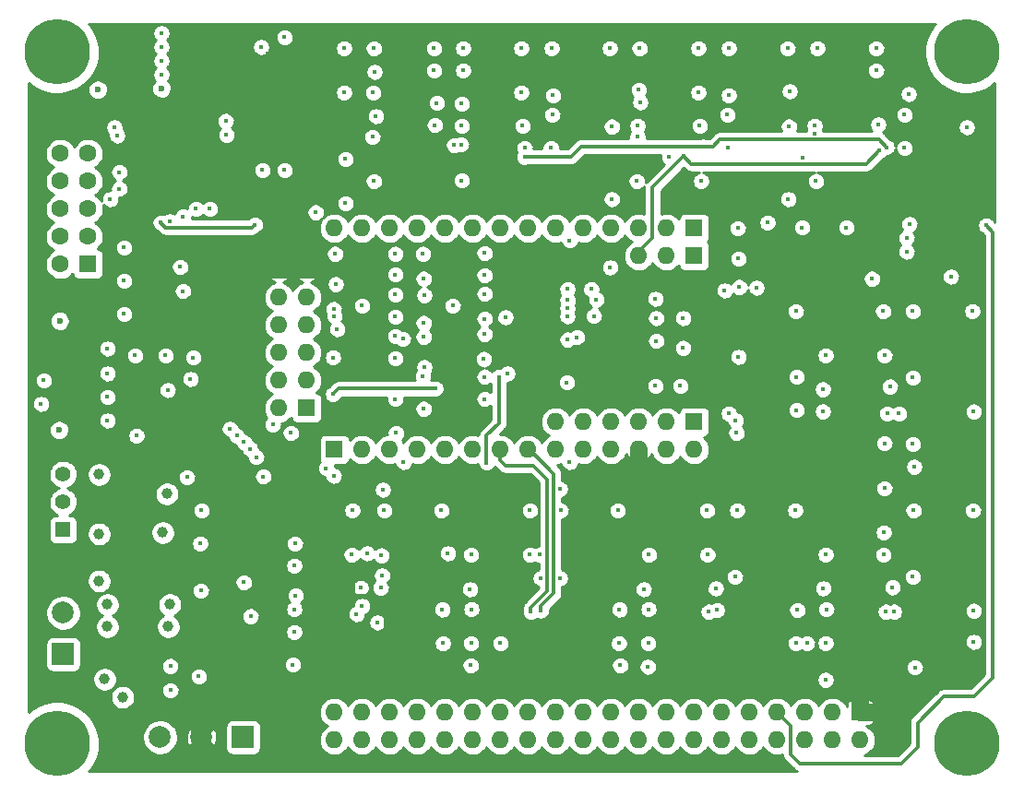
<source format=gbr>
G04 #@! TF.FileFunction,Copper,L3,Inr,Signal*
%FSLAX46Y46*%
G04 Gerber Fmt 4.6, Leading zero omitted, Abs format (unit mm)*
G04 Created by KiCad (PCBNEW 4.0.6) date 04/24/18 14:39:14*
%MOMM*%
%LPD*%
G01*
G04 APERTURE LIST*
%ADD10C,0.100000*%
%ADD11C,6.000000*%
%ADD12O,1.600000X1.600000*%
%ADD13R,1.600000X1.600000*%
%ADD14C,1.600000*%
%ADD15R,2.000000X2.000000*%
%ADD16C,2.000000*%
%ADD17R,1.400000X1.400000*%
%ADD18C,1.400000*%
%ADD19C,0.400000*%
%ADD20C,1.000000*%
%ADD21C,0.600000*%
%ADD22C,1.600000*%
%ADD23C,0.300000*%
%ADD24C,0.254000*%
G04 APERTURE END LIST*
D10*
D11*
X86750000Y66750000D03*
D12*
X54102000Y30226000D03*
X49022000Y32766000D03*
X51562000Y32766000D03*
X54102000Y32766000D03*
X56642000Y32766000D03*
X59182000Y32766000D03*
D13*
X61722000Y32766000D03*
D12*
X38862000Y30226000D03*
X41402000Y30226000D03*
X43942000Y30226000D03*
X46482000Y30226000D03*
X49022000Y30226000D03*
X51562000Y30226000D03*
X61722000Y30226000D03*
X31242000Y30226000D03*
X56642000Y30226000D03*
X33782000Y30226000D03*
X59182000Y30226000D03*
X36322000Y30226000D03*
D13*
X28702000Y30226000D03*
D12*
X23622000Y34036000D03*
X23622000Y46736000D03*
X23622000Y44196000D03*
X23622000Y41656000D03*
X23622000Y39116000D03*
X23622000Y36576000D03*
D13*
X26162000Y34036000D03*
D12*
X26162000Y36576000D03*
X26162000Y39116000D03*
X26162000Y41656000D03*
X26162000Y44196000D03*
X26162000Y46736000D03*
X56642000Y48006000D03*
X59182000Y48006000D03*
D13*
X61722000Y48006000D03*
X61722000Y50546000D03*
D12*
X36322000Y50546000D03*
X59182000Y50546000D03*
X33782000Y50546000D03*
X56642000Y50546000D03*
X31242000Y50546000D03*
X54102000Y50546000D03*
X28702000Y50546000D03*
X51562000Y50546000D03*
X49022000Y50546000D03*
X46482000Y50546000D03*
X43942000Y50546000D03*
X41402000Y50546000D03*
X38862000Y50546000D03*
D13*
X6096000Y47244000D03*
D14*
X3556000Y47244000D03*
X6096000Y49784000D03*
X3556000Y49784000D03*
X6096000Y52324000D03*
X3556000Y52324000D03*
X6096000Y54864000D03*
X3556000Y54864000D03*
X6096000Y57404000D03*
X3556000Y57404000D03*
D11*
X3250000Y3250000D03*
X86750000Y3250000D03*
X3250000Y66750000D03*
D15*
X3810000Y11430000D03*
D16*
X3810000Y15240000D03*
D15*
X20320000Y3810000D03*
D16*
X12700000Y3810000D03*
X16510000Y3810000D03*
D13*
X76962000Y6096000D03*
D12*
X76962000Y3556000D03*
X74422000Y6096000D03*
X74422000Y3556000D03*
X71882000Y6096000D03*
X71882000Y3556000D03*
X69342000Y6096000D03*
X69342000Y3556000D03*
X66802000Y6096000D03*
X66802000Y3556000D03*
X64262000Y6096000D03*
X64262000Y3556000D03*
X61722000Y6096000D03*
X61722000Y3556000D03*
X59182000Y6096000D03*
X59182000Y3556000D03*
X56642000Y6096000D03*
X56642000Y3556000D03*
X54102000Y6096000D03*
X54102000Y3556000D03*
X51562000Y6096000D03*
X51562000Y3556000D03*
X49022000Y6096000D03*
X49022000Y3556000D03*
X46482000Y6096000D03*
X46482000Y3556000D03*
X43942000Y6096000D03*
X43942000Y3556000D03*
X41402000Y6096000D03*
X41402000Y3556000D03*
X38862000Y6096000D03*
X38862000Y3556000D03*
X36322000Y6096000D03*
X36322000Y3556000D03*
X33782000Y6096000D03*
X33782000Y3556000D03*
X31242000Y6096000D03*
X31242000Y3556000D03*
X28702000Y6096000D03*
X28702000Y3556000D03*
D17*
X3810000Y22860000D03*
D18*
X3810000Y27940000D03*
X3810000Y25400000D03*
D19*
X34290000Y44450000D03*
X28638500Y43116500D03*
X36830000Y36957000D03*
X42481500Y36893500D03*
X28956000Y41275000D03*
X34290000Y40640000D03*
X36957000Y44386500D03*
X36893500Y40576500D03*
X42481500Y44513500D03*
X42481500Y40830500D03*
X42481500Y48260000D03*
X36830000Y48196500D03*
X34290000Y48196500D03*
X28765500Y48196500D03*
X41275000Y15557500D03*
X38608000Y15544800D03*
X52514500Y42481500D03*
X58229500Y42291000D03*
X54000400Y46939200D03*
X44399200Y42367200D03*
X50088800Y42468800D03*
X38506400Y24638000D03*
X41249600Y20574000D03*
X54711600Y24638000D03*
X54864000Y15544800D03*
X57556400Y20574000D03*
X71183500Y15494000D03*
X70993000Y24638000D03*
X71120000Y33845500D03*
X71056500Y42926000D03*
X73787000Y20574000D03*
X73787000Y38862000D03*
X87376000Y15430500D03*
X87312500Y24638000D03*
X87376000Y33718500D03*
X24130000Y68072000D03*
X32512000Y60833000D03*
X32385000Y64897000D03*
X37846000Y67056000D03*
X37846000Y65024000D03*
X37909500Y60007500D03*
X40513000Y67056000D03*
X40513000Y65024000D03*
X54165500Y59880500D03*
X53975000Y67056000D03*
X56705500Y67056000D03*
X56769000Y62103000D03*
X70421500Y59880500D03*
X70294500Y67056000D03*
X73025000Y67056000D03*
X86741000Y59817000D03*
X25082500Y21590000D03*
X25019000Y19558000D03*
X25019000Y15557500D03*
X87249000Y42926000D03*
X81216500Y49657000D03*
X78041500Y45910500D03*
X65722500Y50546000D03*
X60706000Y39560500D03*
X40322500Y58229500D03*
X40386000Y61976000D03*
X71691500Y57023000D03*
X73533000Y33718500D03*
X57531000Y15557500D03*
X73850500Y15557500D03*
X56515000Y58928000D03*
D20*
X7620000Y9144000D03*
X7874000Y16002000D03*
X7874000Y13970000D03*
X7112000Y18161000D03*
D19*
X30353000Y24638000D03*
X33274000Y24638000D03*
X41148000Y17399000D03*
X41249600Y12446000D03*
X49466500Y24638000D03*
X49403000Y18415000D03*
X42418000Y38544500D03*
X42481500Y42227500D03*
X42481500Y46228000D03*
X34290000Y38608000D03*
X34290000Y42418000D03*
X34290000Y46291500D03*
X57467500Y10287000D03*
X73558400Y17475200D03*
X79095600Y20574000D03*
X50101500Y43942000D03*
X50101500Y40322500D03*
X38658800Y12446000D03*
X46634400Y20574000D03*
X46634400Y24638000D03*
X54813200Y12446000D03*
X57505600Y12446000D03*
X62941200Y20574000D03*
X62890400Y24638000D03*
X71056500Y12446000D03*
X65468500Y18542000D03*
X65659000Y24638000D03*
X65595500Y31750000D03*
X71120000Y36893500D03*
X73787000Y9080500D03*
X73787000Y12446000D03*
X79121000Y22606000D03*
X79184500Y26670000D03*
X79184500Y30797500D03*
X87376000Y12573000D03*
X81788000Y18542000D03*
X81851500Y24638000D03*
X81788000Y30734000D03*
X81788000Y36830000D03*
X79184500Y38862000D03*
X22098000Y55880000D03*
X29718000Y52832000D03*
X29591000Y67056000D03*
X29591000Y62992000D03*
X29718000Y56896000D03*
X32321500Y54864000D03*
X32194500Y58928000D03*
X32258000Y62992000D03*
X32321500Y67056000D03*
X45847000Y62992000D03*
X45847000Y67056000D03*
X48641000Y67056000D03*
X48704500Y60960000D03*
X48577500Y57912000D03*
X62103000Y62992000D03*
X62103000Y67056000D03*
X64770000Y60960000D03*
X64833500Y57912000D03*
X64897000Y67056000D03*
X78422500Y67056000D03*
X78422500Y65024000D03*
X81026000Y57912000D03*
X81026000Y60960000D03*
X30289500Y20574000D03*
X25146000Y16827500D03*
X25019000Y13462000D03*
X41211500Y10414000D03*
X24892000Y10477500D03*
X16446500Y17272000D03*
X16383000Y21590000D03*
X15176500Y27686000D03*
D21*
X3492500Y42037000D03*
D19*
X10414000Y38862000D03*
X9398000Y42672000D03*
X9398000Y48768000D03*
X79057500Y42926000D03*
X81788000Y42926000D03*
X85280500Y46101000D03*
X81216500Y48387000D03*
X71628000Y50609500D03*
X75692000Y50609500D03*
X64516000Y44831000D03*
X60706000Y42291000D03*
X60452000Y36068000D03*
X58166000Y36068000D03*
X58229500Y40195500D03*
X58166000Y44069000D03*
X50038000Y36385500D03*
X42481500Y34861500D03*
X34290000Y34861500D03*
X9398000Y45720000D03*
X10541000Y31496000D03*
X16510000Y24638000D03*
X16256000Y9398000D03*
X33083500Y18669000D03*
X32956500Y17526000D03*
X73533000Y35750500D03*
X57086500Y17399000D03*
X64897000Y33528000D03*
X68453000Y51054000D03*
X78613000Y60071000D03*
X62230000Y59944000D03*
X45974000Y59944000D03*
D21*
X12827000Y63373000D03*
D20*
X9271000Y7493000D03*
D21*
X6985000Y63246000D03*
X3429000Y32004000D03*
D20*
X13335000Y26162000D03*
X12954000Y22606000D03*
X13589000Y16002000D03*
X13462000Y13970000D03*
D19*
X83439000Y50927000D03*
X46634400Y12446000D03*
X46863000Y17780000D03*
X73723500Y30734000D03*
X79057500Y36512500D03*
X68834000Y45085000D03*
X28448000Y36766500D03*
X71882000Y44958000D03*
X30378400Y12446000D03*
X30480000Y17780000D03*
X62890400Y12446000D03*
X79184500Y12446000D03*
X22606000Y66548000D03*
X29718000Y54864000D03*
X29718000Y58928000D03*
X21717000Y21590000D03*
X14605000Y42672000D03*
X73723500Y45085000D03*
X58928000Y39243000D03*
X52514500Y38544500D03*
X44513500Y38290500D03*
X50101500Y38481000D03*
X50101500Y46037500D03*
X45275500Y47752000D03*
X34290000Y36766500D03*
X21907500Y14097000D03*
X79057500Y17589500D03*
X62865000Y17462500D03*
D20*
X7620000Y11430000D03*
D21*
X18669000Y64643000D03*
X12827000Y62103000D03*
X6985000Y61468000D03*
X6223000Y43180000D03*
X15748000Y35687000D03*
D19*
X31115000Y17526000D03*
X39560500Y43434000D03*
X31242000Y43434000D03*
X34988500Y40386000D03*
X79692500Y36004500D03*
X30734000Y15113000D03*
X65849500Y45148500D03*
X79438500Y33528000D03*
X46736000Y15341600D03*
X63042800Y15341600D03*
X79298800Y15341600D03*
X79908400Y17576800D03*
X65786000Y47752000D03*
X31242000Y15875000D03*
X67437000Y45085000D03*
X80518000Y33528000D03*
X80060800Y15341600D03*
X63804800Y15494000D03*
X47650400Y15443200D03*
X37973000Y35814000D03*
X28575000Y35306000D03*
X63703200Y17475200D03*
X33147000Y26543000D03*
X47625000Y18415000D03*
X13652500Y8128000D03*
X13652500Y10350500D03*
X50292000Y49428400D03*
D20*
X7112000Y22479000D03*
X7112000Y27940000D03*
D19*
X59436000Y57086500D03*
X39687500Y58166000D03*
X72771000Y59245500D03*
X13398500Y35687000D03*
X14541500Y46990000D03*
X21399500Y50863500D03*
X12763500Y51054000D03*
X26987500Y52006500D03*
X38100000Y62039500D03*
X7874000Y39497000D03*
X7874000Y37211000D03*
X7874000Y35052000D03*
X7874000Y32893000D03*
X13589000Y51181000D03*
X14795500Y51625500D03*
X16002000Y52324000D03*
X17272000Y52324000D03*
X36957000Y37782500D03*
X36893500Y41846500D03*
X35052000Y29083000D03*
X36893500Y45910500D03*
X28575000Y38671500D03*
X33020000Y20510500D03*
X28702000Y42481500D03*
X28829000Y45402500D03*
X31686500Y20701000D03*
X81978500Y10223500D03*
X72072500Y12446000D03*
X81915000Y28638500D03*
X43942000Y12446000D03*
X39116000Y20701000D03*
X36893500Y33972500D03*
X50292000Y29083000D03*
X47561500Y20574000D03*
X54927500Y10414000D03*
X70358000Y53213000D03*
X54165500Y53213000D03*
X88519000Y50800000D03*
X18732500Y60388500D03*
X24701500Y31750000D03*
X23050500Y32512000D03*
X18796000Y59118500D03*
X19113500Y32131000D03*
X19748500Y31496000D03*
X20383500Y30924500D03*
X20955000Y30289500D03*
X21526500Y29527500D03*
X22161500Y27749500D03*
X12827000Y64643000D03*
X32639000Y14351000D03*
X28638500Y27813000D03*
X12827000Y65913000D03*
X12827000Y68453000D03*
X27940000Y28511500D03*
X12827000Y67183000D03*
X34353500Y31750000D03*
X72898000Y54864000D03*
X40386000Y54927500D03*
X56451500Y54864000D03*
X81470500Y50927000D03*
X49403000Y26606500D03*
X62357000Y54864000D03*
X8763000Y59055000D03*
X2032000Y36576000D03*
X1778000Y34417000D03*
X8509000Y59817000D03*
X78740000Y57658000D03*
X46164500Y57912000D03*
X60769500Y57150000D03*
X44577000Y37211000D03*
X50952400Y40538400D03*
X50088800Y43180000D03*
X52273200Y44958000D03*
X79375000Y57975500D03*
X46164500Y57086500D03*
X62547500Y58039000D03*
X81407000Y62865000D03*
X72771000Y59944000D03*
X64897000Y62738000D03*
X56515000Y59944000D03*
X48768000Y62738000D03*
X40386000Y59944000D03*
X15748000Y38671500D03*
X8953500Y54165500D03*
X8128000Y53213000D03*
X21018500Y14922500D03*
X15494000Y36703000D03*
X8953500Y55689500D03*
X20383500Y18034000D03*
X70485000Y63119000D03*
X56642000Y63246000D03*
X65532000Y32893000D03*
X65786000Y38735000D03*
X42672000Y29019500D03*
X43815000Y36893500D03*
X52730400Y43992800D03*
X50088800Y44958000D03*
X24130000Y55880000D03*
X21971000Y67183000D03*
X14795500Y44767500D03*
X13208000Y38862000D03*
D22*
X56642000Y30226000D02*
X56642000Y28575000D01*
X23622000Y46736000D02*
X23622000Y48641000D01*
X26162000Y46736000D02*
X26162000Y48641000D01*
X26162000Y46736000D02*
X28194000Y46736000D01*
X23622000Y46736000D02*
X21717000Y46736000D01*
X26162000Y46736000D02*
X23622000Y46736000D01*
D23*
X46634400Y12446000D02*
X45783500Y13296900D01*
X45783500Y16700500D02*
X46863000Y17780000D01*
X45783500Y13296900D02*
X45783500Y16700500D01*
X79057500Y36512500D02*
X73723500Y31178500D01*
X73723500Y31178500D02*
X73723500Y30734000D01*
X31953200Y12446000D02*
X30378400Y12446000D01*
X33375600Y13868400D02*
X31953200Y12446000D01*
X33375600Y15443200D02*
X33375600Y13868400D01*
X32004000Y16814800D02*
X33375600Y15443200D01*
X30734000Y16814800D02*
X32004000Y16814800D01*
X30480000Y17068800D02*
X30734000Y16814800D01*
X30480000Y17780000D02*
X30480000Y17068800D01*
D22*
X76962000Y6096000D02*
X76962000Y7874000D01*
X76962000Y6096000D02*
X78740000Y6096000D01*
X16510000Y3810000D02*
X16510000Y1778000D01*
X16510000Y3810000D02*
X16510000Y5842000D01*
D23*
X46736000Y15341600D02*
X46736000Y15684500D01*
X43942000Y29210000D02*
X43942000Y30226000D01*
X44386500Y28765500D02*
X43942000Y29210000D01*
X46990000Y28765500D02*
X44386500Y28765500D01*
X48260000Y27495500D02*
X46990000Y28765500D01*
X48260000Y17208500D02*
X48260000Y27495500D01*
X46736000Y15684500D02*
X48260000Y17208500D01*
X47650400Y15443200D02*
X47650400Y15836900D01*
X48831500Y28003500D02*
X46609000Y30226000D01*
X48831500Y17018000D02*
X48831500Y28003500D01*
X47650400Y15836900D02*
X48831500Y17018000D01*
X46609000Y30226000D02*
X46482000Y30226000D01*
X29083000Y35814000D02*
X37973000Y35814000D01*
X28575000Y35306000D02*
X29083000Y35814000D01*
X21145500Y50609500D02*
X21399500Y50863500D01*
X13208000Y50609500D02*
X21145500Y50609500D01*
X12763500Y51054000D02*
X13208000Y50609500D01*
X69342000Y6096000D02*
X70612000Y4826000D01*
X89154000Y50165000D02*
X88519000Y50800000D01*
X89154000Y9271000D02*
X89154000Y50165000D01*
X87439500Y7556500D02*
X89154000Y9271000D01*
X84645500Y7556500D02*
X87439500Y7556500D01*
X82232500Y5143500D02*
X84645500Y7556500D01*
X82232500Y2921000D02*
X82232500Y5143500D01*
X80708500Y1397000D02*
X82232500Y2921000D01*
X71437500Y1397000D02*
X80708500Y1397000D01*
X70612000Y2222500D02*
X71437500Y1397000D01*
X70612000Y4826000D02*
X70612000Y2222500D01*
X60769500Y57150000D02*
X61468000Y56451500D01*
X77533500Y56451500D02*
X78740000Y57658000D01*
X61468000Y56451500D02*
X77533500Y56451500D01*
X56642000Y48006000D02*
X56642000Y48387000D01*
X56642000Y48387000D02*
X57912000Y49657000D01*
X57912000Y49657000D02*
X57912000Y54292500D01*
X57912000Y54292500D02*
X60769500Y57150000D01*
X62547500Y58039000D02*
X63436500Y58039000D01*
X78676500Y58674000D02*
X79375000Y57975500D01*
X64071500Y58674000D02*
X78676500Y58674000D01*
X63436500Y58039000D02*
X64071500Y58674000D01*
X51371500Y58039000D02*
X62547500Y58039000D01*
X50419000Y57086500D02*
X51371500Y58039000D01*
X48133000Y57086500D02*
X50419000Y57086500D01*
X48133000Y57086500D02*
X46164500Y57086500D01*
X42672000Y31496000D02*
X42672000Y29019500D01*
X43815000Y32639000D02*
X42672000Y31496000D01*
X43815000Y36893500D02*
X43815000Y32639000D01*
D24*
G36*
X83765675Y69254146D02*
X83336120Y68626796D01*
X83036599Y67927960D01*
X82878520Y67184256D01*
X82867904Y66424011D01*
X83005156Y65676183D01*
X83285048Y64969257D01*
X83696919Y64330158D01*
X84225081Y63783230D01*
X84849416Y63349306D01*
X85546144Y63044913D01*
X86288727Y62881646D01*
X87048879Y62865723D01*
X87797647Y62997751D01*
X88506510Y63272701D01*
X89148469Y63680100D01*
X89323000Y63846304D01*
X89323000Y51094844D01*
X89270271Y51147573D01*
X89252730Y51190131D01*
X89162980Y51325217D01*
X89048700Y51440297D01*
X88914244Y51530989D01*
X88764734Y51593837D01*
X88605863Y51626449D01*
X88443684Y51627581D01*
X88284374Y51597191D01*
X88134001Y51536436D01*
X87998292Y51447631D01*
X87882416Y51334157D01*
X87790788Y51200338D01*
X87726898Y51051270D01*
X87693178Y50892631D01*
X87690913Y50730464D01*
X87720191Y50570945D01*
X87779894Y50420151D01*
X87867750Y50283826D01*
X87980412Y50167161D01*
X88113588Y50074601D01*
X88170357Y50049799D01*
X88377000Y49843156D01*
X88377000Y9592844D01*
X87117656Y8333500D01*
X84645500Y8333500D01*
X84574027Y8326492D01*
X84502569Y8320240D01*
X84498648Y8319101D01*
X84494580Y8318702D01*
X84425844Y8297949D01*
X84356947Y8277933D01*
X84353321Y8276053D01*
X84349408Y8274872D01*
X84286033Y8241175D01*
X84222315Y8208147D01*
X84219121Y8205598D01*
X84215515Y8203680D01*
X84159888Y8158312D01*
X84103803Y8113539D01*
X84098116Y8107931D01*
X84097999Y8107836D01*
X84097910Y8107728D01*
X84096078Y8105922D01*
X81683078Y5692922D01*
X81637487Y5637419D01*
X81591387Y5582479D01*
X81589420Y5578901D01*
X81586825Y5575742D01*
X81552906Y5512483D01*
X81518332Y5449593D01*
X81517096Y5445696D01*
X81515166Y5442097D01*
X81494194Y5373501D01*
X81472479Y5305047D01*
X81472024Y5300988D01*
X81470829Y5297080D01*
X81463576Y5225672D01*
X81455576Y5154349D01*
X81455520Y5146360D01*
X81455505Y5146212D01*
X81455518Y5146074D01*
X81455500Y5143500D01*
X81455500Y3242844D01*
X80386656Y2174000D01*
X77305109Y2174000D01*
X77512692Y2236673D01*
X77758595Y2367421D01*
X77974418Y2543443D01*
X78151942Y2758032D01*
X78284404Y3003015D01*
X78366759Y3269062D01*
X78395870Y3546038D01*
X78370629Y3823393D01*
X78291996Y4090564D01*
X78162968Y4337373D01*
X77988458Y4554420D01*
X77775113Y4733437D01*
X77531060Y4867606D01*
X77526666Y4869000D01*
X77804056Y4869000D01*
X77886551Y4885409D01*
X77964261Y4917598D01*
X78034197Y4964328D01*
X78093673Y5023803D01*
X78140403Y5093740D01*
X78172591Y5171449D01*
X78189000Y5253944D01*
X78189000Y5862250D01*
X78082250Y5969000D01*
X77089000Y5969000D01*
X77089000Y5949000D01*
X76835000Y5949000D01*
X76835000Y5969000D01*
X76815000Y5969000D01*
X76815000Y6223000D01*
X76835000Y6223000D01*
X76835000Y7216250D01*
X77089000Y7216250D01*
X77089000Y6223000D01*
X78082250Y6223000D01*
X78189000Y6329750D01*
X78189000Y6938056D01*
X78172591Y7020551D01*
X78140403Y7098260D01*
X78093673Y7168197D01*
X78034197Y7227672D01*
X77964261Y7274402D01*
X77886551Y7306591D01*
X77804056Y7323000D01*
X77195750Y7323000D01*
X77089000Y7216250D01*
X76835000Y7216250D01*
X76728250Y7323000D01*
X76119944Y7323000D01*
X76037449Y7306591D01*
X75959739Y7274402D01*
X75889803Y7227672D01*
X75830327Y7168197D01*
X75783597Y7098260D01*
X75751409Y7020551D01*
X75735000Y6938056D01*
X75735000Y6663075D01*
X75622968Y6877373D01*
X75448458Y7094420D01*
X75235113Y7273437D01*
X74991060Y7407606D01*
X74725595Y7491817D01*
X74448829Y7522861D01*
X74428905Y7523000D01*
X74415095Y7523000D01*
X74137923Y7495823D01*
X73871308Y7415327D01*
X73625405Y7284579D01*
X73409582Y7108557D01*
X73232058Y6893968D01*
X73151846Y6745620D01*
X73082968Y6877373D01*
X72908458Y7094420D01*
X72695113Y7273437D01*
X72451060Y7407606D01*
X72185595Y7491817D01*
X71908829Y7522861D01*
X71888905Y7523000D01*
X71875095Y7523000D01*
X71597923Y7495823D01*
X71331308Y7415327D01*
X71085405Y7284579D01*
X70869582Y7108557D01*
X70692058Y6893968D01*
X70611846Y6745620D01*
X70542968Y6877373D01*
X70368458Y7094420D01*
X70155113Y7273437D01*
X69911060Y7407606D01*
X69645595Y7491817D01*
X69368829Y7522861D01*
X69348905Y7523000D01*
X69335095Y7523000D01*
X69057923Y7495823D01*
X68791308Y7415327D01*
X68545405Y7284579D01*
X68329582Y7108557D01*
X68152058Y6893968D01*
X68071846Y6745620D01*
X68002968Y6877373D01*
X67828458Y7094420D01*
X67615113Y7273437D01*
X67371060Y7407606D01*
X67105595Y7491817D01*
X66828829Y7522861D01*
X66808905Y7523000D01*
X66795095Y7523000D01*
X66517923Y7495823D01*
X66251308Y7415327D01*
X66005405Y7284579D01*
X65789582Y7108557D01*
X65612058Y6893968D01*
X65531846Y6745620D01*
X65462968Y6877373D01*
X65288458Y7094420D01*
X65075113Y7273437D01*
X64831060Y7407606D01*
X64565595Y7491817D01*
X64288829Y7522861D01*
X64268905Y7523000D01*
X64255095Y7523000D01*
X63977923Y7495823D01*
X63711308Y7415327D01*
X63465405Y7284579D01*
X63249582Y7108557D01*
X63072058Y6893968D01*
X62991846Y6745620D01*
X62922968Y6877373D01*
X62748458Y7094420D01*
X62535113Y7273437D01*
X62291060Y7407606D01*
X62025595Y7491817D01*
X61748829Y7522861D01*
X61728905Y7523000D01*
X61715095Y7523000D01*
X61437923Y7495823D01*
X61171308Y7415327D01*
X60925405Y7284579D01*
X60709582Y7108557D01*
X60532058Y6893968D01*
X60451846Y6745620D01*
X60382968Y6877373D01*
X60208458Y7094420D01*
X59995113Y7273437D01*
X59751060Y7407606D01*
X59485595Y7491817D01*
X59208829Y7522861D01*
X59188905Y7523000D01*
X59175095Y7523000D01*
X58897923Y7495823D01*
X58631308Y7415327D01*
X58385405Y7284579D01*
X58169582Y7108557D01*
X57992058Y6893968D01*
X57911846Y6745620D01*
X57842968Y6877373D01*
X57668458Y7094420D01*
X57455113Y7273437D01*
X57211060Y7407606D01*
X56945595Y7491817D01*
X56668829Y7522861D01*
X56648905Y7523000D01*
X56635095Y7523000D01*
X56357923Y7495823D01*
X56091308Y7415327D01*
X55845405Y7284579D01*
X55629582Y7108557D01*
X55452058Y6893968D01*
X55371846Y6745620D01*
X55302968Y6877373D01*
X55128458Y7094420D01*
X54915113Y7273437D01*
X54671060Y7407606D01*
X54405595Y7491817D01*
X54128829Y7522861D01*
X54108905Y7523000D01*
X54095095Y7523000D01*
X53817923Y7495823D01*
X53551308Y7415327D01*
X53305405Y7284579D01*
X53089582Y7108557D01*
X52912058Y6893968D01*
X52831846Y6745620D01*
X52762968Y6877373D01*
X52588458Y7094420D01*
X52375113Y7273437D01*
X52131060Y7407606D01*
X51865595Y7491817D01*
X51588829Y7522861D01*
X51568905Y7523000D01*
X51555095Y7523000D01*
X51277923Y7495823D01*
X51011308Y7415327D01*
X50765405Y7284579D01*
X50549582Y7108557D01*
X50372058Y6893968D01*
X50291846Y6745620D01*
X50222968Y6877373D01*
X50048458Y7094420D01*
X49835113Y7273437D01*
X49591060Y7407606D01*
X49325595Y7491817D01*
X49048829Y7522861D01*
X49028905Y7523000D01*
X49015095Y7523000D01*
X48737923Y7495823D01*
X48471308Y7415327D01*
X48225405Y7284579D01*
X48009582Y7108557D01*
X47832058Y6893968D01*
X47751846Y6745620D01*
X47682968Y6877373D01*
X47508458Y7094420D01*
X47295113Y7273437D01*
X47051060Y7407606D01*
X46785595Y7491817D01*
X46508829Y7522861D01*
X46488905Y7523000D01*
X46475095Y7523000D01*
X46197923Y7495823D01*
X45931308Y7415327D01*
X45685405Y7284579D01*
X45469582Y7108557D01*
X45292058Y6893968D01*
X45211846Y6745620D01*
X45142968Y6877373D01*
X44968458Y7094420D01*
X44755113Y7273437D01*
X44511060Y7407606D01*
X44245595Y7491817D01*
X43968829Y7522861D01*
X43948905Y7523000D01*
X43935095Y7523000D01*
X43657923Y7495823D01*
X43391308Y7415327D01*
X43145405Y7284579D01*
X42929582Y7108557D01*
X42752058Y6893968D01*
X42671846Y6745620D01*
X42602968Y6877373D01*
X42428458Y7094420D01*
X42215113Y7273437D01*
X41971060Y7407606D01*
X41705595Y7491817D01*
X41428829Y7522861D01*
X41408905Y7523000D01*
X41395095Y7523000D01*
X41117923Y7495823D01*
X40851308Y7415327D01*
X40605405Y7284579D01*
X40389582Y7108557D01*
X40212058Y6893968D01*
X40131846Y6745620D01*
X40062968Y6877373D01*
X39888458Y7094420D01*
X39675113Y7273437D01*
X39431060Y7407606D01*
X39165595Y7491817D01*
X38888829Y7522861D01*
X38868905Y7523000D01*
X38855095Y7523000D01*
X38577923Y7495823D01*
X38311308Y7415327D01*
X38065405Y7284579D01*
X37849582Y7108557D01*
X37672058Y6893968D01*
X37591846Y6745620D01*
X37522968Y6877373D01*
X37348458Y7094420D01*
X37135113Y7273437D01*
X36891060Y7407606D01*
X36625595Y7491817D01*
X36348829Y7522861D01*
X36328905Y7523000D01*
X36315095Y7523000D01*
X36037923Y7495823D01*
X35771308Y7415327D01*
X35525405Y7284579D01*
X35309582Y7108557D01*
X35132058Y6893968D01*
X35051846Y6745620D01*
X34982968Y6877373D01*
X34808458Y7094420D01*
X34595113Y7273437D01*
X34351060Y7407606D01*
X34085595Y7491817D01*
X33808829Y7522861D01*
X33788905Y7523000D01*
X33775095Y7523000D01*
X33497923Y7495823D01*
X33231308Y7415327D01*
X32985405Y7284579D01*
X32769582Y7108557D01*
X32592058Y6893968D01*
X32511846Y6745620D01*
X32442968Y6877373D01*
X32268458Y7094420D01*
X32055113Y7273437D01*
X31811060Y7407606D01*
X31545595Y7491817D01*
X31268829Y7522861D01*
X31248905Y7523000D01*
X31235095Y7523000D01*
X30957923Y7495823D01*
X30691308Y7415327D01*
X30445405Y7284579D01*
X30229582Y7108557D01*
X30052058Y6893968D01*
X29971846Y6745620D01*
X29902968Y6877373D01*
X29728458Y7094420D01*
X29515113Y7273437D01*
X29271060Y7407606D01*
X29005595Y7491817D01*
X28728829Y7522861D01*
X28708905Y7523000D01*
X28695095Y7523000D01*
X28417923Y7495823D01*
X28151308Y7415327D01*
X27905405Y7284579D01*
X27689582Y7108557D01*
X27512058Y6893968D01*
X27379596Y6648985D01*
X27297241Y6382938D01*
X27268130Y6105962D01*
X27293371Y5828607D01*
X27372004Y5561436D01*
X27501032Y5314627D01*
X27675542Y5097580D01*
X27888887Y4918563D01*
X28057887Y4825655D01*
X27905405Y4744579D01*
X27689582Y4568557D01*
X27512058Y4353968D01*
X27379596Y4108985D01*
X27297241Y3842938D01*
X27268130Y3565962D01*
X27293371Y3288607D01*
X27372004Y3021436D01*
X27501032Y2774627D01*
X27675542Y2557580D01*
X27888887Y2378563D01*
X28132940Y2244394D01*
X28398405Y2160183D01*
X28675171Y2129139D01*
X28695095Y2129000D01*
X28708905Y2129000D01*
X28986077Y2156177D01*
X29252692Y2236673D01*
X29498595Y2367421D01*
X29714418Y2543443D01*
X29891942Y2758032D01*
X29972154Y2906380D01*
X30041032Y2774627D01*
X30215542Y2557580D01*
X30428887Y2378563D01*
X30672940Y2244394D01*
X30938405Y2160183D01*
X31215171Y2129139D01*
X31235095Y2129000D01*
X31248905Y2129000D01*
X31526077Y2156177D01*
X31792692Y2236673D01*
X32038595Y2367421D01*
X32254418Y2543443D01*
X32431942Y2758032D01*
X32512154Y2906380D01*
X32581032Y2774627D01*
X32755542Y2557580D01*
X32968887Y2378563D01*
X33212940Y2244394D01*
X33478405Y2160183D01*
X33755171Y2129139D01*
X33775095Y2129000D01*
X33788905Y2129000D01*
X34066077Y2156177D01*
X34332692Y2236673D01*
X34578595Y2367421D01*
X34794418Y2543443D01*
X34971942Y2758032D01*
X35052154Y2906380D01*
X35121032Y2774627D01*
X35295542Y2557580D01*
X35508887Y2378563D01*
X35752940Y2244394D01*
X36018405Y2160183D01*
X36295171Y2129139D01*
X36315095Y2129000D01*
X36328905Y2129000D01*
X36606077Y2156177D01*
X36872692Y2236673D01*
X37118595Y2367421D01*
X37334418Y2543443D01*
X37511942Y2758032D01*
X37592154Y2906380D01*
X37661032Y2774627D01*
X37835542Y2557580D01*
X38048887Y2378563D01*
X38292940Y2244394D01*
X38558405Y2160183D01*
X38835171Y2129139D01*
X38855095Y2129000D01*
X38868905Y2129000D01*
X39146077Y2156177D01*
X39412692Y2236673D01*
X39658595Y2367421D01*
X39874418Y2543443D01*
X40051942Y2758032D01*
X40132154Y2906380D01*
X40201032Y2774627D01*
X40375542Y2557580D01*
X40588887Y2378563D01*
X40832940Y2244394D01*
X41098405Y2160183D01*
X41375171Y2129139D01*
X41395095Y2129000D01*
X41408905Y2129000D01*
X41686077Y2156177D01*
X41952692Y2236673D01*
X42198595Y2367421D01*
X42414418Y2543443D01*
X42591942Y2758032D01*
X42672154Y2906380D01*
X42741032Y2774627D01*
X42915542Y2557580D01*
X43128887Y2378563D01*
X43372940Y2244394D01*
X43638405Y2160183D01*
X43915171Y2129139D01*
X43935095Y2129000D01*
X43948905Y2129000D01*
X44226077Y2156177D01*
X44492692Y2236673D01*
X44738595Y2367421D01*
X44954418Y2543443D01*
X45131942Y2758032D01*
X45212154Y2906380D01*
X45281032Y2774627D01*
X45455542Y2557580D01*
X45668887Y2378563D01*
X45912940Y2244394D01*
X46178405Y2160183D01*
X46455171Y2129139D01*
X46475095Y2129000D01*
X46488905Y2129000D01*
X46766077Y2156177D01*
X47032692Y2236673D01*
X47278595Y2367421D01*
X47494418Y2543443D01*
X47671942Y2758032D01*
X47752154Y2906380D01*
X47821032Y2774627D01*
X47995542Y2557580D01*
X48208887Y2378563D01*
X48452940Y2244394D01*
X48718405Y2160183D01*
X48995171Y2129139D01*
X49015095Y2129000D01*
X49028905Y2129000D01*
X49306077Y2156177D01*
X49572692Y2236673D01*
X49818595Y2367421D01*
X50034418Y2543443D01*
X50211942Y2758032D01*
X50292154Y2906380D01*
X50361032Y2774627D01*
X50535542Y2557580D01*
X50748887Y2378563D01*
X50992940Y2244394D01*
X51258405Y2160183D01*
X51535171Y2129139D01*
X51555095Y2129000D01*
X51568905Y2129000D01*
X51846077Y2156177D01*
X52112692Y2236673D01*
X52358595Y2367421D01*
X52574418Y2543443D01*
X52751942Y2758032D01*
X52832154Y2906380D01*
X52901032Y2774627D01*
X53075542Y2557580D01*
X53288887Y2378563D01*
X53532940Y2244394D01*
X53798405Y2160183D01*
X54075171Y2129139D01*
X54095095Y2129000D01*
X54108905Y2129000D01*
X54386077Y2156177D01*
X54652692Y2236673D01*
X54898595Y2367421D01*
X55114418Y2543443D01*
X55291942Y2758032D01*
X55372154Y2906380D01*
X55441032Y2774627D01*
X55615542Y2557580D01*
X55828887Y2378563D01*
X56072940Y2244394D01*
X56338405Y2160183D01*
X56615171Y2129139D01*
X56635095Y2129000D01*
X56648905Y2129000D01*
X56926077Y2156177D01*
X57192692Y2236673D01*
X57438595Y2367421D01*
X57654418Y2543443D01*
X57831942Y2758032D01*
X57912154Y2906380D01*
X57981032Y2774627D01*
X58155542Y2557580D01*
X58368887Y2378563D01*
X58612940Y2244394D01*
X58878405Y2160183D01*
X59155171Y2129139D01*
X59175095Y2129000D01*
X59188905Y2129000D01*
X59466077Y2156177D01*
X59732692Y2236673D01*
X59978595Y2367421D01*
X60194418Y2543443D01*
X60371942Y2758032D01*
X60452154Y2906380D01*
X60521032Y2774627D01*
X60695542Y2557580D01*
X60908887Y2378563D01*
X61152940Y2244394D01*
X61418405Y2160183D01*
X61695171Y2129139D01*
X61715095Y2129000D01*
X61728905Y2129000D01*
X62006077Y2156177D01*
X62272692Y2236673D01*
X62518595Y2367421D01*
X62734418Y2543443D01*
X62911942Y2758032D01*
X62992154Y2906380D01*
X63061032Y2774627D01*
X63235542Y2557580D01*
X63448887Y2378563D01*
X63692940Y2244394D01*
X63958405Y2160183D01*
X64235171Y2129139D01*
X64255095Y2129000D01*
X64268905Y2129000D01*
X64546077Y2156177D01*
X64812692Y2236673D01*
X65058595Y2367421D01*
X65274418Y2543443D01*
X65451942Y2758032D01*
X65532154Y2906380D01*
X65601032Y2774627D01*
X65775542Y2557580D01*
X65988887Y2378563D01*
X66232940Y2244394D01*
X66498405Y2160183D01*
X66775171Y2129139D01*
X66795095Y2129000D01*
X66808905Y2129000D01*
X67086077Y2156177D01*
X67352692Y2236673D01*
X67598595Y2367421D01*
X67814418Y2543443D01*
X67991942Y2758032D01*
X68072154Y2906380D01*
X68141032Y2774627D01*
X68315542Y2557580D01*
X68528887Y2378563D01*
X68772940Y2244394D01*
X69038405Y2160183D01*
X69315171Y2129139D01*
X69335095Y2129000D01*
X69348905Y2129000D01*
X69626077Y2156177D01*
X69835309Y2219348D01*
X69842009Y2151018D01*
X69848260Y2079570D01*
X69849399Y2075650D01*
X69849798Y2071580D01*
X69870554Y2002832D01*
X69890567Y1933947D01*
X69892447Y1930321D01*
X69893628Y1926408D01*
X69927325Y1863033D01*
X69960353Y1799315D01*
X69962903Y1796121D01*
X69964820Y1792515D01*
X70010163Y1736919D01*
X70054960Y1680803D01*
X70060570Y1675114D01*
X70060664Y1674999D01*
X70060770Y1674911D01*
X70062578Y1673078D01*
X70888078Y847578D01*
X70943581Y801987D01*
X70998521Y755887D01*
X71002099Y753920D01*
X71005258Y751325D01*
X71068517Y717406D01*
X71131407Y682832D01*
X71135304Y681596D01*
X71138903Y679666D01*
X71147623Y677000D01*
X6170265Y677000D01*
X6199070Y704431D01*
X6637343Y1325722D01*
X6946592Y2020307D01*
X7115040Y2761732D01*
X7127166Y3630159D01*
X7118645Y3673197D01*
X11070862Y3673197D01*
X11128460Y3359368D01*
X11245918Y3062703D01*
X11418762Y2794503D01*
X11640407Y2564982D01*
X11902412Y2382884D01*
X12194797Y2255144D01*
X12506425Y2186628D01*
X12825426Y2179946D01*
X13139649Y2235352D01*
X13437127Y2350736D01*
X13706528Y2521703D01*
X13937590Y2741741D01*
X13968856Y2786064D01*
X15665669Y2786064D01*
X15773229Y2579857D01*
X16027376Y2459757D01*
X16300068Y2391547D01*
X16580829Y2377846D01*
X16858867Y2419182D01*
X17123499Y2513967D01*
X17246771Y2579857D01*
X17354331Y2786064D01*
X16510000Y3630395D01*
X15665669Y2786064D01*
X13968856Y2786064D01*
X14121513Y3002468D01*
X14251291Y3293954D01*
X14321981Y3605096D01*
X14323852Y3739171D01*
X15077846Y3739171D01*
X15119182Y3461133D01*
X15213967Y3196501D01*
X15279857Y3073229D01*
X15486064Y2965669D01*
X16330395Y3810000D01*
X16689605Y3810000D01*
X17533936Y2965669D01*
X17740143Y3073229D01*
X17860243Y3327376D01*
X17928453Y3600068D01*
X17942154Y3880829D01*
X17900818Y4158867D01*
X17806033Y4423499D01*
X17740143Y4546771D01*
X17533936Y4654331D01*
X16689605Y3810000D01*
X16330395Y3810000D01*
X15486064Y4654331D01*
X15279857Y4546771D01*
X15159757Y4292624D01*
X15091547Y4019932D01*
X15077846Y3739171D01*
X14323852Y3739171D01*
X14327069Y3969536D01*
X14265095Y4282530D01*
X14143506Y4577526D01*
X13973148Y4833936D01*
X15665669Y4833936D01*
X16510000Y3989605D01*
X17330395Y4810000D01*
X18689967Y4810000D01*
X18689967Y2810000D01*
X18697929Y2710153D01*
X18750374Y2540801D01*
X18847923Y2392765D01*
X18982852Y2277766D01*
X19144477Y2204911D01*
X19320000Y2179967D01*
X21320000Y2179967D01*
X21419847Y2187929D01*
X21589199Y2240374D01*
X21737235Y2337923D01*
X21852234Y2472852D01*
X21925089Y2634477D01*
X21950033Y2810000D01*
X21950033Y4810000D01*
X21942071Y4909847D01*
X21889626Y5079199D01*
X21792077Y5227235D01*
X21657148Y5342234D01*
X21495523Y5415089D01*
X21320000Y5440033D01*
X19320000Y5440033D01*
X19220153Y5432071D01*
X19050801Y5379626D01*
X18902765Y5282077D01*
X18787766Y5147148D01*
X18714911Y4985523D01*
X18689967Y4810000D01*
X17330395Y4810000D01*
X17354331Y4833936D01*
X17246771Y5040143D01*
X16992624Y5160243D01*
X16719932Y5228453D01*
X16439171Y5242154D01*
X16161133Y5200818D01*
X15896501Y5106033D01*
X15773229Y5040143D01*
X15665669Y4833936D01*
X13973148Y4833936D01*
X13966935Y4843287D01*
X13742107Y5069691D01*
X13477585Y5248113D01*
X13183445Y5371758D01*
X12870891Y5435916D01*
X12551827Y5438144D01*
X12238408Y5378356D01*
X11942570Y5258829D01*
X11675583Y5084118D01*
X11447615Y4860875D01*
X11267351Y4597606D01*
X11141655Y4304336D01*
X11075317Y3992237D01*
X11070862Y3673197D01*
X7118645Y3673197D01*
X6979486Y4375998D01*
X6689751Y5078948D01*
X6268997Y5712234D01*
X5733250Y6251734D01*
X5102917Y6676899D01*
X4402007Y6971534D01*
X3657218Y7124418D01*
X2896917Y7129726D01*
X2150066Y6987256D01*
X1445110Y6702436D01*
X808903Y6286113D01*
X677000Y6156944D01*
X677000Y7398239D01*
X8142519Y7398239D01*
X8182416Y7180854D01*
X8263778Y6975358D01*
X8383504Y6789579D01*
X8537035Y6630594D01*
X8718522Y6504457D01*
X8921053Y6415973D01*
X9136913Y6368513D01*
X9357881Y6363885D01*
X9575539Y6402264D01*
X9781598Y6482189D01*
X9968208Y6600615D01*
X10128261Y6753032D01*
X10255662Y6933634D01*
X10345557Y7135542D01*
X10394523Y7351066D01*
X10398048Y7603508D01*
X10355119Y7820315D01*
X10270897Y8024654D01*
X10248434Y8058464D01*
X12824413Y8058464D01*
X12853691Y7898945D01*
X12913394Y7748151D01*
X13001250Y7611826D01*
X13113912Y7495161D01*
X13247088Y7402601D01*
X13395707Y7337671D01*
X13554106Y7302845D01*
X13716254Y7299448D01*
X13875973Y7327611D01*
X14027180Y7386260D01*
X14164115Y7473162D01*
X14281564Y7585007D01*
X14375051Y7717534D01*
X14441017Y7865695D01*
X14476948Y8023848D01*
X14479535Y8209091D01*
X14448033Y8368186D01*
X14386230Y8518131D01*
X14296480Y8653217D01*
X14182200Y8768297D01*
X14047744Y8858989D01*
X13898234Y8921837D01*
X13739363Y8954449D01*
X13577184Y8955581D01*
X13417874Y8925191D01*
X13267501Y8864436D01*
X13131792Y8775631D01*
X13015916Y8662157D01*
X12924288Y8528338D01*
X12860398Y8379270D01*
X12826678Y8220631D01*
X12824413Y8058464D01*
X10248434Y8058464D01*
X10148588Y8208743D01*
X9992853Y8365570D01*
X9809622Y8489161D01*
X9605875Y8574808D01*
X9389374Y8619249D01*
X9168363Y8620792D01*
X8951262Y8579378D01*
X8746339Y8496584D01*
X8561401Y8375564D01*
X8403491Y8220927D01*
X8278624Y8038563D01*
X8191556Y7835420D01*
X8145605Y7619233D01*
X8142519Y7398239D01*
X677000Y7398239D01*
X677000Y9049239D01*
X6491519Y9049239D01*
X6531416Y8831854D01*
X6612778Y8626358D01*
X6732504Y8440579D01*
X6886035Y8281594D01*
X7067522Y8155457D01*
X7270053Y8066973D01*
X7485913Y8019513D01*
X7706881Y8014885D01*
X7924539Y8053264D01*
X8130598Y8133189D01*
X8317208Y8251615D01*
X8477261Y8404032D01*
X8604662Y8584634D01*
X8694557Y8786542D01*
X8743523Y9002066D01*
X8747048Y9254508D01*
X8732405Y9328464D01*
X15427913Y9328464D01*
X15457191Y9168945D01*
X15516894Y9018151D01*
X15604750Y8881826D01*
X15717412Y8765161D01*
X15850588Y8672601D01*
X15999207Y8607671D01*
X16157606Y8572845D01*
X16319754Y8569448D01*
X16479473Y8597611D01*
X16630680Y8656260D01*
X16767615Y8743162D01*
X16885064Y8855007D01*
X16978551Y8987534D01*
X16988982Y9010964D01*
X72958913Y9010964D01*
X72988191Y8851445D01*
X73047894Y8700651D01*
X73135750Y8564326D01*
X73248412Y8447661D01*
X73381588Y8355101D01*
X73530207Y8290171D01*
X73688606Y8255345D01*
X73850754Y8251948D01*
X74010473Y8280111D01*
X74161680Y8338760D01*
X74298615Y8425662D01*
X74416064Y8537507D01*
X74509551Y8670034D01*
X74575517Y8818195D01*
X74611448Y8976348D01*
X74614035Y9161591D01*
X74582533Y9320686D01*
X74520730Y9470631D01*
X74430980Y9605717D01*
X74316700Y9720797D01*
X74182244Y9811489D01*
X74032734Y9874337D01*
X73873863Y9906949D01*
X73711684Y9908081D01*
X73552374Y9877691D01*
X73402001Y9816936D01*
X73266292Y9728131D01*
X73150416Y9614657D01*
X73058788Y9480838D01*
X72994898Y9331770D01*
X72961178Y9173131D01*
X72958913Y9010964D01*
X16988982Y9010964D01*
X17044517Y9135695D01*
X17080448Y9293848D01*
X17083035Y9479091D01*
X17051533Y9638186D01*
X16989730Y9788131D01*
X16899980Y9923217D01*
X16785700Y10038297D01*
X16651244Y10128989D01*
X16501734Y10191837D01*
X16342863Y10224449D01*
X16180684Y10225581D01*
X16021374Y10195191D01*
X15871001Y10134436D01*
X15735292Y10045631D01*
X15619416Y9932157D01*
X15527788Y9798338D01*
X15463898Y9649270D01*
X15430178Y9490631D01*
X15427913Y9328464D01*
X8732405Y9328464D01*
X8704119Y9471315D01*
X8619897Y9675654D01*
X8497588Y9859743D01*
X8341853Y10016570D01*
X8158622Y10140161D01*
X7954875Y10225808D01*
X7738374Y10270249D01*
X7517363Y10271792D01*
X7300262Y10230378D01*
X7095339Y10147584D01*
X6910401Y10026564D01*
X6752491Y9871927D01*
X6627624Y9689563D01*
X6540556Y9486420D01*
X6494605Y9270233D01*
X6491519Y9049239D01*
X677000Y9049239D01*
X677000Y12430000D01*
X2179967Y12430000D01*
X2179967Y10430000D01*
X2187929Y10330153D01*
X2240374Y10160801D01*
X2337923Y10012765D01*
X2472852Y9897766D01*
X2634477Y9824911D01*
X2810000Y9799967D01*
X4810000Y9799967D01*
X4909847Y9807929D01*
X5079199Y9860374D01*
X5227235Y9957923D01*
X5342234Y10092852D01*
X5415089Y10254477D01*
X5418853Y10280964D01*
X12824413Y10280964D01*
X12853691Y10121445D01*
X12913394Y9970651D01*
X13001250Y9834326D01*
X13113912Y9717661D01*
X13247088Y9625101D01*
X13395707Y9560171D01*
X13554106Y9525345D01*
X13716254Y9521948D01*
X13875973Y9550111D01*
X14027180Y9608760D01*
X14164115Y9695662D01*
X14281564Y9807507D01*
X14375051Y9940034D01*
X14441017Y10088195D01*
X14476948Y10246348D01*
X14479205Y10407964D01*
X24063913Y10407964D01*
X24093191Y10248445D01*
X24152894Y10097651D01*
X24240750Y9961326D01*
X24353412Y9844661D01*
X24486588Y9752101D01*
X24635207Y9687171D01*
X24793606Y9652345D01*
X24955754Y9648948D01*
X25115473Y9677111D01*
X25266680Y9735760D01*
X25403615Y9822662D01*
X25521064Y9934507D01*
X25614551Y10067034D01*
X25680517Y10215195D01*
X25709885Y10344464D01*
X40383413Y10344464D01*
X40412691Y10184945D01*
X40472394Y10034151D01*
X40560250Y9897826D01*
X40672912Y9781161D01*
X40806088Y9688601D01*
X40954707Y9623671D01*
X41113106Y9588845D01*
X41275254Y9585448D01*
X41434973Y9613611D01*
X41586180Y9672260D01*
X41723115Y9759162D01*
X41840564Y9871007D01*
X41934051Y10003534D01*
X42000017Y10151695D01*
X42035948Y10309848D01*
X42036431Y10344464D01*
X54099413Y10344464D01*
X54128691Y10184945D01*
X54188394Y10034151D01*
X54276250Y9897826D01*
X54388912Y9781161D01*
X54522088Y9688601D01*
X54670707Y9623671D01*
X54829106Y9588845D01*
X54991254Y9585448D01*
X55150973Y9613611D01*
X55302180Y9672260D01*
X55439115Y9759162D01*
X55556564Y9871007D01*
X55650051Y10003534D01*
X55716017Y10151695D01*
X55730959Y10217464D01*
X56639413Y10217464D01*
X56668691Y10057945D01*
X56728394Y9907151D01*
X56816250Y9770826D01*
X56928912Y9654161D01*
X57062088Y9561601D01*
X57210707Y9496671D01*
X57369106Y9461845D01*
X57531254Y9458448D01*
X57690973Y9486611D01*
X57842180Y9545260D01*
X57979115Y9632162D01*
X58096564Y9744007D01*
X58190051Y9876534D01*
X58256017Y10024695D01*
X58285385Y10153964D01*
X81150413Y10153964D01*
X81179691Y9994445D01*
X81239394Y9843651D01*
X81327250Y9707326D01*
X81439912Y9590661D01*
X81573088Y9498101D01*
X81721707Y9433171D01*
X81880106Y9398345D01*
X82042254Y9394948D01*
X82201973Y9423111D01*
X82353180Y9481760D01*
X82490115Y9568662D01*
X82607564Y9680507D01*
X82701051Y9813034D01*
X82767017Y9961195D01*
X82802948Y10119348D01*
X82805535Y10304591D01*
X82774033Y10463686D01*
X82712230Y10613631D01*
X82622480Y10748717D01*
X82508200Y10863797D01*
X82373744Y10954489D01*
X82224234Y11017337D01*
X82065363Y11049949D01*
X81903184Y11051081D01*
X81743874Y11020691D01*
X81593501Y10959936D01*
X81457792Y10871131D01*
X81341916Y10757657D01*
X81250288Y10623838D01*
X81186398Y10474770D01*
X81152678Y10316131D01*
X81150413Y10153964D01*
X58285385Y10153964D01*
X58291948Y10182848D01*
X58294535Y10368091D01*
X58263033Y10527186D01*
X58201230Y10677131D01*
X58111480Y10812217D01*
X57997200Y10927297D01*
X57862744Y11017989D01*
X57713234Y11080837D01*
X57554363Y11113449D01*
X57392184Y11114581D01*
X57232874Y11084191D01*
X57082501Y11023436D01*
X56946792Y10934631D01*
X56830916Y10821157D01*
X56739288Y10687338D01*
X56675398Y10538270D01*
X56641678Y10379631D01*
X56639413Y10217464D01*
X55730959Y10217464D01*
X55751948Y10309848D01*
X55754535Y10495091D01*
X55723033Y10654186D01*
X55661230Y10804131D01*
X55571480Y10939217D01*
X55457200Y11054297D01*
X55322744Y11144989D01*
X55173234Y11207837D01*
X55014363Y11240449D01*
X54852184Y11241581D01*
X54692874Y11211191D01*
X54542501Y11150436D01*
X54406792Y11061631D01*
X54290916Y10948157D01*
X54199288Y10814338D01*
X54135398Y10665270D01*
X54101678Y10506631D01*
X54099413Y10344464D01*
X42036431Y10344464D01*
X42038535Y10495091D01*
X42007033Y10654186D01*
X41945230Y10804131D01*
X41855480Y10939217D01*
X41741200Y11054297D01*
X41606744Y11144989D01*
X41457234Y11207837D01*
X41298363Y11240449D01*
X41136184Y11241581D01*
X40976874Y11211191D01*
X40826501Y11150436D01*
X40690792Y11061631D01*
X40574916Y10948157D01*
X40483288Y10814338D01*
X40419398Y10665270D01*
X40385678Y10506631D01*
X40383413Y10344464D01*
X25709885Y10344464D01*
X25716448Y10373348D01*
X25719035Y10558591D01*
X25687533Y10717686D01*
X25625730Y10867631D01*
X25535980Y11002717D01*
X25421700Y11117797D01*
X25287244Y11208489D01*
X25137734Y11271337D01*
X24978863Y11303949D01*
X24816684Y11305081D01*
X24657374Y11274691D01*
X24507001Y11213936D01*
X24371292Y11125131D01*
X24255416Y11011657D01*
X24163788Y10877838D01*
X24099898Y10728770D01*
X24066178Y10570131D01*
X24063913Y10407964D01*
X14479205Y10407964D01*
X14479535Y10431591D01*
X14448033Y10590686D01*
X14386230Y10740631D01*
X14296480Y10875717D01*
X14182200Y10990797D01*
X14047744Y11081489D01*
X13898234Y11144337D01*
X13739363Y11176949D01*
X13577184Y11178081D01*
X13417874Y11147691D01*
X13267501Y11086936D01*
X13131792Y10998131D01*
X13015916Y10884657D01*
X12924288Y10750838D01*
X12860398Y10601770D01*
X12826678Y10443131D01*
X12824413Y10280964D01*
X5418853Y10280964D01*
X5440033Y10430000D01*
X5440033Y12376464D01*
X37830713Y12376464D01*
X37859991Y12216945D01*
X37919694Y12066151D01*
X38007550Y11929826D01*
X38120212Y11813161D01*
X38253388Y11720601D01*
X38402007Y11655671D01*
X38560406Y11620845D01*
X38722554Y11617448D01*
X38882273Y11645611D01*
X39033480Y11704260D01*
X39170415Y11791162D01*
X39287864Y11903007D01*
X39381351Y12035534D01*
X39447317Y12183695D01*
X39483248Y12341848D01*
X39483731Y12376464D01*
X40421513Y12376464D01*
X40450791Y12216945D01*
X40510494Y12066151D01*
X40598350Y11929826D01*
X40711012Y11813161D01*
X40844188Y11720601D01*
X40992807Y11655671D01*
X41151206Y11620845D01*
X41313354Y11617448D01*
X41473073Y11645611D01*
X41624280Y11704260D01*
X41761215Y11791162D01*
X41878664Y11903007D01*
X41972151Y12035534D01*
X42038117Y12183695D01*
X42074048Y12341848D01*
X42074531Y12376464D01*
X43113913Y12376464D01*
X43143191Y12216945D01*
X43202894Y12066151D01*
X43290750Y11929826D01*
X43403412Y11813161D01*
X43536588Y11720601D01*
X43685207Y11655671D01*
X43843606Y11620845D01*
X44005754Y11617448D01*
X44165473Y11645611D01*
X44316680Y11704260D01*
X44453615Y11791162D01*
X44571064Y11903007D01*
X44664551Y12035534D01*
X44730517Y12183695D01*
X44766448Y12341848D01*
X44766931Y12376464D01*
X53985113Y12376464D01*
X54014391Y12216945D01*
X54074094Y12066151D01*
X54161950Y11929826D01*
X54274612Y11813161D01*
X54407788Y11720601D01*
X54556407Y11655671D01*
X54714806Y11620845D01*
X54876954Y11617448D01*
X55036673Y11645611D01*
X55187880Y11704260D01*
X55324815Y11791162D01*
X55442264Y11903007D01*
X55535751Y12035534D01*
X55601717Y12183695D01*
X55637648Y12341848D01*
X55638131Y12376464D01*
X56677513Y12376464D01*
X56706791Y12216945D01*
X56766494Y12066151D01*
X56854350Y11929826D01*
X56967012Y11813161D01*
X57100188Y11720601D01*
X57248807Y11655671D01*
X57407206Y11620845D01*
X57569354Y11617448D01*
X57729073Y11645611D01*
X57880280Y11704260D01*
X58017215Y11791162D01*
X58134664Y11903007D01*
X58228151Y12035534D01*
X58294117Y12183695D01*
X58330048Y12341848D01*
X58330531Y12376464D01*
X70228413Y12376464D01*
X70257691Y12216945D01*
X70317394Y12066151D01*
X70405250Y11929826D01*
X70517912Y11813161D01*
X70651088Y11720601D01*
X70799707Y11655671D01*
X70958106Y11620845D01*
X71120254Y11617448D01*
X71279973Y11645611D01*
X71431180Y11704260D01*
X71566782Y11790316D01*
X71667088Y11720601D01*
X71815707Y11655671D01*
X71974106Y11620845D01*
X72136254Y11617448D01*
X72295973Y11645611D01*
X72447180Y11704260D01*
X72584115Y11791162D01*
X72701564Y11903007D01*
X72795051Y12035534D01*
X72861017Y12183695D01*
X72896948Y12341848D01*
X72897431Y12376464D01*
X72958913Y12376464D01*
X72988191Y12216945D01*
X73047894Y12066151D01*
X73135750Y11929826D01*
X73248412Y11813161D01*
X73381588Y11720601D01*
X73530207Y11655671D01*
X73688606Y11620845D01*
X73850754Y11617448D01*
X74010473Y11645611D01*
X74161680Y11704260D01*
X74298615Y11791162D01*
X74416064Y11903007D01*
X74509551Y12035534D01*
X74575517Y12183695D01*
X74611448Y12341848D01*
X74613705Y12503464D01*
X86547913Y12503464D01*
X86577191Y12343945D01*
X86636894Y12193151D01*
X86724750Y12056826D01*
X86837412Y11940161D01*
X86970588Y11847601D01*
X87119207Y11782671D01*
X87277606Y11747845D01*
X87439754Y11744448D01*
X87599473Y11772611D01*
X87750680Y11831260D01*
X87887615Y11918162D01*
X88005064Y12030007D01*
X88098551Y12162534D01*
X88164517Y12310695D01*
X88200448Y12468848D01*
X88203035Y12654091D01*
X88171533Y12813186D01*
X88109730Y12963131D01*
X88019980Y13098217D01*
X87905700Y13213297D01*
X87771244Y13303989D01*
X87621734Y13366837D01*
X87462863Y13399449D01*
X87300684Y13400581D01*
X87141374Y13370191D01*
X86991001Y13309436D01*
X86855292Y13220631D01*
X86739416Y13107157D01*
X86647788Y12973338D01*
X86583898Y12824270D01*
X86550178Y12665631D01*
X86547913Y12503464D01*
X74613705Y12503464D01*
X74614035Y12527091D01*
X74582533Y12686186D01*
X74520730Y12836131D01*
X74430980Y12971217D01*
X74316700Y13086297D01*
X74182244Y13176989D01*
X74032734Y13239837D01*
X73873863Y13272449D01*
X73711684Y13273581D01*
X73552374Y13243191D01*
X73402001Y13182436D01*
X73266292Y13093631D01*
X73150416Y12980157D01*
X73058788Y12846338D01*
X72994898Y12697270D01*
X72961178Y12538631D01*
X72958913Y12376464D01*
X72897431Y12376464D01*
X72899535Y12527091D01*
X72868033Y12686186D01*
X72806230Y12836131D01*
X72716480Y12971217D01*
X72602200Y13086297D01*
X72467744Y13176989D01*
X72318234Y13239837D01*
X72159363Y13272449D01*
X71997184Y13273581D01*
X71837874Y13243191D01*
X71687501Y13182436D01*
X71563738Y13101448D01*
X71451744Y13176989D01*
X71302234Y13239837D01*
X71143363Y13272449D01*
X70981184Y13273581D01*
X70821874Y13243191D01*
X70671501Y13182436D01*
X70535792Y13093631D01*
X70419916Y12980157D01*
X70328288Y12846338D01*
X70264398Y12697270D01*
X70230678Y12538631D01*
X70228413Y12376464D01*
X58330531Y12376464D01*
X58332635Y12527091D01*
X58301133Y12686186D01*
X58239330Y12836131D01*
X58149580Y12971217D01*
X58035300Y13086297D01*
X57900844Y13176989D01*
X57751334Y13239837D01*
X57592463Y13272449D01*
X57430284Y13273581D01*
X57270974Y13243191D01*
X57120601Y13182436D01*
X56984892Y13093631D01*
X56869016Y12980157D01*
X56777388Y12846338D01*
X56713498Y12697270D01*
X56679778Y12538631D01*
X56677513Y12376464D01*
X55638131Y12376464D01*
X55640235Y12527091D01*
X55608733Y12686186D01*
X55546930Y12836131D01*
X55457180Y12971217D01*
X55342900Y13086297D01*
X55208444Y13176989D01*
X55058934Y13239837D01*
X54900063Y13272449D01*
X54737884Y13273581D01*
X54578574Y13243191D01*
X54428201Y13182436D01*
X54292492Y13093631D01*
X54176616Y12980157D01*
X54084988Y12846338D01*
X54021098Y12697270D01*
X53987378Y12538631D01*
X53985113Y12376464D01*
X44766931Y12376464D01*
X44769035Y12527091D01*
X44737533Y12686186D01*
X44675730Y12836131D01*
X44585980Y12971217D01*
X44471700Y13086297D01*
X44337244Y13176989D01*
X44187734Y13239837D01*
X44028863Y13272449D01*
X43866684Y13273581D01*
X43707374Y13243191D01*
X43557001Y13182436D01*
X43421292Y13093631D01*
X43305416Y12980157D01*
X43213788Y12846338D01*
X43149898Y12697270D01*
X43116178Y12538631D01*
X43113913Y12376464D01*
X42074531Y12376464D01*
X42076635Y12527091D01*
X42045133Y12686186D01*
X41983330Y12836131D01*
X41893580Y12971217D01*
X41779300Y13086297D01*
X41644844Y13176989D01*
X41495334Y13239837D01*
X41336463Y13272449D01*
X41174284Y13273581D01*
X41014974Y13243191D01*
X40864601Y13182436D01*
X40728892Y13093631D01*
X40613016Y12980157D01*
X40521388Y12846338D01*
X40457498Y12697270D01*
X40423778Y12538631D01*
X40421513Y12376464D01*
X39483731Y12376464D01*
X39485835Y12527091D01*
X39454333Y12686186D01*
X39392530Y12836131D01*
X39302780Y12971217D01*
X39188500Y13086297D01*
X39054044Y13176989D01*
X38904534Y13239837D01*
X38745663Y13272449D01*
X38583484Y13273581D01*
X38424174Y13243191D01*
X38273801Y13182436D01*
X38138092Y13093631D01*
X38022216Y12980157D01*
X37930588Y12846338D01*
X37866698Y12697270D01*
X37832978Y12538631D01*
X37830713Y12376464D01*
X5440033Y12376464D01*
X5440033Y12430000D01*
X5432071Y12529847D01*
X5379626Y12699199D01*
X5282077Y12847235D01*
X5147148Y12962234D01*
X4985523Y13035089D01*
X4810000Y13060033D01*
X2810000Y13060033D01*
X2710153Y13052071D01*
X2540801Y12999626D01*
X2392765Y12902077D01*
X2277766Y12767148D01*
X2204911Y12605523D01*
X2179967Y12430000D01*
X677000Y12430000D01*
X677000Y15103197D01*
X2180862Y15103197D01*
X2238460Y14789368D01*
X2355918Y14492703D01*
X2528762Y14224503D01*
X2750407Y13994982D01*
X3012412Y13812884D01*
X3304797Y13685144D01*
X3616425Y13616628D01*
X3935426Y13609946D01*
X4249649Y13665352D01*
X4547127Y13780736D01*
X4816528Y13951703D01*
X5047590Y14171741D01*
X5231513Y14432468D01*
X5361291Y14723954D01*
X5431981Y15035096D01*
X5437069Y15399536D01*
X5375095Y15712530D01*
X5294842Y15907239D01*
X6745519Y15907239D01*
X6785416Y15689854D01*
X6866778Y15484358D01*
X6986504Y15298579D01*
X7140035Y15139594D01*
X7321522Y15013457D01*
X7382303Y14986902D01*
X7349339Y14973584D01*
X7164401Y14852564D01*
X7006491Y14697927D01*
X6881624Y14515563D01*
X6794556Y14312420D01*
X6748605Y14096233D01*
X6745519Y13875239D01*
X6785416Y13657854D01*
X6866778Y13452358D01*
X6986504Y13266579D01*
X7140035Y13107594D01*
X7321522Y12981457D01*
X7524053Y12892973D01*
X7739913Y12845513D01*
X7960881Y12840885D01*
X8178539Y12879264D01*
X8384598Y12959189D01*
X8571208Y13077615D01*
X8731261Y13230032D01*
X8858662Y13410634D01*
X8948557Y13612542D01*
X8997523Y13828066D01*
X8998181Y13875239D01*
X12333519Y13875239D01*
X12373416Y13657854D01*
X12454778Y13452358D01*
X12574504Y13266579D01*
X12728035Y13107594D01*
X12909522Y12981457D01*
X13112053Y12892973D01*
X13327913Y12845513D01*
X13548881Y12840885D01*
X13766539Y12879264D01*
X13972598Y12959189D01*
X14159208Y13077615D01*
X14319261Y13230032D01*
X14433844Y13392464D01*
X24190913Y13392464D01*
X24220191Y13232945D01*
X24279894Y13082151D01*
X24367750Y12945826D01*
X24480412Y12829161D01*
X24613588Y12736601D01*
X24762207Y12671671D01*
X24920606Y12636845D01*
X25082754Y12633448D01*
X25242473Y12661611D01*
X25393680Y12720260D01*
X25530615Y12807162D01*
X25648064Y12919007D01*
X25741551Y13051534D01*
X25807517Y13199695D01*
X25843448Y13357848D01*
X25846035Y13543091D01*
X25814533Y13702186D01*
X25752730Y13852131D01*
X25662980Y13987217D01*
X25548700Y14102297D01*
X25414244Y14192989D01*
X25264734Y14255837D01*
X25139891Y14281464D01*
X31810913Y14281464D01*
X31840191Y14121945D01*
X31899894Y13971151D01*
X31987750Y13834826D01*
X32100412Y13718161D01*
X32233588Y13625601D01*
X32382207Y13560671D01*
X32540606Y13525845D01*
X32702754Y13522448D01*
X32862473Y13550611D01*
X33013680Y13609260D01*
X33150615Y13696162D01*
X33268064Y13808007D01*
X33361551Y13940534D01*
X33427517Y14088695D01*
X33463448Y14246848D01*
X33466035Y14432091D01*
X33434533Y14591186D01*
X33372730Y14741131D01*
X33282980Y14876217D01*
X33168700Y14991297D01*
X33034244Y15081989D01*
X32884734Y15144837D01*
X32725863Y15177449D01*
X32563684Y15178581D01*
X32404374Y15148191D01*
X32254001Y15087436D01*
X32118292Y14998631D01*
X32002416Y14885157D01*
X31910788Y14751338D01*
X31846898Y14602270D01*
X31813178Y14443631D01*
X31810913Y14281464D01*
X25139891Y14281464D01*
X25105863Y14288449D01*
X24943684Y14289581D01*
X24784374Y14259191D01*
X24634001Y14198436D01*
X24498292Y14109631D01*
X24382416Y13996157D01*
X24290788Y13862338D01*
X24226898Y13713270D01*
X24193178Y13554631D01*
X24190913Y13392464D01*
X14433844Y13392464D01*
X14446662Y13410634D01*
X14536557Y13612542D01*
X14585523Y13828066D01*
X14589048Y14080508D01*
X14546119Y14297315D01*
X14461897Y14501654D01*
X14339588Y14685743D01*
X14183853Y14842570D01*
X14168444Y14852964D01*
X20190413Y14852964D01*
X20219691Y14693445D01*
X20279394Y14542651D01*
X20367250Y14406326D01*
X20479912Y14289661D01*
X20613088Y14197101D01*
X20761707Y14132171D01*
X20920106Y14097345D01*
X21082254Y14093948D01*
X21241973Y14122111D01*
X21393180Y14180760D01*
X21530115Y14267662D01*
X21647564Y14379507D01*
X21741051Y14512034D01*
X21807017Y14660195D01*
X21842948Y14818348D01*
X21845535Y15003591D01*
X21814033Y15162686D01*
X21752230Y15312631D01*
X21662480Y15447717D01*
X21622513Y15487964D01*
X24190913Y15487964D01*
X24220191Y15328445D01*
X24279894Y15177651D01*
X24367750Y15041326D01*
X24480412Y14924661D01*
X24613588Y14832101D01*
X24762207Y14767171D01*
X24920606Y14732345D01*
X25082754Y14728948D01*
X25242473Y14757111D01*
X25393680Y14815760D01*
X25530615Y14902662D01*
X25648064Y15014507D01*
X25668490Y15043464D01*
X29905913Y15043464D01*
X29935191Y14883945D01*
X29994894Y14733151D01*
X30082750Y14596826D01*
X30195412Y14480161D01*
X30328588Y14387601D01*
X30477207Y14322671D01*
X30635606Y14287845D01*
X30797754Y14284448D01*
X30957473Y14312611D01*
X31108680Y14371260D01*
X31245615Y14458162D01*
X31363064Y14570007D01*
X31456551Y14702534D01*
X31522517Y14850695D01*
X31558448Y15008848D01*
X31559878Y15111228D01*
X31616680Y15133260D01*
X31753615Y15220162D01*
X31871064Y15332007D01*
X31964551Y15464534D01*
X31969328Y15475264D01*
X37779913Y15475264D01*
X37809191Y15315745D01*
X37868894Y15164951D01*
X37956750Y15028626D01*
X38069412Y14911961D01*
X38202588Y14819401D01*
X38351207Y14754471D01*
X38509606Y14719645D01*
X38671754Y14716248D01*
X38831473Y14744411D01*
X38982680Y14803060D01*
X39119615Y14889962D01*
X39237064Y15001807D01*
X39330551Y15134334D01*
X39396517Y15282495D01*
X39432448Y15440648D01*
X39433108Y15487964D01*
X40446913Y15487964D01*
X40476191Y15328445D01*
X40535894Y15177651D01*
X40623750Y15041326D01*
X40736412Y14924661D01*
X40869588Y14832101D01*
X41018207Y14767171D01*
X41176606Y14732345D01*
X41338754Y14728948D01*
X41498473Y14757111D01*
X41649680Y14815760D01*
X41786615Y14902662D01*
X41904064Y15014507D01*
X41997551Y15147034D01*
X42063517Y15295195D01*
X42099448Y15453348D01*
X42102035Y15638591D01*
X42070533Y15797686D01*
X42008730Y15947631D01*
X41918980Y16082717D01*
X41804700Y16197797D01*
X41670244Y16288489D01*
X41520734Y16351337D01*
X41361863Y16383949D01*
X41199684Y16385081D01*
X41040374Y16354691D01*
X40890001Y16293936D01*
X40754292Y16205131D01*
X40638416Y16091657D01*
X40546788Y15957838D01*
X40482898Y15808770D01*
X40449178Y15650131D01*
X40446913Y15487964D01*
X39433108Y15487964D01*
X39435035Y15625891D01*
X39403533Y15784986D01*
X39341730Y15934931D01*
X39251980Y16070017D01*
X39137700Y16185097D01*
X39003244Y16275789D01*
X38853734Y16338637D01*
X38694863Y16371249D01*
X38532684Y16372381D01*
X38373374Y16341991D01*
X38223001Y16281236D01*
X38087292Y16192431D01*
X37971416Y16078957D01*
X37879788Y15945138D01*
X37815898Y15796070D01*
X37782178Y15637431D01*
X37779913Y15475264D01*
X31969328Y15475264D01*
X32030517Y15612695D01*
X32066448Y15770848D01*
X32069035Y15956091D01*
X32037533Y16115186D01*
X31975730Y16265131D01*
X31885980Y16400217D01*
X31771700Y16515297D01*
X31637244Y16605989D01*
X31487734Y16668837D01*
X31328863Y16701449D01*
X31206296Y16702305D01*
X31338473Y16725611D01*
X31489680Y16784260D01*
X31626615Y16871162D01*
X31744064Y16983007D01*
X31837551Y17115534D01*
X31903517Y17263695D01*
X31939448Y17421848D01*
X31939931Y17456464D01*
X32128413Y17456464D01*
X32157691Y17296945D01*
X32217394Y17146151D01*
X32305250Y17009826D01*
X32417912Y16893161D01*
X32551088Y16800601D01*
X32699707Y16735671D01*
X32858106Y16700845D01*
X33020254Y16697448D01*
X33179973Y16725611D01*
X33331180Y16784260D01*
X33468115Y16871162D01*
X33585564Y16983007D01*
X33679051Y17115534D01*
X33745017Y17263695D01*
X33759959Y17329464D01*
X40319913Y17329464D01*
X40349191Y17169945D01*
X40408894Y17019151D01*
X40496750Y16882826D01*
X40609412Y16766161D01*
X40742588Y16673601D01*
X40891207Y16608671D01*
X41049606Y16573845D01*
X41211754Y16570448D01*
X41371473Y16598611D01*
X41522680Y16657260D01*
X41659615Y16744162D01*
X41777064Y16856007D01*
X41870551Y16988534D01*
X41936517Y17136695D01*
X41972448Y17294848D01*
X41975035Y17480091D01*
X41943533Y17639186D01*
X41881730Y17789131D01*
X41791980Y17924217D01*
X41677700Y18039297D01*
X41543244Y18129989D01*
X41393734Y18192837D01*
X41234863Y18225449D01*
X41072684Y18226581D01*
X40913374Y18196191D01*
X40763001Y18135436D01*
X40627292Y18046631D01*
X40511416Y17933157D01*
X40419788Y17799338D01*
X40355898Y17650270D01*
X40322178Y17491631D01*
X40319913Y17329464D01*
X33759959Y17329464D01*
X33780948Y17421848D01*
X33783535Y17607091D01*
X33752033Y17766186D01*
X33690230Y17916131D01*
X33613480Y18031651D01*
X33712564Y18126007D01*
X33806051Y18258534D01*
X33872017Y18406695D01*
X33907948Y18564848D01*
X33910535Y18750091D01*
X33879033Y18909186D01*
X33817230Y19059131D01*
X33727480Y19194217D01*
X33613200Y19309297D01*
X33478744Y19399989D01*
X33329234Y19462837D01*
X33170363Y19495449D01*
X33008184Y19496581D01*
X32848874Y19466191D01*
X32698501Y19405436D01*
X32562792Y19316631D01*
X32446916Y19203157D01*
X32355288Y19069338D01*
X32291398Y18920270D01*
X32257678Y18761631D01*
X32255413Y18599464D01*
X32284691Y18439945D01*
X32344394Y18289151D01*
X32425400Y18163455D01*
X32319916Y18060157D01*
X32228288Y17926338D01*
X32164398Y17777270D01*
X32130678Y17618631D01*
X32128413Y17456464D01*
X31939931Y17456464D01*
X31942035Y17607091D01*
X31910533Y17766186D01*
X31848730Y17916131D01*
X31758980Y18051217D01*
X31644700Y18166297D01*
X31510244Y18256989D01*
X31360734Y18319837D01*
X31201863Y18352449D01*
X31039684Y18353581D01*
X30880374Y18323191D01*
X30730001Y18262436D01*
X30594292Y18173631D01*
X30478416Y18060157D01*
X30386788Y17926338D01*
X30322898Y17777270D01*
X30289178Y17618631D01*
X30286913Y17456464D01*
X30316191Y17296945D01*
X30375894Y17146151D01*
X30463750Y17009826D01*
X30576412Y16893161D01*
X30709588Y16800601D01*
X30858207Y16735671D01*
X31016606Y16700845D01*
X31143633Y16698184D01*
X31007374Y16672191D01*
X30857001Y16611436D01*
X30721292Y16522631D01*
X30605416Y16409157D01*
X30513788Y16275338D01*
X30449898Y16126270D01*
X30416178Y15967631D01*
X30414899Y15876061D01*
X30349001Y15849436D01*
X30213292Y15760631D01*
X30097416Y15647157D01*
X30005788Y15513338D01*
X29941898Y15364270D01*
X29908178Y15205631D01*
X29905913Y15043464D01*
X25668490Y15043464D01*
X25741551Y15147034D01*
X25807517Y15295195D01*
X25843448Y15453348D01*
X25846035Y15638591D01*
X25814533Y15797686D01*
X25752730Y15947631D01*
X25662980Y16082717D01*
X25606116Y16139979D01*
X25657615Y16172662D01*
X25775064Y16284507D01*
X25868551Y16417034D01*
X25934517Y16565195D01*
X25970448Y16723348D01*
X25973035Y16908591D01*
X25941533Y17067686D01*
X25879730Y17217631D01*
X25789980Y17352717D01*
X25675700Y17467797D01*
X25541244Y17558489D01*
X25391734Y17621337D01*
X25232863Y17653949D01*
X25070684Y17655081D01*
X24911374Y17624691D01*
X24761001Y17563936D01*
X24625292Y17475131D01*
X24509416Y17361657D01*
X24417788Y17227838D01*
X24353898Y17078770D01*
X24320178Y16920131D01*
X24317913Y16757964D01*
X24347191Y16598445D01*
X24406894Y16447651D01*
X24494750Y16311326D01*
X24558962Y16244832D01*
X24498292Y16205131D01*
X24382416Y16091657D01*
X24290788Y15957838D01*
X24226898Y15808770D01*
X24193178Y15650131D01*
X24190913Y15487964D01*
X21622513Y15487964D01*
X21548200Y15562797D01*
X21413744Y15653489D01*
X21264234Y15716337D01*
X21105363Y15748949D01*
X20943184Y15750081D01*
X20783874Y15719691D01*
X20633501Y15658936D01*
X20497792Y15570131D01*
X20381916Y15456657D01*
X20290288Y15322838D01*
X20226398Y15173770D01*
X20192678Y15015131D01*
X20190413Y14852964D01*
X14168444Y14852964D01*
X14013200Y14957677D01*
X14099598Y14991189D01*
X14286208Y15109615D01*
X14446261Y15262032D01*
X14573662Y15442634D01*
X14663557Y15644542D01*
X14712523Y15860066D01*
X14716048Y16112508D01*
X14673119Y16329315D01*
X14588897Y16533654D01*
X14466588Y16717743D01*
X14310853Y16874570D01*
X14127622Y16998161D01*
X13923875Y17083808D01*
X13707374Y17128249D01*
X13486363Y17129792D01*
X13269262Y17088378D01*
X13064339Y17005584D01*
X12879401Y16884564D01*
X12721491Y16729927D01*
X12596624Y16547563D01*
X12509556Y16344420D01*
X12463605Y16128233D01*
X12460519Y15907239D01*
X12500416Y15689854D01*
X12581778Y15484358D01*
X12701504Y15298579D01*
X12855035Y15139594D01*
X13036341Y15013583D01*
X12937339Y14973584D01*
X12752401Y14852564D01*
X12594491Y14697927D01*
X12469624Y14515563D01*
X12382556Y14312420D01*
X12336605Y14096233D01*
X12333519Y13875239D01*
X8998181Y13875239D01*
X9001048Y14080508D01*
X8958119Y14297315D01*
X8873897Y14501654D01*
X8751588Y14685743D01*
X8595853Y14842570D01*
X8412622Y14966161D01*
X8368207Y14984831D01*
X8384598Y14991189D01*
X8571208Y15109615D01*
X8731261Y15262032D01*
X8858662Y15442634D01*
X8948557Y15644542D01*
X8997523Y15860066D01*
X9001048Y16112508D01*
X8958119Y16329315D01*
X8873897Y16533654D01*
X8751588Y16717743D01*
X8595853Y16874570D01*
X8412622Y16998161D01*
X8208875Y17083808D01*
X7992374Y17128249D01*
X7771363Y17129792D01*
X7554262Y17088378D01*
X7349339Y17005584D01*
X7164401Y16884564D01*
X7006491Y16729927D01*
X6881624Y16547563D01*
X6794556Y16344420D01*
X6748605Y16128233D01*
X6745519Y15907239D01*
X5294842Y15907239D01*
X5253506Y16007526D01*
X5076935Y16273287D01*
X4852107Y16499691D01*
X4587585Y16678113D01*
X4293445Y16801758D01*
X3980891Y16865916D01*
X3661827Y16868144D01*
X3348408Y16808356D01*
X3052570Y16688829D01*
X2785583Y16514118D01*
X2557615Y16290875D01*
X2377351Y16027606D01*
X2251655Y15734336D01*
X2185317Y15422237D01*
X2180862Y15103197D01*
X677000Y15103197D01*
X677000Y18066239D01*
X5983519Y18066239D01*
X6023416Y17848854D01*
X6104778Y17643358D01*
X6224504Y17457579D01*
X6378035Y17298594D01*
X6559522Y17172457D01*
X6762053Y17083973D01*
X6977913Y17036513D01*
X7198881Y17031885D01*
X7416539Y17070264D01*
X7622598Y17150189D01*
X7704970Y17202464D01*
X15618413Y17202464D01*
X15647691Y17042945D01*
X15707394Y16892151D01*
X15795250Y16755826D01*
X15907912Y16639161D01*
X16041088Y16546601D01*
X16189707Y16481671D01*
X16348106Y16446845D01*
X16510254Y16443448D01*
X16669973Y16471611D01*
X16821180Y16530260D01*
X16958115Y16617162D01*
X17075564Y16729007D01*
X17169051Y16861534D01*
X17235017Y17009695D01*
X17270948Y17167848D01*
X17273535Y17353091D01*
X17242033Y17512186D01*
X17180230Y17662131D01*
X17090480Y17797217D01*
X16976200Y17912297D01*
X16898860Y17964464D01*
X19555413Y17964464D01*
X19584691Y17804945D01*
X19644394Y17654151D01*
X19732250Y17517826D01*
X19844912Y17401161D01*
X19978088Y17308601D01*
X20126707Y17243671D01*
X20285106Y17208845D01*
X20447254Y17205448D01*
X20606973Y17233611D01*
X20758180Y17292260D01*
X20895115Y17379162D01*
X21012564Y17491007D01*
X21106051Y17623534D01*
X21172017Y17771695D01*
X21207948Y17929848D01*
X21210535Y18115091D01*
X21179033Y18274186D01*
X21117230Y18424131D01*
X21027480Y18559217D01*
X20913200Y18674297D01*
X20778744Y18764989D01*
X20629234Y18827837D01*
X20470363Y18860449D01*
X20308184Y18861581D01*
X20148874Y18831191D01*
X19998501Y18770436D01*
X19862792Y18681631D01*
X19746916Y18568157D01*
X19655288Y18434338D01*
X19591398Y18285270D01*
X19557678Y18126631D01*
X19555413Y17964464D01*
X16898860Y17964464D01*
X16841744Y18002989D01*
X16692234Y18065837D01*
X16533363Y18098449D01*
X16371184Y18099581D01*
X16211874Y18069191D01*
X16061501Y18008436D01*
X15925792Y17919631D01*
X15809916Y17806157D01*
X15718288Y17672338D01*
X15654398Y17523270D01*
X15620678Y17364631D01*
X15618413Y17202464D01*
X7704970Y17202464D01*
X7809208Y17268615D01*
X7969261Y17421032D01*
X8096662Y17601634D01*
X8186557Y17803542D01*
X8235523Y18019066D01*
X8239048Y18271508D01*
X8196119Y18488315D01*
X8111897Y18692654D01*
X7989588Y18876743D01*
X7833853Y19033570D01*
X7650622Y19157161D01*
X7446875Y19242808D01*
X7230374Y19287249D01*
X7009363Y19288792D01*
X6792262Y19247378D01*
X6587339Y19164584D01*
X6402401Y19043564D01*
X6244491Y18888927D01*
X6119624Y18706563D01*
X6032556Y18503420D01*
X5986605Y18287233D01*
X5983519Y18066239D01*
X677000Y18066239D01*
X677000Y19488464D01*
X24190913Y19488464D01*
X24220191Y19328945D01*
X24279894Y19178151D01*
X24367750Y19041826D01*
X24480412Y18925161D01*
X24613588Y18832601D01*
X24762207Y18767671D01*
X24920606Y18732845D01*
X25082754Y18729448D01*
X25242473Y18757611D01*
X25393680Y18816260D01*
X25530615Y18903162D01*
X25648064Y19015007D01*
X25741551Y19147534D01*
X25807517Y19295695D01*
X25843448Y19453848D01*
X25846035Y19639091D01*
X25814533Y19798186D01*
X25752730Y19948131D01*
X25662980Y20083217D01*
X25548700Y20198297D01*
X25414244Y20288989D01*
X25264734Y20351837D01*
X25105863Y20384449D01*
X24943684Y20385581D01*
X24784374Y20355191D01*
X24634001Y20294436D01*
X24498292Y20205631D01*
X24382416Y20092157D01*
X24290788Y19958338D01*
X24226898Y19809270D01*
X24193178Y19650631D01*
X24190913Y19488464D01*
X677000Y19488464D01*
X677000Y20504464D01*
X29461413Y20504464D01*
X29490691Y20344945D01*
X29550394Y20194151D01*
X29638250Y20057826D01*
X29750912Y19941161D01*
X29884088Y19848601D01*
X30032707Y19783671D01*
X30191106Y19748845D01*
X30353254Y19745448D01*
X30512973Y19773611D01*
X30664180Y19832260D01*
X30801115Y19919162D01*
X30918564Y20031007D01*
X31012051Y20163534D01*
X31027136Y20197416D01*
X31035250Y20184826D01*
X31147912Y20068161D01*
X31281088Y19975601D01*
X31429707Y19910671D01*
X31588106Y19875845D01*
X31750254Y19872448D01*
X31909973Y19900611D01*
X32061180Y19959260D01*
X32198115Y20046162D01*
X32283154Y20127144D01*
X32368750Y19994326D01*
X32481412Y19877661D01*
X32614588Y19785101D01*
X32763207Y19720171D01*
X32921606Y19685345D01*
X33083754Y19681948D01*
X33243473Y19710111D01*
X33394680Y19768760D01*
X33531615Y19855662D01*
X33649064Y19967507D01*
X33742551Y20100034D01*
X33808517Y20248195D01*
X33844448Y20406348D01*
X33847035Y20591591D01*
X33839140Y20631464D01*
X38287913Y20631464D01*
X38317191Y20471945D01*
X38376894Y20321151D01*
X38464750Y20184826D01*
X38577412Y20068161D01*
X38710588Y19975601D01*
X38859207Y19910671D01*
X39017606Y19875845D01*
X39179754Y19872448D01*
X39339473Y19900611D01*
X39490680Y19959260D01*
X39627615Y20046162D01*
X39745064Y20158007D01*
X39838551Y20290534D01*
X39904517Y20438695D01*
X39919459Y20504464D01*
X40421513Y20504464D01*
X40450791Y20344945D01*
X40510494Y20194151D01*
X40598350Y20057826D01*
X40711012Y19941161D01*
X40844188Y19848601D01*
X40992807Y19783671D01*
X41151206Y19748845D01*
X41313354Y19745448D01*
X41473073Y19773611D01*
X41624280Y19832260D01*
X41761215Y19919162D01*
X41878664Y20031007D01*
X41972151Y20163534D01*
X42038117Y20311695D01*
X42074048Y20469848D01*
X42076635Y20655091D01*
X42045133Y20814186D01*
X41983330Y20964131D01*
X41893580Y21099217D01*
X41779300Y21214297D01*
X41644844Y21304989D01*
X41495334Y21367837D01*
X41336463Y21400449D01*
X41174284Y21401581D01*
X41014974Y21371191D01*
X40864601Y21310436D01*
X40728892Y21221631D01*
X40613016Y21108157D01*
X40521388Y20974338D01*
X40457498Y20825270D01*
X40423778Y20666631D01*
X40421513Y20504464D01*
X39919459Y20504464D01*
X39940448Y20596848D01*
X39943035Y20782091D01*
X39911533Y20941186D01*
X39849730Y21091131D01*
X39759980Y21226217D01*
X39645700Y21341297D01*
X39511244Y21431989D01*
X39361734Y21494837D01*
X39202863Y21527449D01*
X39040684Y21528581D01*
X38881374Y21498191D01*
X38731001Y21437436D01*
X38595292Y21348631D01*
X38479416Y21235157D01*
X38387788Y21101338D01*
X38323898Y20952270D01*
X38290178Y20793631D01*
X38287913Y20631464D01*
X33839140Y20631464D01*
X33815533Y20750686D01*
X33753730Y20900631D01*
X33663980Y21035717D01*
X33549700Y21150797D01*
X33415244Y21241489D01*
X33265734Y21304337D01*
X33106863Y21336949D01*
X32944684Y21338081D01*
X32785374Y21307691D01*
X32635001Y21246936D01*
X32499292Y21158131D01*
X32423291Y21083705D01*
X32420230Y21091131D01*
X32330480Y21226217D01*
X32216200Y21341297D01*
X32081744Y21431989D01*
X31932234Y21494837D01*
X31773363Y21527449D01*
X31611184Y21528581D01*
X31451874Y21498191D01*
X31301501Y21437436D01*
X31165792Y21348631D01*
X31049916Y21235157D01*
X30958288Y21101338D01*
X30948007Y21077351D01*
X30933480Y21099217D01*
X30819200Y21214297D01*
X30684744Y21304989D01*
X30535234Y21367837D01*
X30376363Y21400449D01*
X30214184Y21401581D01*
X30054874Y21371191D01*
X29904501Y21310436D01*
X29768792Y21221631D01*
X29652916Y21108157D01*
X29561288Y20974338D01*
X29497398Y20825270D01*
X29463678Y20666631D01*
X29461413Y20504464D01*
X677000Y20504464D01*
X677000Y23560000D01*
X2479967Y23560000D01*
X2479967Y22160000D01*
X2487929Y22060153D01*
X2540374Y21890801D01*
X2637923Y21742765D01*
X2772852Y21627766D01*
X2934477Y21554911D01*
X3110000Y21529967D01*
X4510000Y21529967D01*
X4609847Y21537929D01*
X4779199Y21590374D01*
X4927235Y21687923D01*
X5042234Y21822852D01*
X5115089Y21984477D01*
X5140033Y22160000D01*
X5140033Y22384239D01*
X5983519Y22384239D01*
X6023416Y22166854D01*
X6104778Y21961358D01*
X6224504Y21775579D01*
X6378035Y21616594D01*
X6559522Y21490457D01*
X6762053Y21401973D01*
X6977913Y21354513D01*
X7198881Y21349885D01*
X7416539Y21388264D01*
X7622598Y21468189D01*
X7809208Y21586615D01*
X7969261Y21739032D01*
X8096662Y21919634D01*
X8186557Y22121542D01*
X8235523Y22337066D01*
X8237955Y22511239D01*
X11825519Y22511239D01*
X11865416Y22293854D01*
X11946778Y22088358D01*
X12066504Y21902579D01*
X12220035Y21743594D01*
X12401522Y21617457D01*
X12604053Y21528973D01*
X12819913Y21481513D01*
X13040881Y21476885D01*
X13258539Y21515264D01*
X13271945Y21520464D01*
X15554913Y21520464D01*
X15584191Y21360945D01*
X15643894Y21210151D01*
X15731750Y21073826D01*
X15844412Y20957161D01*
X15977588Y20864601D01*
X16126207Y20799671D01*
X16284606Y20764845D01*
X16446754Y20761448D01*
X16606473Y20789611D01*
X16757680Y20848260D01*
X16894615Y20935162D01*
X17012064Y21047007D01*
X17105551Y21179534D01*
X17171517Y21327695D01*
X17207448Y21485848D01*
X17207931Y21520464D01*
X24254413Y21520464D01*
X24283691Y21360945D01*
X24343394Y21210151D01*
X24431250Y21073826D01*
X24543912Y20957161D01*
X24677088Y20864601D01*
X24825707Y20799671D01*
X24984106Y20764845D01*
X25146254Y20761448D01*
X25305973Y20789611D01*
X25457180Y20848260D01*
X25594115Y20935162D01*
X25711564Y21047007D01*
X25805051Y21179534D01*
X25871017Y21327695D01*
X25906948Y21485848D01*
X25909535Y21671091D01*
X25878033Y21830186D01*
X25816230Y21980131D01*
X25726480Y22115217D01*
X25612200Y22230297D01*
X25477744Y22320989D01*
X25328234Y22383837D01*
X25169363Y22416449D01*
X25007184Y22417581D01*
X24847874Y22387191D01*
X24697501Y22326436D01*
X24561792Y22237631D01*
X24445916Y22124157D01*
X24354288Y21990338D01*
X24290398Y21841270D01*
X24256678Y21682631D01*
X24254413Y21520464D01*
X17207931Y21520464D01*
X17210035Y21671091D01*
X17178533Y21830186D01*
X17116730Y21980131D01*
X17026980Y22115217D01*
X16912700Y22230297D01*
X16778244Y22320989D01*
X16628734Y22383837D01*
X16469863Y22416449D01*
X16307684Y22417581D01*
X16148374Y22387191D01*
X15998001Y22326436D01*
X15862292Y22237631D01*
X15746416Y22124157D01*
X15654788Y21990338D01*
X15590898Y21841270D01*
X15557178Y21682631D01*
X15554913Y21520464D01*
X13271945Y21520464D01*
X13464598Y21595189D01*
X13651208Y21713615D01*
X13811261Y21866032D01*
X13938662Y22046634D01*
X14028557Y22248542D01*
X14077523Y22464066D01*
X14081048Y22716508D01*
X14038119Y22933315D01*
X13953897Y23137654D01*
X13831588Y23321743D01*
X13675853Y23478570D01*
X13492622Y23602161D01*
X13288875Y23687808D01*
X13072374Y23732249D01*
X12851363Y23733792D01*
X12634262Y23692378D01*
X12429339Y23609584D01*
X12244401Y23488564D01*
X12086491Y23333927D01*
X11961624Y23151563D01*
X11874556Y22948420D01*
X11828605Y22732233D01*
X11825519Y22511239D01*
X8237955Y22511239D01*
X8239048Y22589508D01*
X8196119Y22806315D01*
X8111897Y23010654D01*
X7989588Y23194743D01*
X7833853Y23351570D01*
X7650622Y23475161D01*
X7446875Y23560808D01*
X7230374Y23605249D01*
X7009363Y23606792D01*
X6792262Y23565378D01*
X6587339Y23482584D01*
X6402401Y23361564D01*
X6244491Y23206927D01*
X6119624Y23024563D01*
X6032556Y22821420D01*
X5986605Y22605233D01*
X5983519Y22384239D01*
X5140033Y22384239D01*
X5140033Y23560000D01*
X5132071Y23659847D01*
X5079626Y23829199D01*
X4982077Y23977235D01*
X4847148Y24092234D01*
X4685523Y24165089D01*
X4510000Y24190033D01*
X4360229Y24190033D01*
X4411210Y24209807D01*
X4630936Y24349250D01*
X4819393Y24528715D01*
X4847432Y24568464D01*
X15681913Y24568464D01*
X15711191Y24408945D01*
X15770894Y24258151D01*
X15858750Y24121826D01*
X15971412Y24005161D01*
X16104588Y23912601D01*
X16253207Y23847671D01*
X16411606Y23812845D01*
X16573754Y23809448D01*
X16733473Y23837611D01*
X16884680Y23896260D01*
X17021615Y23983162D01*
X17139064Y24095007D01*
X17232551Y24227534D01*
X17298517Y24375695D01*
X17334448Y24533848D01*
X17334931Y24568464D01*
X29524913Y24568464D01*
X29554191Y24408945D01*
X29613894Y24258151D01*
X29701750Y24121826D01*
X29814412Y24005161D01*
X29947588Y23912601D01*
X30096207Y23847671D01*
X30254606Y23812845D01*
X30416754Y23809448D01*
X30576473Y23837611D01*
X30727680Y23896260D01*
X30864615Y23983162D01*
X30982064Y24095007D01*
X31075551Y24227534D01*
X31141517Y24375695D01*
X31177448Y24533848D01*
X31177931Y24568464D01*
X32445913Y24568464D01*
X32475191Y24408945D01*
X32534894Y24258151D01*
X32622750Y24121826D01*
X32735412Y24005161D01*
X32868588Y23912601D01*
X33017207Y23847671D01*
X33175606Y23812845D01*
X33337754Y23809448D01*
X33497473Y23837611D01*
X33648680Y23896260D01*
X33785615Y23983162D01*
X33903064Y24095007D01*
X33996551Y24227534D01*
X34062517Y24375695D01*
X34098448Y24533848D01*
X34098931Y24568464D01*
X37678313Y24568464D01*
X37707591Y24408945D01*
X37767294Y24258151D01*
X37855150Y24121826D01*
X37967812Y24005161D01*
X38100988Y23912601D01*
X38249607Y23847671D01*
X38408006Y23812845D01*
X38570154Y23809448D01*
X38729873Y23837611D01*
X38881080Y23896260D01*
X39018015Y23983162D01*
X39135464Y24095007D01*
X39228951Y24227534D01*
X39294917Y24375695D01*
X39330848Y24533848D01*
X39331331Y24568464D01*
X45806313Y24568464D01*
X45835591Y24408945D01*
X45895294Y24258151D01*
X45983150Y24121826D01*
X46095812Y24005161D01*
X46228988Y23912601D01*
X46377607Y23847671D01*
X46536006Y23812845D01*
X46698154Y23809448D01*
X46857873Y23837611D01*
X47009080Y23896260D01*
X47146015Y23983162D01*
X47263464Y24095007D01*
X47356951Y24227534D01*
X47422917Y24375695D01*
X47458848Y24533848D01*
X47461435Y24719091D01*
X47429933Y24878186D01*
X47368130Y25028131D01*
X47278380Y25163217D01*
X47164100Y25278297D01*
X47029644Y25368989D01*
X46880134Y25431837D01*
X46721263Y25464449D01*
X46559084Y25465581D01*
X46399774Y25435191D01*
X46249401Y25374436D01*
X46113692Y25285631D01*
X45997816Y25172157D01*
X45906188Y25038338D01*
X45842298Y24889270D01*
X45808578Y24730631D01*
X45806313Y24568464D01*
X39331331Y24568464D01*
X39333435Y24719091D01*
X39301933Y24878186D01*
X39240130Y25028131D01*
X39150380Y25163217D01*
X39036100Y25278297D01*
X38901644Y25368989D01*
X38752134Y25431837D01*
X38593263Y25464449D01*
X38431084Y25465581D01*
X38271774Y25435191D01*
X38121401Y25374436D01*
X37985692Y25285631D01*
X37869816Y25172157D01*
X37778188Y25038338D01*
X37714298Y24889270D01*
X37680578Y24730631D01*
X37678313Y24568464D01*
X34098931Y24568464D01*
X34101035Y24719091D01*
X34069533Y24878186D01*
X34007730Y25028131D01*
X33917980Y25163217D01*
X33803700Y25278297D01*
X33669244Y25368989D01*
X33519734Y25431837D01*
X33360863Y25464449D01*
X33198684Y25465581D01*
X33039374Y25435191D01*
X32889001Y25374436D01*
X32753292Y25285631D01*
X32637416Y25172157D01*
X32545788Y25038338D01*
X32481898Y24889270D01*
X32448178Y24730631D01*
X32445913Y24568464D01*
X31177931Y24568464D01*
X31180035Y24719091D01*
X31148533Y24878186D01*
X31086730Y25028131D01*
X30996980Y25163217D01*
X30882700Y25278297D01*
X30748244Y25368989D01*
X30598734Y25431837D01*
X30439863Y25464449D01*
X30277684Y25465581D01*
X30118374Y25435191D01*
X29968001Y25374436D01*
X29832292Y25285631D01*
X29716416Y25172157D01*
X29624788Y25038338D01*
X29560898Y24889270D01*
X29527178Y24730631D01*
X29524913Y24568464D01*
X17334931Y24568464D01*
X17337035Y24719091D01*
X17305533Y24878186D01*
X17243730Y25028131D01*
X17153980Y25163217D01*
X17039700Y25278297D01*
X16905244Y25368989D01*
X16755734Y25431837D01*
X16596863Y25464449D01*
X16434684Y25465581D01*
X16275374Y25435191D01*
X16125001Y25374436D01*
X15989292Y25285631D01*
X15873416Y25172157D01*
X15781788Y25038338D01*
X15717898Y24889270D01*
X15684178Y24730631D01*
X15681913Y24568464D01*
X4847432Y24568464D01*
X4969403Y24741368D01*
X5075251Y24979107D01*
X5132907Y25232878D01*
X5137057Y25530119D01*
X5086510Y25785401D01*
X4987341Y26026003D01*
X4959944Y26067239D01*
X12206519Y26067239D01*
X12246416Y25849854D01*
X12327778Y25644358D01*
X12447504Y25458579D01*
X12601035Y25299594D01*
X12782522Y25173457D01*
X12985053Y25084973D01*
X13200913Y25037513D01*
X13421881Y25032885D01*
X13639539Y25071264D01*
X13845598Y25151189D01*
X14032208Y25269615D01*
X14192261Y25422032D01*
X14319662Y25602634D01*
X14409557Y25804542D01*
X14458523Y26020066D01*
X14462048Y26272508D01*
X14422258Y26473464D01*
X32318913Y26473464D01*
X32348191Y26313945D01*
X32407894Y26163151D01*
X32495750Y26026826D01*
X32608412Y25910161D01*
X32741588Y25817601D01*
X32890207Y25752671D01*
X33048606Y25717845D01*
X33210754Y25714448D01*
X33370473Y25742611D01*
X33521680Y25801260D01*
X33658615Y25888162D01*
X33776064Y26000007D01*
X33869551Y26132534D01*
X33935517Y26280695D01*
X33971448Y26438848D01*
X33974035Y26624091D01*
X33942533Y26783186D01*
X33880730Y26933131D01*
X33790980Y27068217D01*
X33676700Y27183297D01*
X33542244Y27273989D01*
X33392734Y27336837D01*
X33233863Y27369449D01*
X33071684Y27370581D01*
X32912374Y27340191D01*
X32762001Y27279436D01*
X32626292Y27190631D01*
X32510416Y27077157D01*
X32418788Y26943338D01*
X32354898Y26794270D01*
X32321178Y26635631D01*
X32318913Y26473464D01*
X14422258Y26473464D01*
X14419119Y26489315D01*
X14334897Y26693654D01*
X14212588Y26877743D01*
X14056853Y27034570D01*
X13873622Y27158161D01*
X13669875Y27243808D01*
X13453374Y27288249D01*
X13232363Y27289792D01*
X13015262Y27248378D01*
X12810339Y27165584D01*
X12625401Y27044564D01*
X12467491Y26889927D01*
X12342624Y26707563D01*
X12255556Y26504420D01*
X12209605Y26288233D01*
X12206519Y26067239D01*
X4959944Y26067239D01*
X4843327Y26242761D01*
X4659955Y26427419D01*
X4444207Y26572942D01*
X4209542Y26671586D01*
X4411210Y26749807D01*
X4630936Y26889250D01*
X4819393Y27068715D01*
X4969403Y27281368D01*
X5075251Y27519107D01*
X5132907Y27772878D01*
X5133917Y27845239D01*
X5983519Y27845239D01*
X6023416Y27627854D01*
X6104778Y27422358D01*
X6224504Y27236579D01*
X6378035Y27077594D01*
X6559522Y26951457D01*
X6762053Y26862973D01*
X6977913Y26815513D01*
X7198881Y26810885D01*
X7416539Y26849264D01*
X7622598Y26929189D01*
X7809208Y27047615D01*
X7969261Y27200032D01*
X8096662Y27380634D01*
X8186557Y27582542D01*
X8194263Y27616464D01*
X14348413Y27616464D01*
X14377691Y27456945D01*
X14437394Y27306151D01*
X14525250Y27169826D01*
X14637912Y27053161D01*
X14771088Y26960601D01*
X14919707Y26895671D01*
X15078106Y26860845D01*
X15240254Y26857448D01*
X15399973Y26885611D01*
X15551180Y26944260D01*
X15688115Y27031162D01*
X15805564Y27143007D01*
X15899051Y27275534D01*
X15965017Y27423695D01*
X16000948Y27581848D01*
X16002318Y27679964D01*
X21333413Y27679964D01*
X21362691Y27520445D01*
X21422394Y27369651D01*
X21510250Y27233326D01*
X21622912Y27116661D01*
X21756088Y27024101D01*
X21904707Y26959171D01*
X22063106Y26924345D01*
X22225254Y26920948D01*
X22384973Y26949111D01*
X22536180Y27007760D01*
X22673115Y27094662D01*
X22790564Y27206507D01*
X22884051Y27339034D01*
X22950017Y27487195D01*
X22985948Y27645348D01*
X22988535Y27830591D01*
X22957033Y27989686D01*
X22895230Y28139631D01*
X22805480Y28274717D01*
X22691200Y28389797D01*
X22613860Y28441964D01*
X27111913Y28441964D01*
X27141191Y28282445D01*
X27200894Y28131651D01*
X27288750Y27995326D01*
X27401412Y27878661D01*
X27534588Y27786101D01*
X27683207Y27721171D01*
X27820026Y27691090D01*
X27839691Y27583945D01*
X27899394Y27433151D01*
X27987250Y27296826D01*
X28099912Y27180161D01*
X28233088Y27087601D01*
X28381707Y27022671D01*
X28540106Y26987845D01*
X28702254Y26984448D01*
X28861973Y27012611D01*
X29013180Y27071260D01*
X29150115Y27158162D01*
X29267564Y27270007D01*
X29361051Y27402534D01*
X29427017Y27550695D01*
X29462948Y27708848D01*
X29465535Y27894091D01*
X29434033Y28053186D01*
X29372230Y28203131D01*
X29282480Y28338217D01*
X29168200Y28453297D01*
X29033744Y28543989D01*
X28884234Y28606837D01*
X28759129Y28632518D01*
X28735533Y28751686D01*
X28717282Y28795967D01*
X29502000Y28795967D01*
X29601847Y28803929D01*
X29771199Y28856374D01*
X29919235Y28953923D01*
X30034234Y29088852D01*
X30107089Y29250477D01*
X30120614Y29345647D01*
X30215542Y29227580D01*
X30428887Y29048563D01*
X30672940Y28914394D01*
X30938405Y28830183D01*
X31215171Y28799139D01*
X31235095Y28799000D01*
X31248905Y28799000D01*
X31526077Y28826177D01*
X31792692Y28906673D01*
X32038595Y29037421D01*
X32254418Y29213443D01*
X32431942Y29428032D01*
X32512154Y29576380D01*
X32581032Y29444627D01*
X32755542Y29227580D01*
X32968887Y29048563D01*
X33212940Y28914394D01*
X33478405Y28830183D01*
X33755171Y28799139D01*
X33775095Y28799000D01*
X33788905Y28799000D01*
X34066077Y28826177D01*
X34248196Y28881162D01*
X34253191Y28853945D01*
X34312894Y28703151D01*
X34400750Y28566826D01*
X34513412Y28450161D01*
X34646588Y28357601D01*
X34795207Y28292671D01*
X34953606Y28257845D01*
X35115754Y28254448D01*
X35275473Y28282611D01*
X35426680Y28341260D01*
X35563615Y28428162D01*
X35681064Y28540007D01*
X35774551Y28672534D01*
X35840517Y28820695D01*
X35854486Y28882181D01*
X36018405Y28830183D01*
X36295171Y28799139D01*
X36315095Y28799000D01*
X36328905Y28799000D01*
X36606077Y28826177D01*
X36872692Y28906673D01*
X37118595Y29037421D01*
X37334418Y29213443D01*
X37511942Y29428032D01*
X37592154Y29576380D01*
X37661032Y29444627D01*
X37835542Y29227580D01*
X38048887Y29048563D01*
X38292940Y28914394D01*
X38558405Y28830183D01*
X38835171Y28799139D01*
X38855095Y28799000D01*
X38868905Y28799000D01*
X39146077Y28826177D01*
X39412692Y28906673D01*
X39658595Y29037421D01*
X39874418Y29213443D01*
X40051942Y29428032D01*
X40132154Y29576380D01*
X40201032Y29444627D01*
X40375542Y29227580D01*
X40588887Y29048563D01*
X40832940Y28914394D01*
X41098405Y28830183D01*
X41375171Y28799139D01*
X41395095Y28799000D01*
X41408905Y28799000D01*
X41686077Y28826177D01*
X41857153Y28877828D01*
X41873191Y28790445D01*
X41932894Y28639651D01*
X42020750Y28503326D01*
X42133412Y28386661D01*
X42266588Y28294101D01*
X42415207Y28229171D01*
X42573606Y28194345D01*
X42735754Y28190948D01*
X42895473Y28219111D01*
X43046680Y28277760D01*
X43183615Y28364662D01*
X43301064Y28476507D01*
X43394551Y28609034D01*
X43409822Y28643334D01*
X43837078Y28216078D01*
X43892581Y28170487D01*
X43947521Y28124387D01*
X43951099Y28122420D01*
X43954258Y28119825D01*
X44017517Y28085906D01*
X44080407Y28051332D01*
X44084304Y28050096D01*
X44087903Y28048166D01*
X44156529Y28027185D01*
X44224953Y28005479D01*
X44229012Y28005024D01*
X44232920Y28003829D01*
X44304328Y27996576D01*
X44375651Y27988576D01*
X44383640Y27988520D01*
X44383788Y27988505D01*
X44383926Y27988518D01*
X44386500Y27988500D01*
X46668156Y27988500D01*
X47483000Y27173656D01*
X47483000Y21400974D01*
X47326874Y21371191D01*
X47176501Y21310436D01*
X47097861Y21258976D01*
X47029644Y21304989D01*
X46880134Y21367837D01*
X46721263Y21400449D01*
X46559084Y21401581D01*
X46399774Y21371191D01*
X46249401Y21310436D01*
X46113692Y21221631D01*
X45997816Y21108157D01*
X45906188Y20974338D01*
X45842298Y20825270D01*
X45808578Y20666631D01*
X45806313Y20504464D01*
X45835591Y20344945D01*
X45895294Y20194151D01*
X45983150Y20057826D01*
X46095812Y19941161D01*
X46228988Y19848601D01*
X46377607Y19783671D01*
X46536006Y19748845D01*
X46698154Y19745448D01*
X46857873Y19773611D01*
X47009080Y19832260D01*
X47098213Y19888826D01*
X47156088Y19848601D01*
X47304707Y19783671D01*
X47463106Y19748845D01*
X47483000Y19748428D01*
X47483000Y19229860D01*
X47390374Y19212191D01*
X47240001Y19151436D01*
X47104292Y19062631D01*
X46988416Y18949157D01*
X46896788Y18815338D01*
X46832898Y18666270D01*
X46799178Y18507631D01*
X46796913Y18345464D01*
X46826191Y18185945D01*
X46885894Y18035151D01*
X46973750Y17898826D01*
X47086412Y17782161D01*
X47219588Y17689601D01*
X47368207Y17624671D01*
X47483000Y17599432D01*
X47483000Y17530344D01*
X46186578Y16233922D01*
X46140987Y16178419D01*
X46094887Y16123479D01*
X46092920Y16119901D01*
X46090325Y16116742D01*
X46056406Y16053483D01*
X46021832Y15990593D01*
X46020596Y15986696D01*
X46018666Y15983097D01*
X45997685Y15914471D01*
X45975979Y15846047D01*
X45975524Y15841988D01*
X45974329Y15838080D01*
X45967076Y15766672D01*
X45959076Y15695349D01*
X45959020Y15687360D01*
X45959005Y15687212D01*
X45959018Y15687074D01*
X45959000Y15684500D01*
X45959000Y15628106D01*
X45943898Y15592870D01*
X45910178Y15434231D01*
X45907913Y15272064D01*
X45937191Y15112545D01*
X45996894Y14961751D01*
X46084750Y14825426D01*
X46197412Y14708761D01*
X46330588Y14616201D01*
X46479207Y14551271D01*
X46637606Y14516445D01*
X46799754Y14513048D01*
X46959473Y14541211D01*
X47110680Y14599860D01*
X47247615Y14686762D01*
X47269132Y14707253D01*
X47393607Y14652871D01*
X47552006Y14618045D01*
X47714154Y14614648D01*
X47873873Y14642811D01*
X48025080Y14701460D01*
X48162015Y14788362D01*
X48279464Y14900207D01*
X48372951Y15032734D01*
X48438917Y15180895D01*
X48474848Y15339048D01*
X48476750Y15475264D01*
X54035913Y15475264D01*
X54065191Y15315745D01*
X54124894Y15164951D01*
X54212750Y15028626D01*
X54325412Y14911961D01*
X54458588Y14819401D01*
X54607207Y14754471D01*
X54765606Y14719645D01*
X54927754Y14716248D01*
X55087473Y14744411D01*
X55238680Y14803060D01*
X55375615Y14889962D01*
X55493064Y15001807D01*
X55586551Y15134334D01*
X55652517Y15282495D01*
X55688448Y15440648D01*
X55689108Y15487964D01*
X56702913Y15487964D01*
X56732191Y15328445D01*
X56791894Y15177651D01*
X56879750Y15041326D01*
X56992412Y14924661D01*
X57125588Y14832101D01*
X57274207Y14767171D01*
X57432606Y14732345D01*
X57594754Y14728948D01*
X57754473Y14757111D01*
X57905680Y14815760D01*
X58042615Y14902662D01*
X58160064Y15014507D01*
X58253551Y15147034D01*
X58309218Y15272064D01*
X62214713Y15272064D01*
X62243991Y15112545D01*
X62303694Y14961751D01*
X62391550Y14825426D01*
X62504212Y14708761D01*
X62637388Y14616201D01*
X62786007Y14551271D01*
X62944406Y14516445D01*
X63106554Y14513048D01*
X63266273Y14541211D01*
X63417480Y14599860D01*
X63554415Y14686762D01*
X63567639Y14699355D01*
X63706406Y14668845D01*
X63868554Y14665448D01*
X64028273Y14693611D01*
X64179480Y14752260D01*
X64316415Y14839162D01*
X64433864Y14951007D01*
X64527351Y15083534D01*
X64593317Y15231695D01*
X64629248Y15389848D01*
X64629731Y15424464D01*
X70355413Y15424464D01*
X70384691Y15264945D01*
X70444394Y15114151D01*
X70532250Y14977826D01*
X70644912Y14861161D01*
X70778088Y14768601D01*
X70926707Y14703671D01*
X71085106Y14668845D01*
X71247254Y14665448D01*
X71406973Y14693611D01*
X71558180Y14752260D01*
X71695115Y14839162D01*
X71812564Y14951007D01*
X71906051Y15083534D01*
X71972017Y15231695D01*
X72007948Y15389848D01*
X72009318Y15487964D01*
X73022413Y15487964D01*
X73051691Y15328445D01*
X73111394Y15177651D01*
X73199250Y15041326D01*
X73311912Y14924661D01*
X73445088Y14832101D01*
X73593707Y14767171D01*
X73752106Y14732345D01*
X73914254Y14728948D01*
X74073973Y14757111D01*
X74225180Y14815760D01*
X74362115Y14902662D01*
X74479564Y15014507D01*
X74573051Y15147034D01*
X74628718Y15272064D01*
X78470713Y15272064D01*
X78499991Y15112545D01*
X78559694Y14961751D01*
X78647550Y14825426D01*
X78760212Y14708761D01*
X78893388Y14616201D01*
X79042007Y14551271D01*
X79200406Y14516445D01*
X79362554Y14513048D01*
X79522273Y14541211D01*
X79673480Y14599860D01*
X79681354Y14604857D01*
X79804007Y14551271D01*
X79962406Y14516445D01*
X80124554Y14513048D01*
X80284273Y14541211D01*
X80435480Y14599860D01*
X80572415Y14686762D01*
X80689864Y14798607D01*
X80783351Y14931134D01*
X80849317Y15079295D01*
X80885248Y15237448D01*
X80886972Y15360964D01*
X86547913Y15360964D01*
X86577191Y15201445D01*
X86636894Y15050651D01*
X86724750Y14914326D01*
X86837412Y14797661D01*
X86970588Y14705101D01*
X87119207Y14640171D01*
X87277606Y14605345D01*
X87439754Y14601948D01*
X87599473Y14630111D01*
X87750680Y14688760D01*
X87887615Y14775662D01*
X88005064Y14887507D01*
X88098551Y15020034D01*
X88164517Y15168195D01*
X88200448Y15326348D01*
X88203035Y15511591D01*
X88171533Y15670686D01*
X88109730Y15820631D01*
X88019980Y15955717D01*
X87905700Y16070797D01*
X87771244Y16161489D01*
X87621734Y16224337D01*
X87462863Y16256949D01*
X87300684Y16258081D01*
X87141374Y16227691D01*
X86991001Y16166936D01*
X86855292Y16078131D01*
X86739416Y15964657D01*
X86647788Y15830838D01*
X86583898Y15681770D01*
X86550178Y15523131D01*
X86547913Y15360964D01*
X80886972Y15360964D01*
X80887835Y15422691D01*
X80856333Y15581786D01*
X80794530Y15731731D01*
X80704780Y15866817D01*
X80590500Y15981897D01*
X80456044Y16072589D01*
X80306534Y16135437D01*
X80147663Y16168049D01*
X79985484Y16169181D01*
X79826174Y16138791D01*
X79678496Y16079125D01*
X79544534Y16135437D01*
X79385663Y16168049D01*
X79223484Y16169181D01*
X79064174Y16138791D01*
X78913801Y16078036D01*
X78778092Y15989231D01*
X78662216Y15875757D01*
X78570588Y15741938D01*
X78506698Y15592870D01*
X78472978Y15434231D01*
X78470713Y15272064D01*
X74628718Y15272064D01*
X74639017Y15295195D01*
X74674948Y15453348D01*
X74677535Y15638591D01*
X74646033Y15797686D01*
X74584230Y15947631D01*
X74494480Y16082717D01*
X74380200Y16197797D01*
X74245744Y16288489D01*
X74096234Y16351337D01*
X73937363Y16383949D01*
X73775184Y16385081D01*
X73615874Y16354691D01*
X73465501Y16293936D01*
X73329792Y16205131D01*
X73213916Y16091657D01*
X73122288Y15957838D01*
X73058398Y15808770D01*
X73024678Y15650131D01*
X73022413Y15487964D01*
X72009318Y15487964D01*
X72010535Y15575091D01*
X71979033Y15734186D01*
X71917230Y15884131D01*
X71827480Y16019217D01*
X71713200Y16134297D01*
X71578744Y16224989D01*
X71429234Y16287837D01*
X71270363Y16320449D01*
X71108184Y16321581D01*
X70948874Y16291191D01*
X70798501Y16230436D01*
X70662792Y16141631D01*
X70546916Y16028157D01*
X70455288Y15894338D01*
X70391398Y15745270D01*
X70357678Y15586631D01*
X70355413Y15424464D01*
X64629731Y15424464D01*
X64631835Y15575091D01*
X64600333Y15734186D01*
X64538530Y15884131D01*
X64448780Y16019217D01*
X64334500Y16134297D01*
X64200044Y16224989D01*
X64050534Y16287837D01*
X63891663Y16320449D01*
X63729484Y16321581D01*
X63570174Y16291191D01*
X63419801Y16230436D01*
X63284092Y16141631D01*
X63279633Y16137264D01*
X63129663Y16168049D01*
X62967484Y16169181D01*
X62808174Y16138791D01*
X62657801Y16078036D01*
X62522092Y15989231D01*
X62406216Y15875757D01*
X62314588Y15741938D01*
X62250698Y15592870D01*
X62216978Y15434231D01*
X62214713Y15272064D01*
X58309218Y15272064D01*
X58319517Y15295195D01*
X58355448Y15453348D01*
X58358035Y15638591D01*
X58326533Y15797686D01*
X58264730Y15947631D01*
X58174980Y16082717D01*
X58060700Y16197797D01*
X57926244Y16288489D01*
X57776734Y16351337D01*
X57617863Y16383949D01*
X57455684Y16385081D01*
X57296374Y16354691D01*
X57146001Y16293936D01*
X57010292Y16205131D01*
X56894416Y16091657D01*
X56802788Y15957838D01*
X56738898Y15808770D01*
X56705178Y15650131D01*
X56702913Y15487964D01*
X55689108Y15487964D01*
X55691035Y15625891D01*
X55659533Y15784986D01*
X55597730Y15934931D01*
X55507980Y16070017D01*
X55393700Y16185097D01*
X55259244Y16275789D01*
X55109734Y16338637D01*
X54950863Y16371249D01*
X54788684Y16372381D01*
X54629374Y16341991D01*
X54479001Y16281236D01*
X54343292Y16192431D01*
X54227416Y16078957D01*
X54135788Y15945138D01*
X54071898Y15796070D01*
X54038178Y15637431D01*
X54035913Y15475264D01*
X48476750Y15475264D01*
X48477435Y15524291D01*
X48470692Y15558348D01*
X49380922Y16468578D01*
X49426495Y16524059D01*
X49472613Y16579021D01*
X49474581Y16582601D01*
X49477175Y16585759D01*
X49511102Y16649031D01*
X49545668Y16711907D01*
X49546903Y16715799D01*
X49548835Y16719403D01*
X49569830Y16788074D01*
X49591521Y16856453D01*
X49591976Y16860512D01*
X49593171Y16864420D01*
X49600424Y16935823D01*
X49608424Y17007151D01*
X49608480Y17015141D01*
X49608495Y17015289D01*
X49608482Y17015427D01*
X49608500Y17018000D01*
X49608500Y17329464D01*
X56258413Y17329464D01*
X56287691Y17169945D01*
X56347394Y17019151D01*
X56435250Y16882826D01*
X56547912Y16766161D01*
X56681088Y16673601D01*
X56829707Y16608671D01*
X56988106Y16573845D01*
X57150254Y16570448D01*
X57309973Y16598611D01*
X57461180Y16657260D01*
X57598115Y16744162D01*
X57715564Y16856007D01*
X57809051Y16988534D01*
X57875017Y17136695D01*
X57910948Y17294848D01*
X57912495Y17405664D01*
X62875113Y17405664D01*
X62904391Y17246145D01*
X62964094Y17095351D01*
X63051950Y16959026D01*
X63164612Y16842361D01*
X63297788Y16749801D01*
X63446407Y16684871D01*
X63604806Y16650045D01*
X63766954Y16646648D01*
X63926673Y16674811D01*
X64077880Y16733460D01*
X64214815Y16820362D01*
X64332264Y16932207D01*
X64425751Y17064734D01*
X64491717Y17212895D01*
X64527648Y17371048D01*
X64528131Y17405664D01*
X72730313Y17405664D01*
X72759591Y17246145D01*
X72819294Y17095351D01*
X72907150Y16959026D01*
X73019812Y16842361D01*
X73152988Y16749801D01*
X73301607Y16684871D01*
X73460006Y16650045D01*
X73622154Y16646648D01*
X73781873Y16674811D01*
X73933080Y16733460D01*
X74070015Y16820362D01*
X74187464Y16932207D01*
X74280951Y17064734D01*
X74346917Y17212895D01*
X74382848Y17371048D01*
X74384750Y17507264D01*
X79080313Y17507264D01*
X79109591Y17347745D01*
X79169294Y17196951D01*
X79257150Y17060626D01*
X79369812Y16943961D01*
X79502988Y16851401D01*
X79651607Y16786471D01*
X79810006Y16751645D01*
X79972154Y16748248D01*
X80131873Y16776411D01*
X80283080Y16835060D01*
X80420015Y16921962D01*
X80537464Y17033807D01*
X80630951Y17166334D01*
X80696917Y17314495D01*
X80732848Y17472648D01*
X80735435Y17657891D01*
X80703933Y17816986D01*
X80642130Y17966931D01*
X80552380Y18102017D01*
X80438100Y18217097D01*
X80303644Y18307789D01*
X80154134Y18370637D01*
X79995263Y18403249D01*
X79833084Y18404381D01*
X79673774Y18373991D01*
X79523401Y18313236D01*
X79387692Y18224431D01*
X79271816Y18110957D01*
X79180188Y17977138D01*
X79116298Y17828070D01*
X79082578Y17669431D01*
X79080313Y17507264D01*
X74384750Y17507264D01*
X74385435Y17556291D01*
X74353933Y17715386D01*
X74292130Y17865331D01*
X74202380Y18000417D01*
X74088100Y18115497D01*
X73953644Y18206189D01*
X73804134Y18269037D01*
X73645263Y18301649D01*
X73483084Y18302781D01*
X73323774Y18272391D01*
X73173401Y18211636D01*
X73037692Y18122831D01*
X72921816Y18009357D01*
X72830188Y17875538D01*
X72766298Y17726470D01*
X72732578Y17567831D01*
X72730313Y17405664D01*
X64528131Y17405664D01*
X64530235Y17556291D01*
X64498733Y17715386D01*
X64436930Y17865331D01*
X64347180Y18000417D01*
X64232900Y18115497D01*
X64098444Y18206189D01*
X63948934Y18269037D01*
X63790063Y18301649D01*
X63627884Y18302781D01*
X63468574Y18272391D01*
X63318201Y18211636D01*
X63182492Y18122831D01*
X63066616Y18009357D01*
X62974988Y17875538D01*
X62911098Y17726470D01*
X62877378Y17567831D01*
X62875113Y17405664D01*
X57912495Y17405664D01*
X57913535Y17480091D01*
X57882033Y17639186D01*
X57820230Y17789131D01*
X57730480Y17924217D01*
X57616200Y18039297D01*
X57481744Y18129989D01*
X57332234Y18192837D01*
X57173363Y18225449D01*
X57011184Y18226581D01*
X56851874Y18196191D01*
X56701501Y18135436D01*
X56565792Y18046631D01*
X56449916Y17933157D01*
X56358288Y17799338D01*
X56294398Y17650270D01*
X56260678Y17491631D01*
X56258413Y17329464D01*
X49608500Y17329464D01*
X49608500Y17611442D01*
X49626473Y17614611D01*
X49777680Y17673260D01*
X49914615Y17760162D01*
X50032064Y17872007D01*
X50125551Y18004534D01*
X50191517Y18152695D01*
X50227448Y18310848D01*
X50229705Y18472464D01*
X64640413Y18472464D01*
X64669691Y18312945D01*
X64729394Y18162151D01*
X64817250Y18025826D01*
X64929912Y17909161D01*
X65063088Y17816601D01*
X65211707Y17751671D01*
X65370106Y17716845D01*
X65532254Y17713448D01*
X65691973Y17741611D01*
X65843180Y17800260D01*
X65980115Y17887162D01*
X66097564Y17999007D01*
X66191051Y18131534D01*
X66257017Y18279695D01*
X66292948Y18437848D01*
X66293431Y18472464D01*
X80959913Y18472464D01*
X80989191Y18312945D01*
X81048894Y18162151D01*
X81136750Y18025826D01*
X81249412Y17909161D01*
X81382588Y17816601D01*
X81531207Y17751671D01*
X81689606Y17716845D01*
X81851754Y17713448D01*
X82011473Y17741611D01*
X82162680Y17800260D01*
X82299615Y17887162D01*
X82417064Y17999007D01*
X82510551Y18131534D01*
X82576517Y18279695D01*
X82612448Y18437848D01*
X82615035Y18623091D01*
X82583533Y18782186D01*
X82521730Y18932131D01*
X82431980Y19067217D01*
X82317700Y19182297D01*
X82183244Y19272989D01*
X82033734Y19335837D01*
X81874863Y19368449D01*
X81712684Y19369581D01*
X81553374Y19339191D01*
X81403001Y19278436D01*
X81267292Y19189631D01*
X81151416Y19076157D01*
X81059788Y18942338D01*
X80995898Y18793270D01*
X80962178Y18634631D01*
X80959913Y18472464D01*
X66293431Y18472464D01*
X66295535Y18623091D01*
X66264033Y18782186D01*
X66202230Y18932131D01*
X66112480Y19067217D01*
X65998200Y19182297D01*
X65863744Y19272989D01*
X65714234Y19335837D01*
X65555363Y19368449D01*
X65393184Y19369581D01*
X65233874Y19339191D01*
X65083501Y19278436D01*
X64947792Y19189631D01*
X64831916Y19076157D01*
X64740288Y18942338D01*
X64676398Y18793270D01*
X64642678Y18634631D01*
X64640413Y18472464D01*
X50229705Y18472464D01*
X50230035Y18496091D01*
X50198533Y18655186D01*
X50136730Y18805131D01*
X50046980Y18940217D01*
X49932700Y19055297D01*
X49798244Y19145989D01*
X49648734Y19208837D01*
X49608500Y19217096D01*
X49608500Y20504464D01*
X56728313Y20504464D01*
X56757591Y20344945D01*
X56817294Y20194151D01*
X56905150Y20057826D01*
X57017812Y19941161D01*
X57150988Y19848601D01*
X57299607Y19783671D01*
X57458006Y19748845D01*
X57620154Y19745448D01*
X57779873Y19773611D01*
X57931080Y19832260D01*
X58068015Y19919162D01*
X58185464Y20031007D01*
X58278951Y20163534D01*
X58344917Y20311695D01*
X58380848Y20469848D01*
X58381331Y20504464D01*
X62113113Y20504464D01*
X62142391Y20344945D01*
X62202094Y20194151D01*
X62289950Y20057826D01*
X62402612Y19941161D01*
X62535788Y19848601D01*
X62684407Y19783671D01*
X62842806Y19748845D01*
X63004954Y19745448D01*
X63164673Y19773611D01*
X63315880Y19832260D01*
X63452815Y19919162D01*
X63570264Y20031007D01*
X63663751Y20163534D01*
X63729717Y20311695D01*
X63765648Y20469848D01*
X63766131Y20504464D01*
X72958913Y20504464D01*
X72988191Y20344945D01*
X73047894Y20194151D01*
X73135750Y20057826D01*
X73248412Y19941161D01*
X73381588Y19848601D01*
X73530207Y19783671D01*
X73688606Y19748845D01*
X73850754Y19745448D01*
X74010473Y19773611D01*
X74161680Y19832260D01*
X74298615Y19919162D01*
X74416064Y20031007D01*
X74509551Y20163534D01*
X74575517Y20311695D01*
X74611448Y20469848D01*
X74611931Y20504464D01*
X78267513Y20504464D01*
X78296791Y20344945D01*
X78356494Y20194151D01*
X78444350Y20057826D01*
X78557012Y19941161D01*
X78690188Y19848601D01*
X78838807Y19783671D01*
X78997206Y19748845D01*
X79159354Y19745448D01*
X79319073Y19773611D01*
X79470280Y19832260D01*
X79607215Y19919162D01*
X79724664Y20031007D01*
X79818151Y20163534D01*
X79884117Y20311695D01*
X79920048Y20469848D01*
X79922635Y20655091D01*
X79891133Y20814186D01*
X79829330Y20964131D01*
X79739580Y21099217D01*
X79625300Y21214297D01*
X79490844Y21304989D01*
X79341334Y21367837D01*
X79182463Y21400449D01*
X79020284Y21401581D01*
X78860974Y21371191D01*
X78710601Y21310436D01*
X78574892Y21221631D01*
X78459016Y21108157D01*
X78367388Y20974338D01*
X78303498Y20825270D01*
X78269778Y20666631D01*
X78267513Y20504464D01*
X74611931Y20504464D01*
X74614035Y20655091D01*
X74582533Y20814186D01*
X74520730Y20964131D01*
X74430980Y21099217D01*
X74316700Y21214297D01*
X74182244Y21304989D01*
X74032734Y21367837D01*
X73873863Y21400449D01*
X73711684Y21401581D01*
X73552374Y21371191D01*
X73402001Y21310436D01*
X73266292Y21221631D01*
X73150416Y21108157D01*
X73058788Y20974338D01*
X72994898Y20825270D01*
X72961178Y20666631D01*
X72958913Y20504464D01*
X63766131Y20504464D01*
X63768235Y20655091D01*
X63736733Y20814186D01*
X63674930Y20964131D01*
X63585180Y21099217D01*
X63470900Y21214297D01*
X63336444Y21304989D01*
X63186934Y21367837D01*
X63028063Y21400449D01*
X62865884Y21401581D01*
X62706574Y21371191D01*
X62556201Y21310436D01*
X62420492Y21221631D01*
X62304616Y21108157D01*
X62212988Y20974338D01*
X62149098Y20825270D01*
X62115378Y20666631D01*
X62113113Y20504464D01*
X58381331Y20504464D01*
X58383435Y20655091D01*
X58351933Y20814186D01*
X58290130Y20964131D01*
X58200380Y21099217D01*
X58086100Y21214297D01*
X57951644Y21304989D01*
X57802134Y21367837D01*
X57643263Y21400449D01*
X57481084Y21401581D01*
X57321774Y21371191D01*
X57171401Y21310436D01*
X57035692Y21221631D01*
X56919816Y21108157D01*
X56828188Y20974338D01*
X56764298Y20825270D01*
X56730578Y20666631D01*
X56728313Y20504464D01*
X49608500Y20504464D01*
X49608500Y22536464D01*
X78292913Y22536464D01*
X78322191Y22376945D01*
X78381894Y22226151D01*
X78469750Y22089826D01*
X78582412Y21973161D01*
X78715588Y21880601D01*
X78864207Y21815671D01*
X79022606Y21780845D01*
X79184754Y21777448D01*
X79344473Y21805611D01*
X79495680Y21864260D01*
X79632615Y21951162D01*
X79750064Y22063007D01*
X79843551Y22195534D01*
X79909517Y22343695D01*
X79945448Y22501848D01*
X79948035Y22687091D01*
X79916533Y22846186D01*
X79854730Y22996131D01*
X79764980Y23131217D01*
X79650700Y23246297D01*
X79516244Y23336989D01*
X79366734Y23399837D01*
X79207863Y23432449D01*
X79045684Y23433581D01*
X78886374Y23403191D01*
X78736001Y23342436D01*
X78600292Y23253631D01*
X78484416Y23140157D01*
X78392788Y23006338D01*
X78328898Y22857270D01*
X78295178Y22698631D01*
X78292913Y22536464D01*
X49608500Y22536464D01*
X49608500Y23823245D01*
X49689973Y23837611D01*
X49841180Y23896260D01*
X49978115Y23983162D01*
X50095564Y24095007D01*
X50189051Y24227534D01*
X50255017Y24375695D01*
X50290948Y24533848D01*
X50291431Y24568464D01*
X53883513Y24568464D01*
X53912791Y24408945D01*
X53972494Y24258151D01*
X54060350Y24121826D01*
X54173012Y24005161D01*
X54306188Y23912601D01*
X54454807Y23847671D01*
X54613206Y23812845D01*
X54775354Y23809448D01*
X54935073Y23837611D01*
X55086280Y23896260D01*
X55223215Y23983162D01*
X55340664Y24095007D01*
X55434151Y24227534D01*
X55500117Y24375695D01*
X55536048Y24533848D01*
X55536531Y24568464D01*
X62062313Y24568464D01*
X62091591Y24408945D01*
X62151294Y24258151D01*
X62239150Y24121826D01*
X62351812Y24005161D01*
X62484988Y23912601D01*
X62633607Y23847671D01*
X62792006Y23812845D01*
X62954154Y23809448D01*
X63113873Y23837611D01*
X63265080Y23896260D01*
X63402015Y23983162D01*
X63519464Y24095007D01*
X63612951Y24227534D01*
X63678917Y24375695D01*
X63714848Y24533848D01*
X63715331Y24568464D01*
X64830913Y24568464D01*
X64860191Y24408945D01*
X64919894Y24258151D01*
X65007750Y24121826D01*
X65120412Y24005161D01*
X65253588Y23912601D01*
X65402207Y23847671D01*
X65560606Y23812845D01*
X65722754Y23809448D01*
X65882473Y23837611D01*
X66033680Y23896260D01*
X66170615Y23983162D01*
X66288064Y24095007D01*
X66381551Y24227534D01*
X66447517Y24375695D01*
X66483448Y24533848D01*
X66483931Y24568464D01*
X70164913Y24568464D01*
X70194191Y24408945D01*
X70253894Y24258151D01*
X70341750Y24121826D01*
X70454412Y24005161D01*
X70587588Y23912601D01*
X70736207Y23847671D01*
X70894606Y23812845D01*
X71056754Y23809448D01*
X71216473Y23837611D01*
X71367680Y23896260D01*
X71504615Y23983162D01*
X71622064Y24095007D01*
X71715551Y24227534D01*
X71781517Y24375695D01*
X71817448Y24533848D01*
X71817931Y24568464D01*
X81023413Y24568464D01*
X81052691Y24408945D01*
X81112394Y24258151D01*
X81200250Y24121826D01*
X81312912Y24005161D01*
X81446088Y23912601D01*
X81594707Y23847671D01*
X81753106Y23812845D01*
X81915254Y23809448D01*
X82074973Y23837611D01*
X82226180Y23896260D01*
X82363115Y23983162D01*
X82480564Y24095007D01*
X82574051Y24227534D01*
X82640017Y24375695D01*
X82675948Y24533848D01*
X82676431Y24568464D01*
X86484413Y24568464D01*
X86513691Y24408945D01*
X86573394Y24258151D01*
X86661250Y24121826D01*
X86773912Y24005161D01*
X86907088Y23912601D01*
X87055707Y23847671D01*
X87214106Y23812845D01*
X87376254Y23809448D01*
X87535973Y23837611D01*
X87687180Y23896260D01*
X87824115Y23983162D01*
X87941564Y24095007D01*
X88035051Y24227534D01*
X88101017Y24375695D01*
X88136948Y24533848D01*
X88139535Y24719091D01*
X88108033Y24878186D01*
X88046230Y25028131D01*
X87956480Y25163217D01*
X87842200Y25278297D01*
X87707744Y25368989D01*
X87558234Y25431837D01*
X87399363Y25464449D01*
X87237184Y25465581D01*
X87077874Y25435191D01*
X86927501Y25374436D01*
X86791792Y25285631D01*
X86675916Y25172157D01*
X86584288Y25038338D01*
X86520398Y24889270D01*
X86486678Y24730631D01*
X86484413Y24568464D01*
X82676431Y24568464D01*
X82678535Y24719091D01*
X82647033Y24878186D01*
X82585230Y25028131D01*
X82495480Y25163217D01*
X82381200Y25278297D01*
X82246744Y25368989D01*
X82097234Y25431837D01*
X81938363Y25464449D01*
X81776184Y25465581D01*
X81616874Y25435191D01*
X81466501Y25374436D01*
X81330792Y25285631D01*
X81214916Y25172157D01*
X81123288Y25038338D01*
X81059398Y24889270D01*
X81025678Y24730631D01*
X81023413Y24568464D01*
X71817931Y24568464D01*
X71820035Y24719091D01*
X71788533Y24878186D01*
X71726730Y25028131D01*
X71636980Y25163217D01*
X71522700Y25278297D01*
X71388244Y25368989D01*
X71238734Y25431837D01*
X71079863Y25464449D01*
X70917684Y25465581D01*
X70758374Y25435191D01*
X70608001Y25374436D01*
X70472292Y25285631D01*
X70356416Y25172157D01*
X70264788Y25038338D01*
X70200898Y24889270D01*
X70167178Y24730631D01*
X70164913Y24568464D01*
X66483931Y24568464D01*
X66486035Y24719091D01*
X66454533Y24878186D01*
X66392730Y25028131D01*
X66302980Y25163217D01*
X66188700Y25278297D01*
X66054244Y25368989D01*
X65904734Y25431837D01*
X65745863Y25464449D01*
X65583684Y25465581D01*
X65424374Y25435191D01*
X65274001Y25374436D01*
X65138292Y25285631D01*
X65022416Y25172157D01*
X64930788Y25038338D01*
X64866898Y24889270D01*
X64833178Y24730631D01*
X64830913Y24568464D01*
X63715331Y24568464D01*
X63717435Y24719091D01*
X63685933Y24878186D01*
X63624130Y25028131D01*
X63534380Y25163217D01*
X63420100Y25278297D01*
X63285644Y25368989D01*
X63136134Y25431837D01*
X62977263Y25464449D01*
X62815084Y25465581D01*
X62655774Y25435191D01*
X62505401Y25374436D01*
X62369692Y25285631D01*
X62253816Y25172157D01*
X62162188Y25038338D01*
X62098298Y24889270D01*
X62064578Y24730631D01*
X62062313Y24568464D01*
X55536531Y24568464D01*
X55538635Y24719091D01*
X55507133Y24878186D01*
X55445330Y25028131D01*
X55355580Y25163217D01*
X55241300Y25278297D01*
X55106844Y25368989D01*
X54957334Y25431837D01*
X54798463Y25464449D01*
X54636284Y25465581D01*
X54476974Y25435191D01*
X54326601Y25374436D01*
X54190892Y25285631D01*
X54075016Y25172157D01*
X53983388Y25038338D01*
X53919498Y24889270D01*
X53885778Y24730631D01*
X53883513Y24568464D01*
X50291431Y24568464D01*
X50293535Y24719091D01*
X50262033Y24878186D01*
X50200230Y25028131D01*
X50110480Y25163217D01*
X49996200Y25278297D01*
X49861744Y25368989D01*
X49712234Y25431837D01*
X49608500Y25453131D01*
X49608500Y25802942D01*
X49626473Y25806111D01*
X49777680Y25864760D01*
X49914615Y25951662D01*
X50032064Y26063507D01*
X50125551Y26196034D01*
X50191517Y26344195D01*
X50227448Y26502348D01*
X50228818Y26600464D01*
X78356413Y26600464D01*
X78385691Y26440945D01*
X78445394Y26290151D01*
X78533250Y26153826D01*
X78645912Y26037161D01*
X78779088Y25944601D01*
X78927707Y25879671D01*
X79086106Y25844845D01*
X79248254Y25841448D01*
X79407973Y25869611D01*
X79559180Y25928260D01*
X79696115Y26015162D01*
X79813564Y26127007D01*
X79907051Y26259534D01*
X79973017Y26407695D01*
X80008948Y26565848D01*
X80011535Y26751091D01*
X79980033Y26910186D01*
X79918230Y27060131D01*
X79828480Y27195217D01*
X79714200Y27310297D01*
X79579744Y27400989D01*
X79430234Y27463837D01*
X79271363Y27496449D01*
X79109184Y27497581D01*
X78949874Y27467191D01*
X78799501Y27406436D01*
X78663792Y27317631D01*
X78547916Y27204157D01*
X78456288Y27070338D01*
X78392398Y26921270D01*
X78358678Y26762631D01*
X78356413Y26600464D01*
X50228818Y26600464D01*
X50230035Y26687591D01*
X50198533Y26846686D01*
X50136730Y26996631D01*
X50046980Y27131717D01*
X49932700Y27246797D01*
X49798244Y27337489D01*
X49648734Y27400337D01*
X49608500Y27408596D01*
X49608500Y28003500D01*
X49601496Y28074932D01*
X49595241Y28146430D01*
X49594101Y28150356D01*
X49593702Y28154420D01*
X49572968Y28223094D01*
X49552934Y28292052D01*
X49551053Y28295681D01*
X49549872Y28299592D01*
X49516184Y28362950D01*
X49483147Y28426685D01*
X49480597Y28429879D01*
X49478680Y28433485D01*
X49433337Y28489081D01*
X49388540Y28545197D01*
X49382930Y28550886D01*
X49382836Y28551001D01*
X49382730Y28551089D01*
X49380922Y28552922D01*
X49125384Y28808460D01*
X49306077Y28826177D01*
X49488196Y28881162D01*
X49493191Y28853945D01*
X49552894Y28703151D01*
X49640750Y28566826D01*
X49753412Y28450161D01*
X49886588Y28357601D01*
X50035207Y28292671D01*
X50193606Y28257845D01*
X50355754Y28254448D01*
X50515473Y28282611D01*
X50666680Y28341260D01*
X50803615Y28428162D01*
X50921064Y28540007D01*
X50941490Y28568964D01*
X81086913Y28568964D01*
X81116191Y28409445D01*
X81175894Y28258651D01*
X81263750Y28122326D01*
X81376412Y28005661D01*
X81509588Y27913101D01*
X81658207Y27848171D01*
X81816606Y27813345D01*
X81978754Y27809948D01*
X82138473Y27838111D01*
X82289680Y27896760D01*
X82426615Y27983662D01*
X82544064Y28095507D01*
X82637551Y28228034D01*
X82703517Y28376195D01*
X82739448Y28534348D01*
X82742035Y28719591D01*
X82710533Y28878686D01*
X82648730Y29028631D01*
X82558980Y29163717D01*
X82444700Y29278797D01*
X82310244Y29369489D01*
X82160734Y29432337D01*
X82001863Y29464949D01*
X81839684Y29466081D01*
X81680374Y29435691D01*
X81530001Y29374936D01*
X81394292Y29286131D01*
X81278416Y29172657D01*
X81186788Y29038838D01*
X81122898Y28889770D01*
X81089178Y28731131D01*
X81086913Y28568964D01*
X50941490Y28568964D01*
X51014551Y28672534D01*
X51080517Y28820695D01*
X51094486Y28882181D01*
X51258405Y28830183D01*
X51535171Y28799139D01*
X51555095Y28799000D01*
X51568905Y28799000D01*
X51846077Y28826177D01*
X52112692Y28906673D01*
X52358595Y29037421D01*
X52574418Y29213443D01*
X52751942Y29428032D01*
X52832154Y29576380D01*
X52901032Y29444627D01*
X53075542Y29227580D01*
X53288887Y29048563D01*
X53532940Y28914394D01*
X53798405Y28830183D01*
X54075171Y28799139D01*
X54095095Y28799000D01*
X54108905Y28799000D01*
X54386077Y28826177D01*
X54652692Y28906673D01*
X54898595Y29037421D01*
X55114418Y29213443D01*
X55291942Y29428032D01*
X55424404Y29673015D01*
X55476857Y29842465D01*
X55480518Y29830395D01*
X55580014Y29611403D01*
X55720322Y29416029D01*
X55896049Y29251782D01*
X56100443Y29124974D01*
X56325648Y29040477D01*
X56515000Y29112334D01*
X56515000Y30099000D01*
X56495000Y30099000D01*
X56495000Y30353000D01*
X56515000Y30353000D01*
X56515000Y30373000D01*
X56769000Y30373000D01*
X56769000Y30353000D01*
X56789000Y30353000D01*
X56789000Y30099000D01*
X56769000Y30099000D01*
X56769000Y29112334D01*
X56958352Y29040477D01*
X57183557Y29124974D01*
X57387951Y29251782D01*
X57563678Y29416029D01*
X57703986Y29611403D01*
X57803482Y29830395D01*
X57807351Y29843153D01*
X57852004Y29691436D01*
X57981032Y29444627D01*
X58155542Y29227580D01*
X58368887Y29048563D01*
X58612940Y28914394D01*
X58878405Y28830183D01*
X59155171Y28799139D01*
X59175095Y28799000D01*
X59188905Y28799000D01*
X59466077Y28826177D01*
X59732692Y28906673D01*
X59978595Y29037421D01*
X60194418Y29213443D01*
X60371942Y29428032D01*
X60452154Y29576380D01*
X60521032Y29444627D01*
X60695542Y29227580D01*
X60908887Y29048563D01*
X61152940Y28914394D01*
X61418405Y28830183D01*
X61695171Y28799139D01*
X61715095Y28799000D01*
X61728905Y28799000D01*
X62006077Y28826177D01*
X62272692Y28906673D01*
X62518595Y29037421D01*
X62734418Y29213443D01*
X62911942Y29428032D01*
X63044404Y29673015D01*
X63126759Y29939062D01*
X63155870Y30216038D01*
X63130629Y30493393D01*
X63061591Y30727964D01*
X78356413Y30727964D01*
X78385691Y30568445D01*
X78445394Y30417651D01*
X78533250Y30281326D01*
X78645912Y30164661D01*
X78779088Y30072101D01*
X78927707Y30007171D01*
X79086106Y29972345D01*
X79248254Y29968948D01*
X79407973Y29997111D01*
X79559180Y30055760D01*
X79696115Y30142662D01*
X79813564Y30254507D01*
X79907051Y30387034D01*
X79973017Y30535195D01*
X80002385Y30664464D01*
X80959913Y30664464D01*
X80989191Y30504945D01*
X81048894Y30354151D01*
X81136750Y30217826D01*
X81249412Y30101161D01*
X81382588Y30008601D01*
X81531207Y29943671D01*
X81689606Y29908845D01*
X81851754Y29905448D01*
X82011473Y29933611D01*
X82162680Y29992260D01*
X82299615Y30079162D01*
X82417064Y30191007D01*
X82510551Y30323534D01*
X82576517Y30471695D01*
X82612448Y30629848D01*
X82615035Y30815091D01*
X82583533Y30974186D01*
X82521730Y31124131D01*
X82431980Y31259217D01*
X82317700Y31374297D01*
X82183244Y31464989D01*
X82033734Y31527837D01*
X81874863Y31560449D01*
X81712684Y31561581D01*
X81553374Y31531191D01*
X81403001Y31470436D01*
X81267292Y31381631D01*
X81151416Y31268157D01*
X81059788Y31134338D01*
X80995898Y30985270D01*
X80962178Y30826631D01*
X80959913Y30664464D01*
X80002385Y30664464D01*
X80008948Y30693348D01*
X80011535Y30878591D01*
X79980033Y31037686D01*
X79918230Y31187631D01*
X79828480Y31322717D01*
X79714200Y31437797D01*
X79579744Y31528489D01*
X79430234Y31591337D01*
X79271363Y31623949D01*
X79109184Y31625081D01*
X78949874Y31594691D01*
X78799501Y31533936D01*
X78663792Y31445131D01*
X78547916Y31331657D01*
X78456288Y31197838D01*
X78392398Y31048770D01*
X78358678Y30890131D01*
X78356413Y30727964D01*
X63061591Y30727964D01*
X63051996Y30760564D01*
X62922968Y31007373D01*
X62748458Y31224420D01*
X62607405Y31342777D01*
X62621847Y31343929D01*
X62791199Y31396374D01*
X62939235Y31493923D01*
X63054234Y31628852D01*
X63127089Y31790477D01*
X63152033Y31966000D01*
X63152033Y33458464D01*
X64068913Y33458464D01*
X64098191Y33298945D01*
X64157894Y33148151D01*
X64245750Y33011826D01*
X64358412Y32895161D01*
X64491588Y32802601D01*
X64640207Y32737671D01*
X64723000Y32719468D01*
X64733191Y32663945D01*
X64792894Y32513151D01*
X64880750Y32376826D01*
X64964736Y32289856D01*
X64958916Y32284157D01*
X64867288Y32150338D01*
X64803398Y32001270D01*
X64769678Y31842631D01*
X64767413Y31680464D01*
X64796691Y31520945D01*
X64856394Y31370151D01*
X64944250Y31233826D01*
X65056912Y31117161D01*
X65190088Y31024601D01*
X65338707Y30959671D01*
X65497106Y30924845D01*
X65659254Y30921448D01*
X65818973Y30949611D01*
X65970180Y31008260D01*
X66107115Y31095162D01*
X66224564Y31207007D01*
X66318051Y31339534D01*
X66384017Y31487695D01*
X66419948Y31645848D01*
X66422535Y31831091D01*
X66391033Y31990186D01*
X66329230Y32140131D01*
X66239480Y32275217D01*
X66162786Y32352448D01*
X66254551Y32482534D01*
X66320517Y32630695D01*
X66356448Y32788848D01*
X66359035Y32974091D01*
X66327533Y33133186D01*
X66265730Y33283131D01*
X66175980Y33418217D01*
X66061700Y33533297D01*
X65927244Y33623989D01*
X65777734Y33686837D01*
X65705713Y33701621D01*
X65692533Y33768186D01*
X65689328Y33775964D01*
X70291913Y33775964D01*
X70321191Y33616445D01*
X70380894Y33465651D01*
X70468750Y33329326D01*
X70581412Y33212661D01*
X70714588Y33120101D01*
X70863207Y33055171D01*
X71021606Y33020345D01*
X71183754Y33016948D01*
X71343473Y33045111D01*
X71494680Y33103760D01*
X71631615Y33190662D01*
X71749064Y33302507D01*
X71842551Y33435034D01*
X71908517Y33583195D01*
X71923459Y33648964D01*
X72704913Y33648964D01*
X72734191Y33489445D01*
X72793894Y33338651D01*
X72881750Y33202326D01*
X72994412Y33085661D01*
X73127588Y32993101D01*
X73276207Y32928171D01*
X73434606Y32893345D01*
X73596754Y32889948D01*
X73756473Y32918111D01*
X73907680Y32976760D01*
X74044615Y33063662D01*
X74162064Y33175507D01*
X74255551Y33308034D01*
X74321517Y33456195D01*
X74322032Y33458464D01*
X78610413Y33458464D01*
X78639691Y33298945D01*
X78699394Y33148151D01*
X78787250Y33011826D01*
X78899912Y32895161D01*
X79033088Y32802601D01*
X79181707Y32737671D01*
X79340106Y32702845D01*
X79502254Y32699448D01*
X79661973Y32727611D01*
X79813180Y32786260D01*
X79950115Y32873162D01*
X79976444Y32898235D01*
X79979412Y32895161D01*
X80112588Y32802601D01*
X80261207Y32737671D01*
X80419606Y32702845D01*
X80581754Y32699448D01*
X80741473Y32727611D01*
X80892680Y32786260D01*
X81029615Y32873162D01*
X81147064Y32985007D01*
X81240551Y33117534D01*
X81306517Y33265695D01*
X81342448Y33423848D01*
X81345035Y33609091D01*
X81337140Y33648964D01*
X86547913Y33648964D01*
X86577191Y33489445D01*
X86636894Y33338651D01*
X86724750Y33202326D01*
X86837412Y33085661D01*
X86970588Y32993101D01*
X87119207Y32928171D01*
X87277606Y32893345D01*
X87439754Y32889948D01*
X87599473Y32918111D01*
X87750680Y32976760D01*
X87887615Y33063662D01*
X88005064Y33175507D01*
X88098551Y33308034D01*
X88164517Y33456195D01*
X88200448Y33614348D01*
X88203035Y33799591D01*
X88171533Y33958686D01*
X88109730Y34108631D01*
X88019980Y34243717D01*
X87905700Y34358797D01*
X87771244Y34449489D01*
X87621734Y34512337D01*
X87462863Y34544949D01*
X87300684Y34546081D01*
X87141374Y34515691D01*
X86991001Y34454936D01*
X86855292Y34366131D01*
X86739416Y34252657D01*
X86647788Y34118838D01*
X86583898Y33969770D01*
X86550178Y33811131D01*
X86547913Y33648964D01*
X81337140Y33648964D01*
X81313533Y33768186D01*
X81251730Y33918131D01*
X81161980Y34053217D01*
X81047700Y34168297D01*
X80913244Y34258989D01*
X80763734Y34321837D01*
X80604863Y34354449D01*
X80442684Y34355581D01*
X80283374Y34325191D01*
X80133001Y34264436D01*
X79997292Y34175631D01*
X79978851Y34157572D01*
X79968200Y34168297D01*
X79833744Y34258989D01*
X79684234Y34321837D01*
X79525363Y34354449D01*
X79363184Y34355581D01*
X79203874Y34325191D01*
X79053501Y34264436D01*
X78917792Y34175631D01*
X78801916Y34062157D01*
X78710288Y33928338D01*
X78646398Y33779270D01*
X78612678Y33620631D01*
X78610413Y33458464D01*
X74322032Y33458464D01*
X74357448Y33614348D01*
X74360035Y33799591D01*
X74328533Y33958686D01*
X74266730Y34108631D01*
X74176980Y34243717D01*
X74062700Y34358797D01*
X73928244Y34449489D01*
X73778734Y34512337D01*
X73619863Y34544949D01*
X73457684Y34546081D01*
X73298374Y34515691D01*
X73148001Y34454936D01*
X73012292Y34366131D01*
X72896416Y34252657D01*
X72804788Y34118838D01*
X72740898Y33969770D01*
X72707178Y33811131D01*
X72704913Y33648964D01*
X71923459Y33648964D01*
X71944448Y33741348D01*
X71947035Y33926591D01*
X71915533Y34085686D01*
X71853730Y34235631D01*
X71763980Y34370717D01*
X71649700Y34485797D01*
X71515244Y34576489D01*
X71365734Y34639337D01*
X71206863Y34671949D01*
X71044684Y34673081D01*
X70885374Y34642691D01*
X70735001Y34581936D01*
X70599292Y34493131D01*
X70483416Y34379657D01*
X70391788Y34245838D01*
X70327898Y34096770D01*
X70294178Y33938131D01*
X70291913Y33775964D01*
X65689328Y33775964D01*
X65630730Y33918131D01*
X65540980Y34053217D01*
X65426700Y34168297D01*
X65292244Y34258989D01*
X65142734Y34321837D01*
X64983863Y34354449D01*
X64821684Y34355581D01*
X64662374Y34325191D01*
X64512001Y34264436D01*
X64376292Y34175631D01*
X64260416Y34062157D01*
X64168788Y33928338D01*
X64104898Y33779270D01*
X64071178Y33620631D01*
X64068913Y33458464D01*
X63152033Y33458464D01*
X63152033Y33566000D01*
X63144071Y33665847D01*
X63091626Y33835199D01*
X62994077Y33983235D01*
X62859148Y34098234D01*
X62697523Y34171089D01*
X62522000Y34196033D01*
X60922000Y34196033D01*
X60822153Y34188071D01*
X60652801Y34135626D01*
X60504765Y34038077D01*
X60389766Y33903148D01*
X60316911Y33741523D01*
X60303386Y33646353D01*
X60208458Y33764420D01*
X59995113Y33943437D01*
X59751060Y34077606D01*
X59485595Y34161817D01*
X59208829Y34192861D01*
X59188905Y34193000D01*
X59175095Y34193000D01*
X58897923Y34165823D01*
X58631308Y34085327D01*
X58385405Y33954579D01*
X58169582Y33778557D01*
X57992058Y33563968D01*
X57911846Y33415620D01*
X57842968Y33547373D01*
X57668458Y33764420D01*
X57455113Y33943437D01*
X57211060Y34077606D01*
X56945595Y34161817D01*
X56668829Y34192861D01*
X56648905Y34193000D01*
X56635095Y34193000D01*
X56357923Y34165823D01*
X56091308Y34085327D01*
X55845405Y33954579D01*
X55629582Y33778557D01*
X55452058Y33563968D01*
X55371846Y33415620D01*
X55302968Y33547373D01*
X55128458Y33764420D01*
X54915113Y33943437D01*
X54671060Y34077606D01*
X54405595Y34161817D01*
X54128829Y34192861D01*
X54108905Y34193000D01*
X54095095Y34193000D01*
X53817923Y34165823D01*
X53551308Y34085327D01*
X53305405Y33954579D01*
X53089582Y33778557D01*
X52912058Y33563968D01*
X52831846Y33415620D01*
X52762968Y33547373D01*
X52588458Y33764420D01*
X52375113Y33943437D01*
X52131060Y34077606D01*
X51865595Y34161817D01*
X51588829Y34192861D01*
X51568905Y34193000D01*
X51555095Y34193000D01*
X51277923Y34165823D01*
X51011308Y34085327D01*
X50765405Y33954579D01*
X50549582Y33778557D01*
X50372058Y33563968D01*
X50291846Y33415620D01*
X50222968Y33547373D01*
X50048458Y33764420D01*
X49835113Y33943437D01*
X49591060Y34077606D01*
X49325595Y34161817D01*
X49048829Y34192861D01*
X49028905Y34193000D01*
X49015095Y34193000D01*
X48737923Y34165823D01*
X48471308Y34085327D01*
X48225405Y33954579D01*
X48009582Y33778557D01*
X47832058Y33563968D01*
X47699596Y33318985D01*
X47617241Y33052938D01*
X47588130Y32775962D01*
X47613371Y32498607D01*
X47692004Y32231436D01*
X47821032Y31984627D01*
X47995542Y31767580D01*
X48208887Y31588563D01*
X48377887Y31495655D01*
X48225405Y31414579D01*
X48009582Y31238557D01*
X47832058Y31023968D01*
X47751846Y30875620D01*
X47682968Y31007373D01*
X47508458Y31224420D01*
X47295113Y31403437D01*
X47051060Y31537606D01*
X46785595Y31621817D01*
X46508829Y31652861D01*
X46488905Y31653000D01*
X46475095Y31653000D01*
X46197923Y31625823D01*
X45931308Y31545327D01*
X45685405Y31414579D01*
X45469582Y31238557D01*
X45292058Y31023968D01*
X45211846Y30875620D01*
X45142968Y31007373D01*
X44968458Y31224420D01*
X44755113Y31403437D01*
X44511060Y31537606D01*
X44245595Y31621817D01*
X43968829Y31652861D01*
X43948905Y31653000D01*
X43935095Y31653000D01*
X43927056Y31652212D01*
X44364422Y32089578D01*
X44410013Y32145081D01*
X44456113Y32200021D01*
X44458080Y32203599D01*
X44460675Y32206758D01*
X44494594Y32270017D01*
X44529168Y32332907D01*
X44530404Y32336804D01*
X44532334Y32340403D01*
X44553315Y32409029D01*
X44575021Y32477453D01*
X44575476Y32481512D01*
X44576671Y32485420D01*
X44583924Y32556828D01*
X44591924Y32628151D01*
X44591980Y32636140D01*
X44591995Y32636288D01*
X44591982Y32636426D01*
X44592000Y32639000D01*
X44592000Y36315964D01*
X49209913Y36315964D01*
X49239191Y36156445D01*
X49298894Y36005651D01*
X49386750Y35869326D01*
X49499412Y35752661D01*
X49632588Y35660101D01*
X49781207Y35595171D01*
X49939606Y35560345D01*
X50101754Y35556948D01*
X50261473Y35585111D01*
X50412680Y35643760D01*
X50549615Y35730662D01*
X50667064Y35842507D01*
X50760551Y35975034D01*
X50770982Y35998464D01*
X57337913Y35998464D01*
X57367191Y35838945D01*
X57426894Y35688151D01*
X57514750Y35551826D01*
X57627412Y35435161D01*
X57760588Y35342601D01*
X57909207Y35277671D01*
X58067606Y35242845D01*
X58229754Y35239448D01*
X58389473Y35267611D01*
X58540680Y35326260D01*
X58677615Y35413162D01*
X58795064Y35525007D01*
X58888551Y35657534D01*
X58954517Y35805695D01*
X58990448Y35963848D01*
X58990931Y35998464D01*
X59623913Y35998464D01*
X59653191Y35838945D01*
X59712894Y35688151D01*
X59800750Y35551826D01*
X59913412Y35435161D01*
X60046588Y35342601D01*
X60195207Y35277671D01*
X60353606Y35242845D01*
X60515754Y35239448D01*
X60675473Y35267611D01*
X60826680Y35326260D01*
X60963615Y35413162D01*
X61081064Y35525007D01*
X61174551Y35657534D01*
X61184982Y35680964D01*
X72704913Y35680964D01*
X72734191Y35521445D01*
X72793894Y35370651D01*
X72881750Y35234326D01*
X72994412Y35117661D01*
X73127588Y35025101D01*
X73276207Y34960171D01*
X73434606Y34925345D01*
X73596754Y34921948D01*
X73756473Y34950111D01*
X73907680Y35008760D01*
X74044615Y35095662D01*
X74162064Y35207507D01*
X74255551Y35340034D01*
X74321517Y35488195D01*
X74357448Y35646348D01*
X74360035Y35831591D01*
X74339567Y35934964D01*
X78864413Y35934964D01*
X78893691Y35775445D01*
X78953394Y35624651D01*
X79041250Y35488326D01*
X79153912Y35371661D01*
X79287088Y35279101D01*
X79435707Y35214171D01*
X79594106Y35179345D01*
X79756254Y35175948D01*
X79915973Y35204111D01*
X80067180Y35262760D01*
X80204115Y35349662D01*
X80321564Y35461507D01*
X80415051Y35594034D01*
X80481017Y35742195D01*
X80516948Y35900348D01*
X80519535Y36085591D01*
X80488033Y36244686D01*
X80426230Y36394631D01*
X80336480Y36529717D01*
X80222200Y36644797D01*
X80087744Y36735489D01*
X80028331Y36760464D01*
X80959913Y36760464D01*
X80989191Y36600945D01*
X81048894Y36450151D01*
X81136750Y36313826D01*
X81249412Y36197161D01*
X81382588Y36104601D01*
X81531207Y36039671D01*
X81689606Y36004845D01*
X81851754Y36001448D01*
X82011473Y36029611D01*
X82162680Y36088260D01*
X82299615Y36175162D01*
X82417064Y36287007D01*
X82510551Y36419534D01*
X82576517Y36567695D01*
X82612448Y36725848D01*
X82615035Y36911091D01*
X82583533Y37070186D01*
X82521730Y37220131D01*
X82431980Y37355217D01*
X82317700Y37470297D01*
X82183244Y37560989D01*
X82033734Y37623837D01*
X81874863Y37656449D01*
X81712684Y37657581D01*
X81553374Y37627191D01*
X81403001Y37566436D01*
X81267292Y37477631D01*
X81151416Y37364157D01*
X81059788Y37230338D01*
X80995898Y37081270D01*
X80962178Y36922631D01*
X80959913Y36760464D01*
X80028331Y36760464D01*
X79938234Y36798337D01*
X79779363Y36830949D01*
X79617184Y36832081D01*
X79457874Y36801691D01*
X79307501Y36740936D01*
X79171792Y36652131D01*
X79055916Y36538657D01*
X78964288Y36404838D01*
X78900398Y36255770D01*
X78866678Y36097131D01*
X78864413Y35934964D01*
X74339567Y35934964D01*
X74328533Y35990686D01*
X74266730Y36140631D01*
X74176980Y36275717D01*
X74062700Y36390797D01*
X73928244Y36481489D01*
X73778734Y36544337D01*
X73619863Y36576949D01*
X73457684Y36578081D01*
X73298374Y36547691D01*
X73148001Y36486936D01*
X73012292Y36398131D01*
X72896416Y36284657D01*
X72804788Y36150838D01*
X72740898Y36001770D01*
X72707178Y35843131D01*
X72704913Y35680964D01*
X61184982Y35680964D01*
X61240517Y35805695D01*
X61276448Y35963848D01*
X61279035Y36149091D01*
X61247533Y36308186D01*
X61185730Y36458131D01*
X61095980Y36593217D01*
X60981700Y36708297D01*
X60847244Y36798989D01*
X60787831Y36823964D01*
X70291913Y36823964D01*
X70321191Y36664445D01*
X70380894Y36513651D01*
X70468750Y36377326D01*
X70581412Y36260661D01*
X70714588Y36168101D01*
X70863207Y36103171D01*
X71021606Y36068345D01*
X71183754Y36064948D01*
X71343473Y36093111D01*
X71494680Y36151760D01*
X71631615Y36238662D01*
X71749064Y36350507D01*
X71842551Y36483034D01*
X71908517Y36631195D01*
X71944448Y36789348D01*
X71947035Y36974591D01*
X71915533Y37133686D01*
X71853730Y37283631D01*
X71763980Y37418717D01*
X71649700Y37533797D01*
X71515244Y37624489D01*
X71365734Y37687337D01*
X71206863Y37719949D01*
X71044684Y37721081D01*
X70885374Y37690691D01*
X70735001Y37629936D01*
X70599292Y37541131D01*
X70483416Y37427657D01*
X70391788Y37293838D01*
X70327898Y37144770D01*
X70294178Y36986131D01*
X70291913Y36823964D01*
X60787831Y36823964D01*
X60697734Y36861837D01*
X60538863Y36894449D01*
X60376684Y36895581D01*
X60217374Y36865191D01*
X60067001Y36804436D01*
X59931292Y36715631D01*
X59815416Y36602157D01*
X59723788Y36468338D01*
X59659898Y36319270D01*
X59626178Y36160631D01*
X59623913Y35998464D01*
X58990931Y35998464D01*
X58993035Y36149091D01*
X58961533Y36308186D01*
X58899730Y36458131D01*
X58809980Y36593217D01*
X58695700Y36708297D01*
X58561244Y36798989D01*
X58411734Y36861837D01*
X58252863Y36894449D01*
X58090684Y36895581D01*
X57931374Y36865191D01*
X57781001Y36804436D01*
X57645292Y36715631D01*
X57529416Y36602157D01*
X57437788Y36468338D01*
X57373898Y36319270D01*
X57340178Y36160631D01*
X57337913Y35998464D01*
X50770982Y35998464D01*
X50826517Y36123195D01*
X50862448Y36281348D01*
X50865035Y36466591D01*
X50833533Y36625686D01*
X50771730Y36775631D01*
X50681980Y36910717D01*
X50567700Y37025797D01*
X50433244Y37116489D01*
X50283734Y37179337D01*
X50124863Y37211949D01*
X49962684Y37213081D01*
X49803374Y37182691D01*
X49653001Y37121936D01*
X49517292Y37033131D01*
X49401416Y36919657D01*
X49309788Y36785838D01*
X49245898Y36636770D01*
X49212178Y36478131D01*
X49209913Y36315964D01*
X44592000Y36315964D01*
X44592000Y36383469D01*
X44640754Y36382448D01*
X44800473Y36410611D01*
X44951680Y36469260D01*
X45088615Y36556162D01*
X45206064Y36668007D01*
X45299551Y36800534D01*
X45365517Y36948695D01*
X45401448Y37106848D01*
X45404035Y37292091D01*
X45372533Y37451186D01*
X45310730Y37601131D01*
X45220980Y37736217D01*
X45106700Y37851297D01*
X44972244Y37941989D01*
X44822734Y38004837D01*
X44663863Y38037449D01*
X44501684Y38038581D01*
X44342374Y38008191D01*
X44192001Y37947436D01*
X44056292Y37858631D01*
X43940416Y37745157D01*
X43920532Y37716117D01*
X43901863Y37719949D01*
X43739684Y37721081D01*
X43580374Y37690691D01*
X43430001Y37629936D01*
X43294292Y37541131D01*
X43178416Y37427657D01*
X43148535Y37384017D01*
X43125480Y37418717D01*
X43011200Y37533797D01*
X42876744Y37624489D01*
X42727234Y37687337D01*
X42568363Y37719949D01*
X42506878Y37720378D01*
X42641473Y37744111D01*
X42792680Y37802760D01*
X42929615Y37889662D01*
X43047064Y38001507D01*
X43140551Y38134034D01*
X43206517Y38282195D01*
X43242448Y38440348D01*
X43245035Y38625591D01*
X43237140Y38665464D01*
X64957913Y38665464D01*
X64987191Y38505945D01*
X65046894Y38355151D01*
X65134750Y38218826D01*
X65247412Y38102161D01*
X65380588Y38009601D01*
X65529207Y37944671D01*
X65687606Y37909845D01*
X65849754Y37906448D01*
X66009473Y37934611D01*
X66160680Y37993260D01*
X66297615Y38080162D01*
X66415064Y38192007D01*
X66508551Y38324534D01*
X66574517Y38472695D01*
X66610448Y38630848D01*
X66612705Y38792464D01*
X72958913Y38792464D01*
X72988191Y38632945D01*
X73047894Y38482151D01*
X73135750Y38345826D01*
X73248412Y38229161D01*
X73381588Y38136601D01*
X73530207Y38071671D01*
X73688606Y38036845D01*
X73850754Y38033448D01*
X74010473Y38061611D01*
X74161680Y38120260D01*
X74298615Y38207162D01*
X74416064Y38319007D01*
X74509551Y38451534D01*
X74575517Y38599695D01*
X74611448Y38757848D01*
X74611931Y38792464D01*
X78356413Y38792464D01*
X78385691Y38632945D01*
X78445394Y38482151D01*
X78533250Y38345826D01*
X78645912Y38229161D01*
X78779088Y38136601D01*
X78927707Y38071671D01*
X79086106Y38036845D01*
X79248254Y38033448D01*
X79407973Y38061611D01*
X79559180Y38120260D01*
X79696115Y38207162D01*
X79813564Y38319007D01*
X79907051Y38451534D01*
X79973017Y38599695D01*
X80008948Y38757848D01*
X80011535Y38943091D01*
X79980033Y39102186D01*
X79918230Y39252131D01*
X79828480Y39387217D01*
X79714200Y39502297D01*
X79579744Y39592989D01*
X79430234Y39655837D01*
X79271363Y39688449D01*
X79109184Y39689581D01*
X78949874Y39659191D01*
X78799501Y39598436D01*
X78663792Y39509631D01*
X78547916Y39396157D01*
X78456288Y39262338D01*
X78392398Y39113270D01*
X78358678Y38954631D01*
X78356413Y38792464D01*
X74611931Y38792464D01*
X74614035Y38943091D01*
X74582533Y39102186D01*
X74520730Y39252131D01*
X74430980Y39387217D01*
X74316700Y39502297D01*
X74182244Y39592989D01*
X74032734Y39655837D01*
X73873863Y39688449D01*
X73711684Y39689581D01*
X73552374Y39659191D01*
X73402001Y39598436D01*
X73266292Y39509631D01*
X73150416Y39396157D01*
X73058788Y39262338D01*
X72994898Y39113270D01*
X72961178Y38954631D01*
X72958913Y38792464D01*
X66612705Y38792464D01*
X66613035Y38816091D01*
X66581533Y38975186D01*
X66519730Y39125131D01*
X66429980Y39260217D01*
X66315700Y39375297D01*
X66181244Y39465989D01*
X66031734Y39528837D01*
X65872863Y39561449D01*
X65710684Y39562581D01*
X65551374Y39532191D01*
X65401001Y39471436D01*
X65265292Y39382631D01*
X65149416Y39269157D01*
X65057788Y39135338D01*
X64993898Y38986270D01*
X64960178Y38827631D01*
X64957913Y38665464D01*
X43237140Y38665464D01*
X43213533Y38784686D01*
X43151730Y38934631D01*
X43061980Y39069717D01*
X42947700Y39184797D01*
X42813244Y39275489D01*
X42663734Y39338337D01*
X42504863Y39370949D01*
X42342684Y39372081D01*
X42183374Y39341691D01*
X42033001Y39280936D01*
X41897292Y39192131D01*
X41781416Y39078657D01*
X41689788Y38944838D01*
X41625898Y38795770D01*
X41592178Y38637131D01*
X41589913Y38474964D01*
X41619191Y38315445D01*
X41678894Y38164651D01*
X41766750Y38028326D01*
X41879412Y37911661D01*
X42012588Y37819101D01*
X42161207Y37754171D01*
X42319606Y37719345D01*
X42389417Y37717882D01*
X42246874Y37690691D01*
X42096501Y37629936D01*
X41960792Y37541131D01*
X41844916Y37427657D01*
X41753288Y37293838D01*
X41689398Y37144770D01*
X41655678Y36986131D01*
X41653413Y36823964D01*
X41682691Y36664445D01*
X41742394Y36513651D01*
X41830250Y36377326D01*
X41942912Y36260661D01*
X42076088Y36168101D01*
X42224707Y36103171D01*
X42383106Y36068345D01*
X42545254Y36064948D01*
X42704973Y36093111D01*
X42856180Y36151760D01*
X42993115Y36238662D01*
X43038000Y36281405D01*
X43038000Y35474809D01*
X43011200Y35501797D01*
X42876744Y35592489D01*
X42727234Y35655337D01*
X42568363Y35687949D01*
X42406184Y35689081D01*
X42246874Y35658691D01*
X42096501Y35597936D01*
X41960792Y35509131D01*
X41844916Y35395657D01*
X41753288Y35261838D01*
X41689398Y35112770D01*
X41655678Y34954131D01*
X41653413Y34791964D01*
X41682691Y34632445D01*
X41742394Y34481651D01*
X41830250Y34345326D01*
X41942912Y34228661D01*
X42076088Y34136101D01*
X42224707Y34071171D01*
X42383106Y34036345D01*
X42545254Y34032948D01*
X42704973Y34061111D01*
X42856180Y34119760D01*
X42993115Y34206662D01*
X43038000Y34249405D01*
X43038000Y32960844D01*
X42122578Y32045422D01*
X42076987Y31989919D01*
X42030887Y31934979D01*
X42028920Y31931401D01*
X42026325Y31928242D01*
X41992406Y31864983D01*
X41957832Y31802093D01*
X41956596Y31798196D01*
X41954666Y31794597D01*
X41933685Y31725971D01*
X41911979Y31657547D01*
X41911524Y31653488D01*
X41910329Y31649580D01*
X41903081Y31578220D01*
X41901018Y31559825D01*
X41705595Y31621817D01*
X41428829Y31652861D01*
X41408905Y31653000D01*
X41395095Y31653000D01*
X41117923Y31625823D01*
X40851308Y31545327D01*
X40605405Y31414579D01*
X40389582Y31238557D01*
X40212058Y31023968D01*
X40131846Y30875620D01*
X40062968Y31007373D01*
X39888458Y31224420D01*
X39675113Y31403437D01*
X39431060Y31537606D01*
X39165595Y31621817D01*
X38888829Y31652861D01*
X38868905Y31653000D01*
X38855095Y31653000D01*
X38577923Y31625823D01*
X38311308Y31545327D01*
X38065405Y31414579D01*
X37849582Y31238557D01*
X37672058Y31023968D01*
X37591846Y30875620D01*
X37522968Y31007373D01*
X37348458Y31224420D01*
X37135113Y31403437D01*
X36891060Y31537606D01*
X36625595Y31621817D01*
X36348829Y31652861D01*
X36328905Y31653000D01*
X36315095Y31653000D01*
X36037923Y31625823D01*
X35771308Y31545327D01*
X35525405Y31414579D01*
X35309582Y31238557D01*
X35132058Y31023968D01*
X35051846Y30875620D01*
X34982968Y31007373D01*
X34891886Y31120656D01*
X34982564Y31207007D01*
X35076051Y31339534D01*
X35142017Y31487695D01*
X35177948Y31645848D01*
X35180535Y31831091D01*
X35149033Y31990186D01*
X35087230Y32140131D01*
X34997480Y32275217D01*
X34883200Y32390297D01*
X34748744Y32480989D01*
X34599234Y32543837D01*
X34440363Y32576449D01*
X34278184Y32577581D01*
X34118874Y32547191D01*
X33968501Y32486436D01*
X33832792Y32397631D01*
X33716916Y32284157D01*
X33625288Y32150338D01*
X33561398Y32001270D01*
X33527678Y31842631D01*
X33525413Y31680464D01*
X33534779Y31629437D01*
X33497923Y31625823D01*
X33231308Y31545327D01*
X32985405Y31414579D01*
X32769582Y31238557D01*
X32592058Y31023968D01*
X32511846Y30875620D01*
X32442968Y31007373D01*
X32268458Y31224420D01*
X32055113Y31403437D01*
X31811060Y31537606D01*
X31545595Y31621817D01*
X31268829Y31652861D01*
X31248905Y31653000D01*
X31235095Y31653000D01*
X30957923Y31625823D01*
X30691308Y31545327D01*
X30445405Y31414579D01*
X30229582Y31238557D01*
X30125150Y31112320D01*
X30124071Y31125847D01*
X30071626Y31295199D01*
X29974077Y31443235D01*
X29839148Y31558234D01*
X29677523Y31631089D01*
X29502000Y31656033D01*
X27902000Y31656033D01*
X27802153Y31648071D01*
X27632801Y31595626D01*
X27484765Y31498077D01*
X27369766Y31363148D01*
X27296911Y31201523D01*
X27271967Y31026000D01*
X27271967Y29426000D01*
X27279929Y29326153D01*
X27332374Y29156801D01*
X27365531Y29106484D01*
X27303416Y29045657D01*
X27211788Y28911838D01*
X27147898Y28762770D01*
X27114178Y28604131D01*
X27111913Y28441964D01*
X22613860Y28441964D01*
X22556744Y28480489D01*
X22407234Y28543337D01*
X22248363Y28575949D01*
X22086184Y28577081D01*
X21926874Y28546691D01*
X21776501Y28485936D01*
X21640792Y28397131D01*
X21524916Y28283657D01*
X21433288Y28149838D01*
X21369398Y28000770D01*
X21335678Y27842131D01*
X21333413Y27679964D01*
X16002318Y27679964D01*
X16003535Y27767091D01*
X15972033Y27926186D01*
X15910230Y28076131D01*
X15820480Y28211217D01*
X15706200Y28326297D01*
X15571744Y28416989D01*
X15422234Y28479837D01*
X15263363Y28512449D01*
X15101184Y28513581D01*
X14941874Y28483191D01*
X14791501Y28422436D01*
X14655792Y28333631D01*
X14539916Y28220157D01*
X14448288Y28086338D01*
X14384398Y27937270D01*
X14350678Y27778631D01*
X14348413Y27616464D01*
X8194263Y27616464D01*
X8235523Y27798066D01*
X8239048Y28050508D01*
X8196119Y28267315D01*
X8111897Y28471654D01*
X7989588Y28655743D01*
X7833853Y28812570D01*
X7650622Y28936161D01*
X7446875Y29021808D01*
X7230374Y29066249D01*
X7009363Y29067792D01*
X6792262Y29026378D01*
X6587339Y28943584D01*
X6402401Y28822564D01*
X6244491Y28667927D01*
X6119624Y28485563D01*
X6032556Y28282420D01*
X5986605Y28066233D01*
X5983519Y27845239D01*
X5133917Y27845239D01*
X5137057Y28070119D01*
X5086510Y28325401D01*
X4987341Y28566003D01*
X4843327Y28782761D01*
X4659955Y28967419D01*
X4444207Y29112942D01*
X4204303Y29213788D01*
X3949380Y29266116D01*
X3689149Y29267933D01*
X3433520Y29219169D01*
X3192231Y29121682D01*
X2974473Y28979186D01*
X2788540Y28797106D01*
X2641514Y28582380D01*
X2538996Y28343186D01*
X2484889Y28088635D01*
X2481255Y27828422D01*
X2528233Y27572459D01*
X2624034Y27330496D01*
X2765007Y27111749D01*
X2945783Y26924549D01*
X3159478Y26776027D01*
X3397950Y26671841D01*
X3409239Y26669359D01*
X3192231Y26581682D01*
X2974473Y26439186D01*
X2788540Y26257106D01*
X2641514Y26042380D01*
X2538996Y25803186D01*
X2484889Y25548635D01*
X2481255Y25288422D01*
X2528233Y25032459D01*
X2624034Y24790496D01*
X2765007Y24571749D01*
X2945783Y24384549D01*
X3159478Y24236027D01*
X3264754Y24190033D01*
X3110000Y24190033D01*
X3010153Y24182071D01*
X2840801Y24129626D01*
X2692765Y24032077D01*
X2577766Y23897148D01*
X2504911Y23735523D01*
X2479967Y23560000D01*
X677000Y23560000D01*
X677000Y31926055D01*
X2500782Y31926055D01*
X2533599Y31747248D01*
X2600522Y31578220D01*
X2699001Y31425410D01*
X2825286Y31294638D01*
X2974566Y31190886D01*
X3141155Y31118105D01*
X3318708Y31079068D01*
X3500463Y31075260D01*
X3679495Y31106829D01*
X3848986Y31172570D01*
X4002479Y31269980D01*
X4134130Y31395349D01*
X4156079Y31426464D01*
X9712913Y31426464D01*
X9742191Y31266945D01*
X9801894Y31116151D01*
X9889750Y30979826D01*
X10002412Y30863161D01*
X10135588Y30770601D01*
X10284207Y30705671D01*
X10442606Y30670845D01*
X10604754Y30667448D01*
X10764473Y30695611D01*
X10915680Y30754260D01*
X11052615Y30841162D01*
X11170064Y30953007D01*
X11263551Y31085534D01*
X11329517Y31233695D01*
X11365448Y31391848D01*
X11368035Y31577091D01*
X11336533Y31736186D01*
X11274730Y31886131D01*
X11184980Y32021217D01*
X11145013Y32061464D01*
X18285413Y32061464D01*
X18314691Y31901945D01*
X18374394Y31751151D01*
X18462250Y31614826D01*
X18574912Y31498161D01*
X18708088Y31405601D01*
X18856707Y31340671D01*
X18939500Y31322468D01*
X18949691Y31266945D01*
X19009394Y31116151D01*
X19097250Y30979826D01*
X19209912Y30863161D01*
X19343088Y30770601D01*
X19491707Y30705671D01*
X19589122Y30684253D01*
X19644394Y30544651D01*
X19732250Y30408326D01*
X19844912Y30291661D01*
X19978088Y30199101D01*
X20126707Y30134171D01*
X20143330Y30130516D01*
X20156191Y30060445D01*
X20215894Y29909651D01*
X20303750Y29773326D01*
X20416412Y29656661D01*
X20549588Y29564101D01*
X20698207Y29499171D01*
X20698986Y29499000D01*
X20698413Y29457964D01*
X20727691Y29298445D01*
X20787394Y29147651D01*
X20875250Y29011326D01*
X20987912Y28894661D01*
X21121088Y28802101D01*
X21269707Y28737171D01*
X21428106Y28702345D01*
X21590254Y28698948D01*
X21749973Y28727111D01*
X21901180Y28785760D01*
X22038115Y28872662D01*
X22155564Y28984507D01*
X22249051Y29117034D01*
X22315017Y29265195D01*
X22350948Y29423348D01*
X22353535Y29608591D01*
X22322033Y29767686D01*
X22260230Y29917631D01*
X22170480Y30052717D01*
X22056200Y30167797D01*
X21921744Y30258489D01*
X21781294Y30317529D01*
X21782035Y30370591D01*
X21750533Y30529686D01*
X21688730Y30679631D01*
X21598980Y30814717D01*
X21484700Y30929797D01*
X21350244Y31020489D01*
X21200734Y31083337D01*
X21194904Y31084534D01*
X21179033Y31164686D01*
X21117230Y31314631D01*
X21027480Y31449717D01*
X20913200Y31564797D01*
X20778744Y31655489D01*
X20719331Y31680464D01*
X23873413Y31680464D01*
X23902691Y31520945D01*
X23962394Y31370151D01*
X24050250Y31233826D01*
X24162912Y31117161D01*
X24296088Y31024601D01*
X24444707Y30959671D01*
X24603106Y30924845D01*
X24765254Y30921448D01*
X24924973Y30949611D01*
X25076180Y31008260D01*
X25213115Y31095162D01*
X25330564Y31207007D01*
X25424051Y31339534D01*
X25490017Y31487695D01*
X25525948Y31645848D01*
X25528535Y31831091D01*
X25497033Y31990186D01*
X25435230Y32140131D01*
X25345480Y32275217D01*
X25231200Y32390297D01*
X25096744Y32480989D01*
X24947234Y32543837D01*
X24788363Y32576449D01*
X24626184Y32577581D01*
X24466874Y32547191D01*
X24316501Y32486436D01*
X24180792Y32397631D01*
X24064916Y32284157D01*
X23973288Y32150338D01*
X23909398Y32001270D01*
X23875678Y31842631D01*
X23873413Y31680464D01*
X20719331Y31680464D01*
X20629234Y31718337D01*
X20544107Y31735811D01*
X20544033Y31736186D01*
X20482230Y31886131D01*
X20392480Y32021217D01*
X20278200Y32136297D01*
X20143744Y32226989D01*
X19994234Y32289837D01*
X19922213Y32304621D01*
X19909033Y32371186D01*
X19847230Y32521131D01*
X19757480Y32656217D01*
X19643200Y32771297D01*
X19508744Y32861989D01*
X19359234Y32924837D01*
X19200363Y32957449D01*
X19038184Y32958581D01*
X18878874Y32928191D01*
X18728501Y32867436D01*
X18592792Y32778631D01*
X18476916Y32665157D01*
X18385288Y32531338D01*
X18321398Y32382270D01*
X18287678Y32223631D01*
X18285413Y32061464D01*
X11145013Y32061464D01*
X11070700Y32136297D01*
X10936244Y32226989D01*
X10786734Y32289837D01*
X10627863Y32322449D01*
X10465684Y32323581D01*
X10306374Y32293191D01*
X10156001Y32232436D01*
X10020292Y32143631D01*
X9904416Y32030157D01*
X9812788Y31896338D01*
X9748898Y31747270D01*
X9715178Y31588631D01*
X9712913Y31426464D01*
X4156079Y31426464D01*
X4238921Y31543901D01*
X4312864Y31709978D01*
X4353140Y31887254D01*
X4356039Y32094897D01*
X4320729Y32273229D01*
X4251452Y32441306D01*
X4150849Y32592726D01*
X4022751Y32721722D01*
X3872037Y32823379D01*
X3871835Y32823464D01*
X7045913Y32823464D01*
X7075191Y32663945D01*
X7134894Y32513151D01*
X7222750Y32376826D01*
X7335412Y32260161D01*
X7468588Y32167601D01*
X7617207Y32102671D01*
X7775606Y32067845D01*
X7937754Y32064448D01*
X8097473Y32092611D01*
X8248680Y32151260D01*
X8385615Y32238162D01*
X8503064Y32350007D01*
X8596551Y32482534D01*
X8662517Y32630695D01*
X8698448Y32788848D01*
X8701035Y32974091D01*
X8669533Y33133186D01*
X8607730Y33283131D01*
X8517980Y33418217D01*
X8403700Y33533297D01*
X8269244Y33623989D01*
X8119734Y33686837D01*
X7960863Y33719449D01*
X7798684Y33720581D01*
X7639374Y33690191D01*
X7489001Y33629436D01*
X7353292Y33540631D01*
X7237416Y33427157D01*
X7145788Y33293338D01*
X7081898Y33144270D01*
X7048178Y32985631D01*
X7045913Y32823464D01*
X3871835Y32823464D01*
X3704448Y32893827D01*
X3526367Y32930382D01*
X3344577Y32931651D01*
X3166003Y32897587D01*
X2997447Y32829485D01*
X2845328Y32729942D01*
X2715441Y32602747D01*
X2612733Y32452746D01*
X2541117Y32285653D01*
X2503320Y32107832D01*
X2500782Y31926055D01*
X677000Y31926055D01*
X677000Y34347464D01*
X949913Y34347464D01*
X979191Y34187945D01*
X1038894Y34037151D01*
X1126750Y33900826D01*
X1239412Y33784161D01*
X1372588Y33691601D01*
X1521207Y33626671D01*
X1679606Y33591845D01*
X1841754Y33588448D01*
X2001473Y33616611D01*
X2152680Y33675260D01*
X2289615Y33762162D01*
X2407064Y33874007D01*
X2500551Y34006534D01*
X2566517Y34154695D01*
X2602448Y34312848D01*
X2605035Y34498091D01*
X2573533Y34657186D01*
X2511730Y34807131D01*
X2421980Y34942217D01*
X2382013Y34982464D01*
X7045913Y34982464D01*
X7075191Y34822945D01*
X7134894Y34672151D01*
X7222750Y34535826D01*
X7335412Y34419161D01*
X7468588Y34326601D01*
X7617207Y34261671D01*
X7775606Y34226845D01*
X7937754Y34223448D01*
X8097473Y34251611D01*
X8248680Y34310260D01*
X8385615Y34397162D01*
X8503064Y34509007D01*
X8596551Y34641534D01*
X8662517Y34789695D01*
X8698448Y34947848D01*
X8701035Y35133091D01*
X8669533Y35292186D01*
X8607730Y35442131D01*
X8517980Y35577217D01*
X8478013Y35617464D01*
X12570413Y35617464D01*
X12599691Y35457945D01*
X12659394Y35307151D01*
X12747250Y35170826D01*
X12859912Y35054161D01*
X12993088Y34961601D01*
X13141707Y34896671D01*
X13300106Y34861845D01*
X13462254Y34858448D01*
X13621973Y34886611D01*
X13773180Y34945260D01*
X13910115Y35032162D01*
X14027564Y35144007D01*
X14121051Y35276534D01*
X14187017Y35424695D01*
X14222948Y35582848D01*
X14225535Y35768091D01*
X14194033Y35927186D01*
X14132230Y36077131D01*
X14042480Y36212217D01*
X13928200Y36327297D01*
X13793744Y36417989D01*
X13644234Y36480837D01*
X13485363Y36513449D01*
X13323184Y36514581D01*
X13163874Y36484191D01*
X13013501Y36423436D01*
X12877792Y36334631D01*
X12761916Y36221157D01*
X12670288Y36087338D01*
X12606398Y35938270D01*
X12572678Y35779631D01*
X12570413Y35617464D01*
X8478013Y35617464D01*
X8403700Y35692297D01*
X8269244Y35782989D01*
X8119734Y35845837D01*
X7960863Y35878449D01*
X7798684Y35879581D01*
X7639374Y35849191D01*
X7489001Y35788436D01*
X7353292Y35699631D01*
X7237416Y35586157D01*
X7145788Y35452338D01*
X7081898Y35303270D01*
X7048178Y35144631D01*
X7045913Y34982464D01*
X2382013Y34982464D01*
X2307700Y35057297D01*
X2173244Y35147989D01*
X2023734Y35210837D01*
X1864863Y35243449D01*
X1702684Y35244581D01*
X1543374Y35214191D01*
X1393001Y35153436D01*
X1257292Y35064631D01*
X1141416Y34951157D01*
X1049788Y34817338D01*
X985898Y34668270D01*
X952178Y34509631D01*
X949913Y34347464D01*
X677000Y34347464D01*
X677000Y36506464D01*
X1203913Y36506464D01*
X1233191Y36346945D01*
X1292894Y36196151D01*
X1380750Y36059826D01*
X1493412Y35943161D01*
X1626588Y35850601D01*
X1775207Y35785671D01*
X1933606Y35750845D01*
X2095754Y35747448D01*
X2255473Y35775611D01*
X2406680Y35834260D01*
X2543615Y35921162D01*
X2661064Y36033007D01*
X2754551Y36165534D01*
X2820517Y36313695D01*
X2856448Y36471848D01*
X2859035Y36657091D01*
X2827533Y36816186D01*
X2765730Y36966131D01*
X2675980Y37101217D01*
X2636013Y37141464D01*
X7045913Y37141464D01*
X7075191Y36981945D01*
X7134894Y36831151D01*
X7222750Y36694826D01*
X7335412Y36578161D01*
X7468588Y36485601D01*
X7617207Y36420671D01*
X7775606Y36385845D01*
X7937754Y36382448D01*
X8097473Y36410611D01*
X8248680Y36469260D01*
X8385615Y36556162D01*
X8466790Y36633464D01*
X14665913Y36633464D01*
X14695191Y36473945D01*
X14754894Y36323151D01*
X14842750Y36186826D01*
X14955412Y36070161D01*
X15088588Y35977601D01*
X15237207Y35912671D01*
X15395606Y35877845D01*
X15557754Y35874448D01*
X15717473Y35902611D01*
X15868680Y35961260D01*
X16005615Y36048162D01*
X16123064Y36160007D01*
X16216551Y36292534D01*
X16282517Y36440695D01*
X16318448Y36598848D01*
X16321035Y36784091D01*
X16289533Y36943186D01*
X16227730Y37093131D01*
X16137980Y37228217D01*
X16023700Y37343297D01*
X15889244Y37433989D01*
X15739734Y37496837D01*
X15580863Y37529449D01*
X15418684Y37530581D01*
X15259374Y37500191D01*
X15109001Y37439436D01*
X14973292Y37350631D01*
X14857416Y37237157D01*
X14765788Y37103338D01*
X14701898Y36954270D01*
X14668178Y36795631D01*
X14665913Y36633464D01*
X8466790Y36633464D01*
X8503064Y36668007D01*
X8596551Y36800534D01*
X8662517Y36948695D01*
X8698448Y37106848D01*
X8701035Y37292091D01*
X8669533Y37451186D01*
X8607730Y37601131D01*
X8517980Y37736217D01*
X8403700Y37851297D01*
X8269244Y37941989D01*
X8119734Y38004837D01*
X7960863Y38037449D01*
X7798684Y38038581D01*
X7639374Y38008191D01*
X7489001Y37947436D01*
X7353292Y37858631D01*
X7237416Y37745157D01*
X7145788Y37611338D01*
X7081898Y37462270D01*
X7048178Y37303631D01*
X7045913Y37141464D01*
X2636013Y37141464D01*
X2561700Y37216297D01*
X2427244Y37306989D01*
X2277734Y37369837D01*
X2118863Y37402449D01*
X1956684Y37403581D01*
X1797374Y37373191D01*
X1647001Y37312436D01*
X1511292Y37223631D01*
X1395416Y37110157D01*
X1303788Y36976338D01*
X1239898Y36827270D01*
X1206178Y36668631D01*
X1203913Y36506464D01*
X677000Y36506464D01*
X677000Y39427464D01*
X7045913Y39427464D01*
X7075191Y39267945D01*
X7134894Y39117151D01*
X7222750Y38980826D01*
X7335412Y38864161D01*
X7468588Y38771601D01*
X7617207Y38706671D01*
X7775606Y38671845D01*
X7937754Y38668448D01*
X8097473Y38696611D01*
X8248680Y38755260D01*
X8307303Y38792464D01*
X9585913Y38792464D01*
X9615191Y38632945D01*
X9674894Y38482151D01*
X9762750Y38345826D01*
X9875412Y38229161D01*
X10008588Y38136601D01*
X10157207Y38071671D01*
X10315606Y38036845D01*
X10477754Y38033448D01*
X10637473Y38061611D01*
X10788680Y38120260D01*
X10925615Y38207162D01*
X11043064Y38319007D01*
X11136551Y38451534D01*
X11202517Y38599695D01*
X11238448Y38757848D01*
X11238931Y38792464D01*
X12379913Y38792464D01*
X12409191Y38632945D01*
X12468894Y38482151D01*
X12556750Y38345826D01*
X12669412Y38229161D01*
X12802588Y38136601D01*
X12951207Y38071671D01*
X13109606Y38036845D01*
X13271754Y38033448D01*
X13431473Y38061611D01*
X13582680Y38120260D01*
X13719615Y38207162D01*
X13837064Y38319007D01*
X13930551Y38451534D01*
X13996517Y38599695D01*
X13997032Y38601964D01*
X14919913Y38601964D01*
X14949191Y38442445D01*
X15008894Y38291651D01*
X15096750Y38155326D01*
X15209412Y38038661D01*
X15342588Y37946101D01*
X15491207Y37881171D01*
X15649606Y37846345D01*
X15811754Y37842948D01*
X15971473Y37871111D01*
X16122680Y37929760D01*
X16259615Y38016662D01*
X16377064Y38128507D01*
X16470551Y38261034D01*
X16536517Y38409195D01*
X16572448Y38567348D01*
X16575035Y38752591D01*
X16543533Y38911686D01*
X16481730Y39061631D01*
X16391980Y39196717D01*
X16277700Y39311797D01*
X16143244Y39402489D01*
X15993734Y39465337D01*
X15834863Y39497949D01*
X15672684Y39499081D01*
X15513374Y39468691D01*
X15363001Y39407936D01*
X15227292Y39319131D01*
X15111416Y39205657D01*
X15019788Y39071838D01*
X14955898Y38922770D01*
X14922178Y38764131D01*
X14919913Y38601964D01*
X13997032Y38601964D01*
X14032448Y38757848D01*
X14035035Y38943091D01*
X14003533Y39102186D01*
X13941730Y39252131D01*
X13851980Y39387217D01*
X13737700Y39502297D01*
X13603244Y39592989D01*
X13453734Y39655837D01*
X13294863Y39688449D01*
X13132684Y39689581D01*
X12973374Y39659191D01*
X12823001Y39598436D01*
X12687292Y39509631D01*
X12571416Y39396157D01*
X12479788Y39262338D01*
X12415898Y39113270D01*
X12382178Y38954631D01*
X12379913Y38792464D01*
X11238931Y38792464D01*
X11241035Y38943091D01*
X11209533Y39102186D01*
X11147730Y39252131D01*
X11057980Y39387217D01*
X10943700Y39502297D01*
X10809244Y39592989D01*
X10659734Y39655837D01*
X10500863Y39688449D01*
X10338684Y39689581D01*
X10179374Y39659191D01*
X10029001Y39598436D01*
X9893292Y39509631D01*
X9777416Y39396157D01*
X9685788Y39262338D01*
X9621898Y39113270D01*
X9588178Y38954631D01*
X9585913Y38792464D01*
X8307303Y38792464D01*
X8385615Y38842162D01*
X8503064Y38954007D01*
X8596551Y39086534D01*
X8662517Y39234695D01*
X8698448Y39392848D01*
X8701035Y39578091D01*
X8669533Y39737186D01*
X8607730Y39887131D01*
X8517980Y40022217D01*
X8403700Y40137297D01*
X8269244Y40227989D01*
X8119734Y40290837D01*
X7960863Y40323449D01*
X7798684Y40324581D01*
X7639374Y40294191D01*
X7489001Y40233436D01*
X7353292Y40144631D01*
X7237416Y40031157D01*
X7145788Y39897338D01*
X7081898Y39748270D01*
X7048178Y39589631D01*
X7045913Y39427464D01*
X677000Y39427464D01*
X677000Y41959055D01*
X2564282Y41959055D01*
X2597099Y41780248D01*
X2664022Y41611220D01*
X2762501Y41458410D01*
X2888786Y41327638D01*
X3038066Y41223886D01*
X3204655Y41151105D01*
X3382208Y41112068D01*
X3563963Y41108260D01*
X3742995Y41139829D01*
X3912486Y41205570D01*
X4065979Y41302980D01*
X4197630Y41428349D01*
X4302421Y41576901D01*
X4376364Y41742978D01*
X4416640Y41920254D01*
X4419539Y42127897D01*
X4384229Y42306229D01*
X4314952Y42474306D01*
X4229805Y42602464D01*
X8569913Y42602464D01*
X8599191Y42442945D01*
X8658894Y42292151D01*
X8746750Y42155826D01*
X8859412Y42039161D01*
X8992588Y41946601D01*
X9141207Y41881671D01*
X9299606Y41846845D01*
X9461754Y41843448D01*
X9621473Y41871611D01*
X9772680Y41930260D01*
X9909615Y42017162D01*
X10027064Y42129007D01*
X10120551Y42261534D01*
X10186517Y42409695D01*
X10222448Y42567848D01*
X10225035Y42753091D01*
X10193533Y42912186D01*
X10131730Y43062131D01*
X10041980Y43197217D01*
X9927700Y43312297D01*
X9793244Y43402989D01*
X9643734Y43465837D01*
X9484863Y43498449D01*
X9322684Y43499581D01*
X9163374Y43469191D01*
X9013001Y43408436D01*
X8877292Y43319631D01*
X8761416Y43206157D01*
X8669788Y43072338D01*
X8605898Y42923270D01*
X8572178Y42764631D01*
X8569913Y42602464D01*
X4229805Y42602464D01*
X4214349Y42625726D01*
X4086251Y42754722D01*
X3935537Y42856379D01*
X3767948Y42926827D01*
X3589867Y42963382D01*
X3408077Y42964651D01*
X3229503Y42930587D01*
X3060947Y42862485D01*
X2908828Y42762942D01*
X2778941Y42635747D01*
X2676233Y42485746D01*
X2604617Y42318653D01*
X2566820Y42140832D01*
X2564282Y41959055D01*
X677000Y41959055D01*
X677000Y44697964D01*
X13967413Y44697964D01*
X13996691Y44538445D01*
X14056394Y44387651D01*
X14144250Y44251326D01*
X14256912Y44134661D01*
X14390088Y44042101D01*
X14538707Y43977171D01*
X14697106Y43942345D01*
X14859254Y43938948D01*
X15018973Y43967111D01*
X15170180Y44025760D01*
X15307115Y44112662D01*
X15405089Y44205962D01*
X22188130Y44205962D01*
X22213371Y43928607D01*
X22292004Y43661436D01*
X22421032Y43414627D01*
X22595542Y43197580D01*
X22808887Y43018563D01*
X22977887Y42925655D01*
X22825405Y42844579D01*
X22609582Y42668557D01*
X22432058Y42453968D01*
X22299596Y42208985D01*
X22217241Y41942938D01*
X22188130Y41665962D01*
X22213371Y41388607D01*
X22292004Y41121436D01*
X22421032Y40874627D01*
X22595542Y40657580D01*
X22808887Y40478563D01*
X22977887Y40385655D01*
X22825405Y40304579D01*
X22609582Y40128557D01*
X22432058Y39913968D01*
X22299596Y39668985D01*
X22217241Y39402938D01*
X22188130Y39125962D01*
X22213371Y38848607D01*
X22292004Y38581436D01*
X22421032Y38334627D01*
X22595542Y38117580D01*
X22808887Y37938563D01*
X22977887Y37845655D01*
X22825405Y37764579D01*
X22609582Y37588557D01*
X22432058Y37373968D01*
X22299596Y37128985D01*
X22217241Y36862938D01*
X22188130Y36585962D01*
X22213371Y36308607D01*
X22292004Y36041436D01*
X22421032Y35794627D01*
X22595542Y35577580D01*
X22808887Y35398563D01*
X22977887Y35305655D01*
X22825405Y35224579D01*
X22609582Y35048557D01*
X22432058Y34833968D01*
X22299596Y34588985D01*
X22217241Y34322938D01*
X22188130Y34045962D01*
X22213371Y33768607D01*
X22292004Y33501436D01*
X22421032Y33254627D01*
X22511675Y33141890D01*
X22413916Y33046157D01*
X22322288Y32912338D01*
X22258398Y32763270D01*
X22224678Y32604631D01*
X22222413Y32442464D01*
X22251691Y32282945D01*
X22311394Y32132151D01*
X22399250Y31995826D01*
X22511912Y31879161D01*
X22645088Y31786601D01*
X22793707Y31721671D01*
X22952106Y31686845D01*
X23114254Y31683448D01*
X23273973Y31711611D01*
X23425180Y31770260D01*
X23562115Y31857162D01*
X23679564Y31969007D01*
X23773051Y32101534D01*
X23839017Y32249695D01*
X23874948Y32407848D01*
X23877535Y32593091D01*
X23869710Y32632611D01*
X23906077Y32636177D01*
X24172692Y32716673D01*
X24418595Y32847421D01*
X24634418Y33023443D01*
X24738850Y33149680D01*
X24739929Y33136153D01*
X24792374Y32966801D01*
X24889923Y32818765D01*
X25024852Y32703766D01*
X25186477Y32630911D01*
X25362000Y32605967D01*
X26962000Y32605967D01*
X27061847Y32613929D01*
X27231199Y32666374D01*
X27379235Y32763923D01*
X27494234Y32898852D01*
X27567089Y33060477D01*
X27592033Y33236000D01*
X27592033Y33902964D01*
X36065413Y33902964D01*
X36094691Y33743445D01*
X36154394Y33592651D01*
X36242250Y33456326D01*
X36354912Y33339661D01*
X36488088Y33247101D01*
X36636707Y33182171D01*
X36795106Y33147345D01*
X36957254Y33143948D01*
X37116973Y33172111D01*
X37268180Y33230760D01*
X37405115Y33317662D01*
X37522564Y33429507D01*
X37616051Y33562034D01*
X37682017Y33710195D01*
X37717948Y33868348D01*
X37720535Y34053591D01*
X37689033Y34212686D01*
X37627230Y34362631D01*
X37537480Y34497717D01*
X37423200Y34612797D01*
X37288744Y34703489D01*
X37139234Y34766337D01*
X36980363Y34798949D01*
X36818184Y34800081D01*
X36658874Y34769691D01*
X36508501Y34708936D01*
X36372792Y34620131D01*
X36256916Y34506657D01*
X36165288Y34372838D01*
X36101398Y34223770D01*
X36067678Y34065131D01*
X36065413Y33902964D01*
X27592033Y33902964D01*
X27592033Y34836000D01*
X27584071Y34935847D01*
X27531626Y35105199D01*
X27445129Y35236464D01*
X27746913Y35236464D01*
X27776191Y35076945D01*
X27835894Y34926151D01*
X27923750Y34789826D01*
X28036412Y34673161D01*
X28169588Y34580601D01*
X28318207Y34515671D01*
X28476606Y34480845D01*
X28638754Y34477448D01*
X28798473Y34505611D01*
X28949680Y34564260D01*
X29086615Y34651162D01*
X29204064Y34763007D01*
X29297551Y34895534D01*
X29324977Y34957133D01*
X29404844Y35037000D01*
X33481792Y35037000D01*
X33464178Y34954131D01*
X33461913Y34791964D01*
X33491191Y34632445D01*
X33550894Y34481651D01*
X33638750Y34345326D01*
X33751412Y34228661D01*
X33884588Y34136101D01*
X34033207Y34071171D01*
X34191606Y34036345D01*
X34353754Y34032948D01*
X34513473Y34061111D01*
X34664680Y34119760D01*
X34801615Y34206662D01*
X34919064Y34318507D01*
X35012551Y34451034D01*
X35078517Y34599195D01*
X35114448Y34757348D01*
X35117035Y34942591D01*
X35098341Y35037000D01*
X37685698Y35037000D01*
X37716207Y35023671D01*
X37874606Y34988845D01*
X38036754Y34985448D01*
X38196473Y35013611D01*
X38347680Y35072260D01*
X38484615Y35159162D01*
X38602064Y35271007D01*
X38695551Y35403534D01*
X38761517Y35551695D01*
X38797448Y35709848D01*
X38800035Y35895091D01*
X38768533Y36054186D01*
X38706730Y36204131D01*
X38616980Y36339217D01*
X38502700Y36454297D01*
X38368244Y36544989D01*
X38218734Y36607837D01*
X38059863Y36640449D01*
X37897684Y36641581D01*
X37738374Y36611191D01*
X37688400Y36591000D01*
X37572349Y36591000D01*
X37618517Y36694695D01*
X37654448Y36852848D01*
X37657035Y37038091D01*
X37625533Y37197186D01*
X37599966Y37259215D01*
X37679551Y37372034D01*
X37745517Y37520195D01*
X37781448Y37678348D01*
X37784035Y37863591D01*
X37752533Y38022686D01*
X37690730Y38172631D01*
X37600980Y38307717D01*
X37486700Y38422797D01*
X37352244Y38513489D01*
X37202734Y38576337D01*
X37043863Y38608949D01*
X36881684Y38610081D01*
X36722374Y38579691D01*
X36572001Y38518936D01*
X36436292Y38430131D01*
X36320416Y38316657D01*
X36228788Y38182838D01*
X36164898Y38033770D01*
X36131178Y37875131D01*
X36128913Y37712964D01*
X36158191Y37553445D01*
X36186723Y37481382D01*
X36101788Y37357338D01*
X36037898Y37208270D01*
X36004178Y37049631D01*
X36001913Y36887464D01*
X36031191Y36727945D01*
X36085411Y36591000D01*
X29083000Y36591000D01*
X29011527Y36583992D01*
X28940069Y36577740D01*
X28936148Y36576601D01*
X28932080Y36576202D01*
X28863344Y36555449D01*
X28794447Y36535433D01*
X28790821Y36533553D01*
X28786908Y36532372D01*
X28723533Y36498675D01*
X28659815Y36465647D01*
X28656621Y36463098D01*
X28653015Y36461180D01*
X28597388Y36415812D01*
X28541303Y36371039D01*
X28535616Y36365431D01*
X28535499Y36365336D01*
X28535410Y36365228D01*
X28533578Y36363422D01*
X28227907Y36057751D01*
X28190001Y36042436D01*
X28054292Y35953631D01*
X27938416Y35840157D01*
X27846788Y35706338D01*
X27782898Y35557270D01*
X27749178Y35398631D01*
X27746913Y35236464D01*
X27445129Y35236464D01*
X27434077Y35253235D01*
X27299148Y35368234D01*
X27137523Y35441089D01*
X27041185Y35454780D01*
X27174418Y35563443D01*
X27351942Y35778032D01*
X27484404Y36023015D01*
X27566759Y36289062D01*
X27595870Y36566038D01*
X27570629Y36843393D01*
X27491996Y37110564D01*
X27362968Y37357373D01*
X27188458Y37574420D01*
X26975113Y37753437D01*
X26806113Y37846345D01*
X26958595Y37927421D01*
X27174418Y38103443D01*
X27351942Y38318032D01*
X27484404Y38563015D01*
X27496460Y38601964D01*
X27746913Y38601964D01*
X27776191Y38442445D01*
X27835894Y38291651D01*
X27923750Y38155326D01*
X28036412Y38038661D01*
X28169588Y37946101D01*
X28318207Y37881171D01*
X28476606Y37846345D01*
X28638754Y37842948D01*
X28798473Y37871111D01*
X28949680Y37929760D01*
X29086615Y38016662D01*
X29204064Y38128507D01*
X29297551Y38261034D01*
X29363517Y38409195D01*
X29392885Y38538464D01*
X33461913Y38538464D01*
X33491191Y38378945D01*
X33550894Y38228151D01*
X33638750Y38091826D01*
X33751412Y37975161D01*
X33884588Y37882601D01*
X34033207Y37817671D01*
X34191606Y37782845D01*
X34353754Y37779448D01*
X34513473Y37807611D01*
X34664680Y37866260D01*
X34801615Y37953162D01*
X34919064Y38065007D01*
X35012551Y38197534D01*
X35078517Y38345695D01*
X35114448Y38503848D01*
X35117035Y38689091D01*
X35085533Y38848186D01*
X35023730Y38998131D01*
X34933980Y39133217D01*
X34819700Y39248297D01*
X34685244Y39338989D01*
X34535734Y39401837D01*
X34376863Y39434449D01*
X34214684Y39435581D01*
X34055374Y39405191D01*
X33905001Y39344436D01*
X33769292Y39255631D01*
X33653416Y39142157D01*
X33561788Y39008338D01*
X33497898Y38859270D01*
X33464178Y38700631D01*
X33461913Y38538464D01*
X29392885Y38538464D01*
X29399448Y38567348D01*
X29402035Y38752591D01*
X29370533Y38911686D01*
X29308730Y39061631D01*
X29218980Y39196717D01*
X29104700Y39311797D01*
X28970244Y39402489D01*
X28820734Y39465337D01*
X28661863Y39497949D01*
X28499684Y39499081D01*
X28340374Y39468691D01*
X28190001Y39407936D01*
X28054292Y39319131D01*
X27938416Y39205657D01*
X27846788Y39071838D01*
X27782898Y38922770D01*
X27749178Y38764131D01*
X27746913Y38601964D01*
X27496460Y38601964D01*
X27566759Y38829062D01*
X27595870Y39106038D01*
X27570629Y39383393D01*
X27491996Y39650564D01*
X27362968Y39897373D01*
X27188458Y40114420D01*
X26975113Y40293437D01*
X26806113Y40386345D01*
X26958595Y40467421D01*
X27174418Y40643443D01*
X27351942Y40858032D01*
X27484404Y41103015D01*
X27566759Y41369062D01*
X27595870Y41646038D01*
X27570629Y41923393D01*
X27491996Y42190564D01*
X27362968Y42437373D01*
X27188458Y42654420D01*
X26975113Y42833437D01*
X26806113Y42926345D01*
X26958595Y43007421D01*
X27007079Y43046964D01*
X27810413Y43046964D01*
X27839691Y42887445D01*
X27899394Y42736651D01*
X27907913Y42723432D01*
X27876178Y42574131D01*
X27873913Y42411964D01*
X27903191Y42252445D01*
X27962894Y42101651D01*
X28050750Y41965326D01*
X28163412Y41848661D01*
X28287441Y41762458D01*
X28227788Y41675338D01*
X28163898Y41526270D01*
X28130178Y41367631D01*
X28127913Y41205464D01*
X28157191Y41045945D01*
X28216894Y40895151D01*
X28304750Y40758826D01*
X28417412Y40642161D01*
X28550588Y40549601D01*
X28699207Y40484671D01*
X28857606Y40449845D01*
X29019754Y40446448D01*
X29179473Y40474611D01*
X29330680Y40533260D01*
X29389303Y40570464D01*
X33461913Y40570464D01*
X33491191Y40410945D01*
X33550894Y40260151D01*
X33638750Y40123826D01*
X33751412Y40007161D01*
X33884588Y39914601D01*
X34033207Y39849671D01*
X34191606Y39814845D01*
X34353754Y39811448D01*
X34387824Y39817455D01*
X34449912Y39753161D01*
X34583088Y39660601D01*
X34731707Y39595671D01*
X34890106Y39560845D01*
X35052254Y39557448D01*
X35211973Y39585611D01*
X35363180Y39644260D01*
X35500115Y39731162D01*
X35617564Y39843007D01*
X35711051Y39975534D01*
X35777017Y40123695D01*
X35812948Y40281848D01*
X35815535Y40467091D01*
X35784033Y40626186D01*
X35722230Y40776131D01*
X35632480Y40911217D01*
X35518200Y41026297D01*
X35383744Y41116989D01*
X35234234Y41179837D01*
X35075363Y41212449D01*
X34913184Y41213581D01*
X34890289Y41209214D01*
X34819700Y41280297D01*
X34685244Y41370989D01*
X34535734Y41433837D01*
X34376863Y41466449D01*
X34214684Y41467581D01*
X34055374Y41437191D01*
X33905001Y41376436D01*
X33769292Y41287631D01*
X33653416Y41174157D01*
X33561788Y41040338D01*
X33497898Y40891270D01*
X33464178Y40732631D01*
X33461913Y40570464D01*
X29389303Y40570464D01*
X29467615Y40620162D01*
X29585064Y40732007D01*
X29678551Y40864534D01*
X29744517Y41012695D01*
X29780448Y41170848D01*
X29783035Y41356091D01*
X29751533Y41515186D01*
X29689730Y41665131D01*
X29599980Y41800217D01*
X29485700Y41915297D01*
X29369826Y41993455D01*
X29424551Y42071034D01*
X29490517Y42219195D01*
X29519885Y42348464D01*
X33461913Y42348464D01*
X33491191Y42188945D01*
X33550894Y42038151D01*
X33638750Y41901826D01*
X33751412Y41785161D01*
X33884588Y41692601D01*
X34033207Y41627671D01*
X34191606Y41592845D01*
X34353754Y41589448D01*
X34513473Y41617611D01*
X34664680Y41676260D01*
X34801615Y41763162D01*
X34816108Y41776964D01*
X36065413Y41776964D01*
X36094691Y41617445D01*
X36154394Y41466651D01*
X36242250Y41330326D01*
X36354912Y41213661D01*
X36359116Y41210739D01*
X36256916Y41110657D01*
X36165288Y40976838D01*
X36101398Y40827770D01*
X36067678Y40669131D01*
X36065413Y40506964D01*
X36094691Y40347445D01*
X36154394Y40196651D01*
X36242250Y40060326D01*
X36354912Y39943661D01*
X36488088Y39851101D01*
X36636707Y39786171D01*
X36795106Y39751345D01*
X36957254Y39747948D01*
X37116973Y39776111D01*
X37268180Y39834760D01*
X37405115Y39921662D01*
X37522564Y40033507D01*
X37616051Y40166034D01*
X37682017Y40314195D01*
X37717948Y40472348D01*
X37720535Y40657591D01*
X37689033Y40816686D01*
X37627230Y40966631D01*
X37537480Y41101717D01*
X37427239Y41212730D01*
X37522564Y41303507D01*
X37616051Y41436034D01*
X37682017Y41584195D01*
X37717948Y41742348D01*
X37720535Y41927591D01*
X37689033Y42086686D01*
X37659655Y42157964D01*
X41653413Y42157964D01*
X41682691Y41998445D01*
X41742394Y41847651D01*
X41830250Y41711326D01*
X41942912Y41594661D01*
X42037940Y41528615D01*
X41960792Y41478131D01*
X41844916Y41364657D01*
X41753288Y41230838D01*
X41689398Y41081770D01*
X41655678Y40923131D01*
X41653413Y40760964D01*
X41682691Y40601445D01*
X41742394Y40450651D01*
X41830250Y40314326D01*
X41942912Y40197661D01*
X42076088Y40105101D01*
X42224707Y40040171D01*
X42383106Y40005345D01*
X42545254Y40001948D01*
X42704973Y40030111D01*
X42856180Y40088760D01*
X42993115Y40175662D01*
X43074290Y40252964D01*
X49273413Y40252964D01*
X49302691Y40093445D01*
X49362394Y39942651D01*
X49450250Y39806326D01*
X49562912Y39689661D01*
X49696088Y39597101D01*
X49844707Y39532171D01*
X50003106Y39497345D01*
X50165254Y39493948D01*
X50324973Y39522111D01*
X50476180Y39580760D01*
X50613115Y39667662D01*
X50697188Y39747723D01*
X50854006Y39713245D01*
X51016154Y39709848D01*
X51175873Y39738011D01*
X51327080Y39796660D01*
X51464015Y39883562D01*
X51581464Y39995407D01*
X51673561Y40125964D01*
X57401413Y40125964D01*
X57430691Y39966445D01*
X57490394Y39815651D01*
X57578250Y39679326D01*
X57690912Y39562661D01*
X57824088Y39470101D01*
X57972707Y39405171D01*
X58131106Y39370345D01*
X58293254Y39366948D01*
X58452973Y39395111D01*
X58604180Y39453760D01*
X58662803Y39490964D01*
X59877913Y39490964D01*
X59907191Y39331445D01*
X59966894Y39180651D01*
X60054750Y39044326D01*
X60167412Y38927661D01*
X60300588Y38835101D01*
X60449207Y38770171D01*
X60607606Y38735345D01*
X60769754Y38731948D01*
X60929473Y38760111D01*
X61080680Y38818760D01*
X61217615Y38905662D01*
X61335064Y39017507D01*
X61428551Y39150034D01*
X61494517Y39298195D01*
X61530448Y39456348D01*
X61533035Y39641591D01*
X61501533Y39800686D01*
X61439730Y39950631D01*
X61349980Y40085717D01*
X61235700Y40200797D01*
X61101244Y40291489D01*
X60951734Y40354337D01*
X60792863Y40386949D01*
X60630684Y40388081D01*
X60471374Y40357691D01*
X60321001Y40296936D01*
X60185292Y40208131D01*
X60069416Y40094657D01*
X59977788Y39960838D01*
X59913898Y39811770D01*
X59880178Y39653131D01*
X59877913Y39490964D01*
X58662803Y39490964D01*
X58741115Y39540662D01*
X58858564Y39652507D01*
X58952051Y39785034D01*
X59018017Y39933195D01*
X59053948Y40091348D01*
X59056535Y40276591D01*
X59025033Y40435686D01*
X58963230Y40585631D01*
X58873480Y40720717D01*
X58759200Y40835797D01*
X58624744Y40926489D01*
X58475234Y40989337D01*
X58316363Y41021949D01*
X58154184Y41023081D01*
X57994874Y40992691D01*
X57844501Y40931936D01*
X57708792Y40843131D01*
X57592916Y40729657D01*
X57501288Y40595838D01*
X57437398Y40446770D01*
X57403678Y40288131D01*
X57401413Y40125964D01*
X51673561Y40125964D01*
X51674951Y40127934D01*
X51740917Y40276095D01*
X51776848Y40434248D01*
X51779435Y40619491D01*
X51747933Y40778586D01*
X51686130Y40928531D01*
X51596380Y41063617D01*
X51482100Y41178697D01*
X51347644Y41269389D01*
X51198134Y41332237D01*
X51039263Y41364849D01*
X50877084Y41365981D01*
X50717774Y41335591D01*
X50567401Y41274836D01*
X50431692Y41186031D01*
X50356532Y41112429D01*
X50347234Y41116337D01*
X50188363Y41148949D01*
X50026184Y41150081D01*
X49866874Y41119691D01*
X49716501Y41058936D01*
X49580792Y40970131D01*
X49464916Y40856657D01*
X49373288Y40722838D01*
X49309398Y40573770D01*
X49275678Y40415131D01*
X49273413Y40252964D01*
X43074290Y40252964D01*
X43110564Y40287507D01*
X43204051Y40420034D01*
X43270017Y40568195D01*
X43305948Y40726348D01*
X43308535Y40911591D01*
X43277033Y41070686D01*
X43215230Y41220631D01*
X43125480Y41355717D01*
X43011200Y41470797D01*
X42924622Y41529195D01*
X42993115Y41572662D01*
X43110564Y41684507D01*
X43204051Y41817034D01*
X43270017Y41965195D01*
X43305948Y42123348D01*
X43308382Y42297664D01*
X43571113Y42297664D01*
X43600391Y42138145D01*
X43660094Y41987351D01*
X43747950Y41851026D01*
X43860612Y41734361D01*
X43993788Y41641801D01*
X44142407Y41576871D01*
X44300806Y41542045D01*
X44462954Y41538648D01*
X44622673Y41566811D01*
X44773880Y41625460D01*
X44910815Y41712362D01*
X45028264Y41824207D01*
X45121751Y41956734D01*
X45187717Y42104895D01*
X45223648Y42263048D01*
X45226235Y42448291D01*
X45194733Y42607386D01*
X45132930Y42757331D01*
X45043180Y42892417D01*
X44928900Y43007497D01*
X44794444Y43098189D01*
X44644934Y43161037D01*
X44486063Y43193649D01*
X44323884Y43194781D01*
X44164574Y43164391D01*
X44014201Y43103636D01*
X43878492Y43014831D01*
X43762616Y42901357D01*
X43670988Y42767538D01*
X43607098Y42618470D01*
X43573378Y42459831D01*
X43571113Y42297664D01*
X43308382Y42297664D01*
X43308535Y42308591D01*
X43277033Y42467686D01*
X43215230Y42617631D01*
X43125480Y42752717D01*
X43011200Y42867797D01*
X42876744Y42958489D01*
X42727234Y43021337D01*
X42568363Y43053949D01*
X42406184Y43055081D01*
X42246874Y43024691D01*
X42096501Y42963936D01*
X41960792Y42875131D01*
X41844916Y42761657D01*
X41753288Y42627838D01*
X41689398Y42478770D01*
X41655678Y42320131D01*
X41653413Y42157964D01*
X37659655Y42157964D01*
X37627230Y42236631D01*
X37537480Y42371717D01*
X37423200Y42486797D01*
X37288744Y42577489D01*
X37139234Y42640337D01*
X36980363Y42672949D01*
X36818184Y42674081D01*
X36658874Y42643691D01*
X36508501Y42582936D01*
X36372792Y42494131D01*
X36256916Y42380657D01*
X36165288Y42246838D01*
X36101398Y42097770D01*
X36067678Y41939131D01*
X36065413Y41776964D01*
X34816108Y41776964D01*
X34919064Y41875007D01*
X35012551Y42007534D01*
X35078517Y42155695D01*
X35114448Y42313848D01*
X35117035Y42499091D01*
X35085533Y42658186D01*
X35023730Y42808131D01*
X34933980Y42943217D01*
X34819700Y43058297D01*
X34685244Y43148989D01*
X34535734Y43211837D01*
X34376863Y43244449D01*
X34214684Y43245581D01*
X34055374Y43215191D01*
X33905001Y43154436D01*
X33769292Y43065631D01*
X33653416Y42952157D01*
X33561788Y42818338D01*
X33497898Y42669270D01*
X33464178Y42510631D01*
X33461913Y42348464D01*
X29519885Y42348464D01*
X29526448Y42377348D01*
X29529035Y42562591D01*
X29497533Y42721686D01*
X29435730Y42871631D01*
X29432189Y42876960D01*
X29462948Y43012348D01*
X29465535Y43197591D01*
X29434033Y43356686D01*
X29430828Y43364464D01*
X30413913Y43364464D01*
X30443191Y43204945D01*
X30502894Y43054151D01*
X30590750Y42917826D01*
X30703412Y42801161D01*
X30836588Y42708601D01*
X30985207Y42643671D01*
X31143606Y42608845D01*
X31305754Y42605448D01*
X31465473Y42633611D01*
X31616680Y42692260D01*
X31753615Y42779162D01*
X31871064Y42891007D01*
X31964551Y43023534D01*
X32030517Y43171695D01*
X32066448Y43329848D01*
X32066931Y43364464D01*
X38732413Y43364464D01*
X38761691Y43204945D01*
X38821394Y43054151D01*
X38909250Y42917826D01*
X39021912Y42801161D01*
X39155088Y42708601D01*
X39303707Y42643671D01*
X39462106Y42608845D01*
X39624254Y42605448D01*
X39783973Y42633611D01*
X39935180Y42692260D01*
X40072115Y42779162D01*
X40189564Y42891007D01*
X40283051Y43023534D01*
X40349017Y43171695D01*
X40384948Y43329848D01*
X40387535Y43515091D01*
X40356033Y43674186D01*
X40294230Y43824131D01*
X40204480Y43959217D01*
X40090200Y44074297D01*
X39955744Y44164989D01*
X39806234Y44227837D01*
X39647363Y44260449D01*
X39485184Y44261581D01*
X39325874Y44231191D01*
X39175501Y44170436D01*
X39039792Y44081631D01*
X38923916Y43968157D01*
X38832288Y43834338D01*
X38768398Y43685270D01*
X38734678Y43526631D01*
X38732413Y43364464D01*
X32066931Y43364464D01*
X32069035Y43515091D01*
X32037533Y43674186D01*
X31975730Y43824131D01*
X31885980Y43959217D01*
X31771700Y44074297D01*
X31637244Y44164989D01*
X31487734Y44227837D01*
X31328863Y44260449D01*
X31166684Y44261581D01*
X31007374Y44231191D01*
X30857001Y44170436D01*
X30721292Y44081631D01*
X30605416Y43968157D01*
X30513788Y43834338D01*
X30449898Y43685270D01*
X30416178Y43526631D01*
X30413913Y43364464D01*
X29430828Y43364464D01*
X29372230Y43506631D01*
X29282480Y43641717D01*
X29168200Y43756797D01*
X29033744Y43847489D01*
X28884234Y43910337D01*
X28725363Y43942949D01*
X28563184Y43944081D01*
X28403874Y43913691D01*
X28253501Y43852936D01*
X28117792Y43764131D01*
X28001916Y43650657D01*
X27910288Y43516838D01*
X27846398Y43367770D01*
X27812678Y43209131D01*
X27810413Y43046964D01*
X27007079Y43046964D01*
X27174418Y43183443D01*
X27351942Y43398032D01*
X27484404Y43643015D01*
X27566759Y43909062D01*
X27595870Y44186038D01*
X27578177Y44380464D01*
X33461913Y44380464D01*
X33491191Y44220945D01*
X33550894Y44070151D01*
X33638750Y43933826D01*
X33751412Y43817161D01*
X33884588Y43724601D01*
X34033207Y43659671D01*
X34191606Y43624845D01*
X34353754Y43621448D01*
X34513473Y43649611D01*
X34664680Y43708260D01*
X34801615Y43795162D01*
X34919064Y43907007D01*
X35012551Y44039534D01*
X35078517Y44187695D01*
X35114448Y44345848D01*
X35117035Y44531091D01*
X35085533Y44690186D01*
X35023730Y44840131D01*
X34933980Y44975217D01*
X34819700Y45090297D01*
X34685244Y45180989D01*
X34535734Y45243837D01*
X34376863Y45276449D01*
X34214684Y45277581D01*
X34055374Y45247191D01*
X33905001Y45186436D01*
X33769292Y45097631D01*
X33653416Y44984157D01*
X33561788Y44850338D01*
X33497898Y44701270D01*
X33464178Y44542631D01*
X33461913Y44380464D01*
X27578177Y44380464D01*
X27570629Y44463393D01*
X27491996Y44730564D01*
X27362968Y44977373D01*
X27188458Y45194420D01*
X27023348Y45332964D01*
X28000913Y45332964D01*
X28030191Y45173445D01*
X28089894Y45022651D01*
X28177750Y44886326D01*
X28290412Y44769661D01*
X28423588Y44677101D01*
X28572207Y44612171D01*
X28730606Y44577345D01*
X28892754Y44573948D01*
X29052473Y44602111D01*
X29203680Y44660760D01*
X29340615Y44747662D01*
X29458064Y44859507D01*
X29551551Y44992034D01*
X29617517Y45140195D01*
X29653448Y45298348D01*
X29656035Y45483591D01*
X29624533Y45642686D01*
X29562730Y45792631D01*
X29472980Y45927717D01*
X29358700Y46042797D01*
X29224244Y46133489D01*
X29074734Y46196337D01*
X28949891Y46221964D01*
X33461913Y46221964D01*
X33491191Y46062445D01*
X33550894Y45911651D01*
X33638750Y45775326D01*
X33751412Y45658661D01*
X33884588Y45566101D01*
X34033207Y45501171D01*
X34191606Y45466345D01*
X34353754Y45462948D01*
X34513473Y45491111D01*
X34664680Y45549760D01*
X34801615Y45636662D01*
X34919064Y45748507D01*
X34984284Y45840964D01*
X36065413Y45840964D01*
X36094691Y45681445D01*
X36154394Y45530651D01*
X36242250Y45394326D01*
X36354912Y45277661D01*
X36488088Y45185101D01*
X36602330Y45135190D01*
X36572001Y45122936D01*
X36436292Y45034131D01*
X36320416Y44920657D01*
X36228788Y44786838D01*
X36164898Y44637770D01*
X36131178Y44479131D01*
X36128913Y44316964D01*
X36158191Y44157445D01*
X36217894Y44006651D01*
X36305750Y43870326D01*
X36418412Y43753661D01*
X36551588Y43661101D01*
X36700207Y43596171D01*
X36858606Y43561345D01*
X37020754Y43557948D01*
X37180473Y43586111D01*
X37331680Y43644760D01*
X37468615Y43731662D01*
X37586064Y43843507D01*
X37679551Y43976034D01*
X37745517Y44124195D01*
X37781448Y44282348D01*
X37783705Y44443964D01*
X41653413Y44443964D01*
X41682691Y44284445D01*
X41742394Y44133651D01*
X41830250Y43997326D01*
X41942912Y43880661D01*
X42076088Y43788101D01*
X42224707Y43723171D01*
X42383106Y43688345D01*
X42545254Y43684948D01*
X42704973Y43713111D01*
X42856180Y43771760D01*
X42993115Y43858662D01*
X43110564Y43970507D01*
X43204051Y44103034D01*
X43270017Y44251195D01*
X43305948Y44409348D01*
X43308535Y44594591D01*
X43277033Y44753686D01*
X43221482Y44888464D01*
X49260713Y44888464D01*
X49289991Y44728945D01*
X49349694Y44578151D01*
X49437550Y44441826D01*
X49439808Y44439488D01*
X49373288Y44342338D01*
X49309398Y44193270D01*
X49275678Y44034631D01*
X49273413Y43872464D01*
X49302691Y43712945D01*
X49357784Y43573795D01*
X49296698Y43431270D01*
X49262978Y43272631D01*
X49260713Y43110464D01*
X49289991Y42950945D01*
X49340727Y42822799D01*
X49296698Y42720070D01*
X49262978Y42561431D01*
X49260713Y42399264D01*
X49289991Y42239745D01*
X49349694Y42088951D01*
X49437550Y41952626D01*
X49550212Y41835961D01*
X49683388Y41743401D01*
X49832007Y41678471D01*
X49990406Y41643645D01*
X50152554Y41640248D01*
X50312273Y41668411D01*
X50463480Y41727060D01*
X50600415Y41813962D01*
X50717864Y41925807D01*
X50811351Y42058334D01*
X50877317Y42206495D01*
X50913248Y42364648D01*
X50915835Y42549891D01*
X50884333Y42708986D01*
X50836290Y42825547D01*
X50877317Y42917695D01*
X50913248Y43075848D01*
X50915835Y43261091D01*
X50884333Y43420186D01*
X50831522Y43548314D01*
X50890017Y43679695D01*
X50925948Y43837848D01*
X50928535Y44023091D01*
X50897033Y44182186D01*
X50835230Y44332131D01*
X50749949Y44460491D01*
X50811351Y44547534D01*
X50877317Y44695695D01*
X50913248Y44853848D01*
X50913731Y44888464D01*
X51445113Y44888464D01*
X51474391Y44728945D01*
X51534094Y44578151D01*
X51621950Y44441826D01*
X51734612Y44325161D01*
X51867788Y44232601D01*
X51930076Y44205388D01*
X51904578Y44085431D01*
X51902313Y43923264D01*
X51931591Y43763745D01*
X51991294Y43612951D01*
X52079150Y43476626D01*
X52191812Y43359961D01*
X52302527Y43283012D01*
X52279874Y43278691D01*
X52129501Y43217936D01*
X51993792Y43129131D01*
X51877916Y43015657D01*
X51786288Y42881838D01*
X51722398Y42732770D01*
X51688678Y42574131D01*
X51686413Y42411964D01*
X51715691Y42252445D01*
X51775394Y42101651D01*
X51863250Y41965326D01*
X51975912Y41848661D01*
X52109088Y41756101D01*
X52257707Y41691171D01*
X52416106Y41656345D01*
X52578254Y41652948D01*
X52737973Y41681111D01*
X52889180Y41739760D01*
X53026115Y41826662D01*
X53143564Y41938507D01*
X53237051Y42071034D01*
X53303017Y42219195D01*
X53303532Y42221464D01*
X57401413Y42221464D01*
X57430691Y42061945D01*
X57490394Y41911151D01*
X57578250Y41774826D01*
X57690912Y41658161D01*
X57824088Y41565601D01*
X57972707Y41500671D01*
X58131106Y41465845D01*
X58293254Y41462448D01*
X58452973Y41490611D01*
X58604180Y41549260D01*
X58741115Y41636162D01*
X58858564Y41748007D01*
X58952051Y41880534D01*
X59018017Y42028695D01*
X59053948Y42186848D01*
X59054431Y42221464D01*
X59877913Y42221464D01*
X59907191Y42061945D01*
X59966894Y41911151D01*
X60054750Y41774826D01*
X60167412Y41658161D01*
X60300588Y41565601D01*
X60449207Y41500671D01*
X60607606Y41465845D01*
X60769754Y41462448D01*
X60929473Y41490611D01*
X61080680Y41549260D01*
X61217615Y41636162D01*
X61335064Y41748007D01*
X61428551Y41880534D01*
X61494517Y42028695D01*
X61530448Y42186848D01*
X61533035Y42372091D01*
X61501533Y42531186D01*
X61439730Y42681131D01*
X61349980Y42816217D01*
X61310013Y42856464D01*
X70228413Y42856464D01*
X70257691Y42696945D01*
X70317394Y42546151D01*
X70405250Y42409826D01*
X70517912Y42293161D01*
X70651088Y42200601D01*
X70799707Y42135671D01*
X70958106Y42100845D01*
X71120254Y42097448D01*
X71279973Y42125611D01*
X71431180Y42184260D01*
X71568115Y42271162D01*
X71685564Y42383007D01*
X71779051Y42515534D01*
X71845017Y42663695D01*
X71880948Y42821848D01*
X71881431Y42856464D01*
X78229413Y42856464D01*
X78258691Y42696945D01*
X78318394Y42546151D01*
X78406250Y42409826D01*
X78518912Y42293161D01*
X78652088Y42200601D01*
X78800707Y42135671D01*
X78959106Y42100845D01*
X79121254Y42097448D01*
X79280973Y42125611D01*
X79432180Y42184260D01*
X79569115Y42271162D01*
X79686564Y42383007D01*
X79780051Y42515534D01*
X79846017Y42663695D01*
X79881948Y42821848D01*
X79882431Y42856464D01*
X80959913Y42856464D01*
X80989191Y42696945D01*
X81048894Y42546151D01*
X81136750Y42409826D01*
X81249412Y42293161D01*
X81382588Y42200601D01*
X81531207Y42135671D01*
X81689606Y42100845D01*
X81851754Y42097448D01*
X82011473Y42125611D01*
X82162680Y42184260D01*
X82299615Y42271162D01*
X82417064Y42383007D01*
X82510551Y42515534D01*
X82576517Y42663695D01*
X82612448Y42821848D01*
X82612931Y42856464D01*
X86420913Y42856464D01*
X86450191Y42696945D01*
X86509894Y42546151D01*
X86597750Y42409826D01*
X86710412Y42293161D01*
X86843588Y42200601D01*
X86992207Y42135671D01*
X87150606Y42100845D01*
X87312754Y42097448D01*
X87472473Y42125611D01*
X87623680Y42184260D01*
X87760615Y42271162D01*
X87878064Y42383007D01*
X87971551Y42515534D01*
X88037517Y42663695D01*
X88073448Y42821848D01*
X88076035Y43007091D01*
X88044533Y43166186D01*
X87982730Y43316131D01*
X87892980Y43451217D01*
X87778700Y43566297D01*
X87644244Y43656989D01*
X87494734Y43719837D01*
X87335863Y43752449D01*
X87173684Y43753581D01*
X87014374Y43723191D01*
X86864001Y43662436D01*
X86728292Y43573631D01*
X86612416Y43460157D01*
X86520788Y43326338D01*
X86456898Y43177270D01*
X86423178Y43018631D01*
X86420913Y42856464D01*
X82612931Y42856464D01*
X82615035Y43007091D01*
X82583533Y43166186D01*
X82521730Y43316131D01*
X82431980Y43451217D01*
X82317700Y43566297D01*
X82183244Y43656989D01*
X82033734Y43719837D01*
X81874863Y43752449D01*
X81712684Y43753581D01*
X81553374Y43723191D01*
X81403001Y43662436D01*
X81267292Y43573631D01*
X81151416Y43460157D01*
X81059788Y43326338D01*
X80995898Y43177270D01*
X80962178Y43018631D01*
X80959913Y42856464D01*
X79882431Y42856464D01*
X79884535Y43007091D01*
X79853033Y43166186D01*
X79791230Y43316131D01*
X79701480Y43451217D01*
X79587200Y43566297D01*
X79452744Y43656989D01*
X79303234Y43719837D01*
X79144363Y43752449D01*
X78982184Y43753581D01*
X78822874Y43723191D01*
X78672501Y43662436D01*
X78536792Y43573631D01*
X78420916Y43460157D01*
X78329288Y43326338D01*
X78265398Y43177270D01*
X78231678Y43018631D01*
X78229413Y42856464D01*
X71881431Y42856464D01*
X71883535Y43007091D01*
X71852033Y43166186D01*
X71790230Y43316131D01*
X71700480Y43451217D01*
X71586200Y43566297D01*
X71451744Y43656989D01*
X71302234Y43719837D01*
X71143363Y43752449D01*
X70981184Y43753581D01*
X70821874Y43723191D01*
X70671501Y43662436D01*
X70535792Y43573631D01*
X70419916Y43460157D01*
X70328288Y43326338D01*
X70264398Y43177270D01*
X70230678Y43018631D01*
X70228413Y42856464D01*
X61310013Y42856464D01*
X61235700Y42931297D01*
X61101244Y43021989D01*
X60951734Y43084837D01*
X60792863Y43117449D01*
X60630684Y43118581D01*
X60471374Y43088191D01*
X60321001Y43027436D01*
X60185292Y42938631D01*
X60069416Y42825157D01*
X59977788Y42691338D01*
X59913898Y42542270D01*
X59880178Y42383631D01*
X59877913Y42221464D01*
X59054431Y42221464D01*
X59056535Y42372091D01*
X59025033Y42531186D01*
X58963230Y42681131D01*
X58873480Y42816217D01*
X58759200Y42931297D01*
X58624744Y43021989D01*
X58475234Y43084837D01*
X58316363Y43117449D01*
X58154184Y43118581D01*
X57994874Y43088191D01*
X57844501Y43027436D01*
X57708792Y42938631D01*
X57592916Y42825157D01*
X57501288Y42691338D01*
X57437398Y42542270D01*
X57403678Y42383631D01*
X57401413Y42221464D01*
X53303532Y42221464D01*
X53338948Y42377348D01*
X53341535Y42562591D01*
X53310033Y42721686D01*
X53248230Y42871631D01*
X53158480Y43006717D01*
X53044200Y43121797D01*
X52942487Y43190403D01*
X52953873Y43192411D01*
X53105080Y43251060D01*
X53242015Y43337962D01*
X53359464Y43449807D01*
X53452951Y43582334D01*
X53518917Y43730495D01*
X53554848Y43888648D01*
X53556395Y43999464D01*
X57337913Y43999464D01*
X57367191Y43839945D01*
X57426894Y43689151D01*
X57514750Y43552826D01*
X57627412Y43436161D01*
X57760588Y43343601D01*
X57909207Y43278671D01*
X58067606Y43243845D01*
X58229754Y43240448D01*
X58389473Y43268611D01*
X58540680Y43327260D01*
X58677615Y43414162D01*
X58795064Y43526007D01*
X58888551Y43658534D01*
X58954517Y43806695D01*
X58990448Y43964848D01*
X58993035Y44150091D01*
X58961533Y44309186D01*
X58899730Y44459131D01*
X58809980Y44594217D01*
X58695700Y44709297D01*
X58618360Y44761464D01*
X63687913Y44761464D01*
X63717191Y44601945D01*
X63776894Y44451151D01*
X63864750Y44314826D01*
X63977412Y44198161D01*
X64110588Y44105601D01*
X64259207Y44040671D01*
X64417606Y44005845D01*
X64579754Y44002448D01*
X64739473Y44030611D01*
X64890680Y44089260D01*
X65027615Y44176162D01*
X65145064Y44288007D01*
X65238551Y44420534D01*
X65290374Y44536929D01*
X65310912Y44515661D01*
X65444088Y44423101D01*
X65592707Y44358171D01*
X65751106Y44323345D01*
X65913254Y44319948D01*
X66072973Y44348111D01*
X66224180Y44406760D01*
X66361115Y44493662D01*
X66478564Y44605507D01*
X66572051Y44738034D01*
X66634209Y44877642D01*
X66638191Y44855945D01*
X66697894Y44705151D01*
X66785750Y44568826D01*
X66898412Y44452161D01*
X67031588Y44359601D01*
X67180207Y44294671D01*
X67338606Y44259845D01*
X67500754Y44256448D01*
X67660473Y44284611D01*
X67811680Y44343260D01*
X67948615Y44430162D01*
X68066064Y44542007D01*
X68159551Y44674534D01*
X68225517Y44822695D01*
X68261448Y44980848D01*
X68264035Y45166091D01*
X68232533Y45325186D01*
X68170730Y45475131D01*
X68080980Y45610217D01*
X67966700Y45725297D01*
X67832244Y45815989D01*
X67772831Y45840964D01*
X77213413Y45840964D01*
X77242691Y45681445D01*
X77302394Y45530651D01*
X77390250Y45394326D01*
X77502912Y45277661D01*
X77636088Y45185101D01*
X77784707Y45120171D01*
X77943106Y45085345D01*
X78105254Y45081948D01*
X78264973Y45110111D01*
X78416180Y45168760D01*
X78553115Y45255662D01*
X78670564Y45367507D01*
X78764051Y45500034D01*
X78830017Y45648195D01*
X78865948Y45806348D01*
X78868535Y45991591D01*
X78860640Y46031464D01*
X84452413Y46031464D01*
X84481691Y45871945D01*
X84541394Y45721151D01*
X84629250Y45584826D01*
X84741912Y45468161D01*
X84875088Y45375601D01*
X85023707Y45310671D01*
X85182106Y45275845D01*
X85344254Y45272448D01*
X85503973Y45300611D01*
X85655180Y45359260D01*
X85792115Y45446162D01*
X85909564Y45558007D01*
X86003051Y45690534D01*
X86069017Y45838695D01*
X86104948Y45996848D01*
X86107535Y46182091D01*
X86076033Y46341186D01*
X86014230Y46491131D01*
X85924480Y46626217D01*
X85810200Y46741297D01*
X85675744Y46831989D01*
X85526234Y46894837D01*
X85367363Y46927449D01*
X85205184Y46928581D01*
X85045874Y46898191D01*
X84895501Y46837436D01*
X84759792Y46748631D01*
X84643916Y46635157D01*
X84552288Y46501338D01*
X84488398Y46352270D01*
X84454678Y46193631D01*
X84452413Y46031464D01*
X78860640Y46031464D01*
X78837033Y46150686D01*
X78775230Y46300631D01*
X78685480Y46435717D01*
X78571200Y46550797D01*
X78436744Y46641489D01*
X78287234Y46704337D01*
X78128363Y46736949D01*
X77966184Y46738081D01*
X77806874Y46707691D01*
X77656501Y46646936D01*
X77520792Y46558131D01*
X77404916Y46444657D01*
X77313288Y46310838D01*
X77249398Y46161770D01*
X77215678Y46003131D01*
X77213413Y45840964D01*
X67772831Y45840964D01*
X67682734Y45878837D01*
X67523863Y45911449D01*
X67361684Y45912581D01*
X67202374Y45882191D01*
X67052001Y45821436D01*
X66916292Y45732631D01*
X66800416Y45619157D01*
X66708788Y45485338D01*
X66652089Y45353049D01*
X66645033Y45388686D01*
X66583230Y45538631D01*
X66493480Y45673717D01*
X66379200Y45788797D01*
X66244744Y45879489D01*
X66095234Y45942337D01*
X65936363Y45974949D01*
X65774184Y45976081D01*
X65614874Y45945691D01*
X65464501Y45884936D01*
X65328792Y45796131D01*
X65212916Y45682657D01*
X65121288Y45548838D01*
X65075285Y45441505D01*
X65045700Y45471297D01*
X64911244Y45561989D01*
X64761734Y45624837D01*
X64602863Y45657449D01*
X64440684Y45658581D01*
X64281374Y45628191D01*
X64131001Y45567436D01*
X63995292Y45478631D01*
X63879416Y45365157D01*
X63787788Y45231338D01*
X63723898Y45082270D01*
X63690178Y44923631D01*
X63687913Y44761464D01*
X58618360Y44761464D01*
X58561244Y44799989D01*
X58411734Y44862837D01*
X58252863Y44895449D01*
X58090684Y44896581D01*
X57931374Y44866191D01*
X57781001Y44805436D01*
X57645292Y44716631D01*
X57529416Y44603157D01*
X57437788Y44469338D01*
X57373898Y44320270D01*
X57340178Y44161631D01*
X57337913Y43999464D01*
X53556395Y43999464D01*
X53557435Y44073891D01*
X53525933Y44232986D01*
X53464130Y44382931D01*
X53374380Y44518017D01*
X53260100Y44633097D01*
X53125644Y44723789D01*
X53073116Y44745870D01*
X53097648Y44853848D01*
X53100235Y45039091D01*
X53068733Y45198186D01*
X53006930Y45348131D01*
X52917180Y45483217D01*
X52802900Y45598297D01*
X52668444Y45688989D01*
X52518934Y45751837D01*
X52360063Y45784449D01*
X52197884Y45785581D01*
X52038574Y45755191D01*
X51888201Y45694436D01*
X51752492Y45605631D01*
X51636616Y45492157D01*
X51544988Y45358338D01*
X51481098Y45209270D01*
X51447378Y45050631D01*
X51445113Y44888464D01*
X50913731Y44888464D01*
X50915835Y45039091D01*
X50884333Y45198186D01*
X50822530Y45348131D01*
X50732780Y45483217D01*
X50618500Y45598297D01*
X50484044Y45688989D01*
X50334534Y45751837D01*
X50175663Y45784449D01*
X50013484Y45785581D01*
X49854174Y45755191D01*
X49703801Y45694436D01*
X49568092Y45605631D01*
X49452216Y45492157D01*
X49360588Y45358338D01*
X49296698Y45209270D01*
X49262978Y45050631D01*
X49260713Y44888464D01*
X43221482Y44888464D01*
X43215230Y44903631D01*
X43125480Y45038717D01*
X43011200Y45153797D01*
X42876744Y45244489D01*
X42727234Y45307337D01*
X42568363Y45339949D01*
X42406184Y45341081D01*
X42246874Y45310691D01*
X42096501Y45249936D01*
X41960792Y45161131D01*
X41844916Y45047657D01*
X41753288Y44913838D01*
X41689398Y44764770D01*
X41655678Y44606131D01*
X41653413Y44443964D01*
X37783705Y44443964D01*
X37784035Y44467591D01*
X37752533Y44626686D01*
X37690730Y44776631D01*
X37600980Y44911717D01*
X37486700Y45026797D01*
X37352244Y45117489D01*
X37248466Y45161113D01*
X37268180Y45168760D01*
X37405115Y45255662D01*
X37522564Y45367507D01*
X37616051Y45500034D01*
X37682017Y45648195D01*
X37717948Y45806348D01*
X37720535Y45991591D01*
X37689033Y46150686D01*
X37685828Y46158464D01*
X41653413Y46158464D01*
X41682691Y45998945D01*
X41742394Y45848151D01*
X41830250Y45711826D01*
X41942912Y45595161D01*
X42076088Y45502601D01*
X42224707Y45437671D01*
X42383106Y45402845D01*
X42545254Y45399448D01*
X42704973Y45427611D01*
X42856180Y45486260D01*
X42993115Y45573162D01*
X43110564Y45685007D01*
X43204051Y45817534D01*
X43270017Y45965695D01*
X43305948Y46123848D01*
X43308535Y46309091D01*
X43277033Y46468186D01*
X43215230Y46618131D01*
X43125480Y46753217D01*
X43011200Y46868297D01*
X43009174Y46869664D01*
X53172313Y46869664D01*
X53201591Y46710145D01*
X53261294Y46559351D01*
X53349150Y46423026D01*
X53461812Y46306361D01*
X53594988Y46213801D01*
X53743607Y46148871D01*
X53902006Y46114045D01*
X54064154Y46110648D01*
X54223873Y46138811D01*
X54375080Y46197460D01*
X54512015Y46284362D01*
X54629464Y46396207D01*
X54722951Y46528734D01*
X54788917Y46676895D01*
X54824848Y46835048D01*
X54827435Y47020291D01*
X54795933Y47179386D01*
X54734130Y47329331D01*
X54644380Y47464417D01*
X54530100Y47579497D01*
X54395644Y47670189D01*
X54246134Y47733037D01*
X54087263Y47765649D01*
X53925084Y47766781D01*
X53765774Y47736391D01*
X53615401Y47675636D01*
X53479692Y47586831D01*
X53363816Y47473357D01*
X53272188Y47339538D01*
X53208298Y47190470D01*
X53174578Y47031831D01*
X53172313Y46869664D01*
X43009174Y46869664D01*
X42876744Y46958989D01*
X42727234Y47021837D01*
X42568363Y47054449D01*
X42406184Y47055581D01*
X42246874Y47025191D01*
X42096501Y46964436D01*
X41960792Y46875631D01*
X41844916Y46762157D01*
X41753288Y46628338D01*
X41689398Y46479270D01*
X41655678Y46320631D01*
X41653413Y46158464D01*
X37685828Y46158464D01*
X37627230Y46300631D01*
X37537480Y46435717D01*
X37423200Y46550797D01*
X37288744Y46641489D01*
X37139234Y46704337D01*
X36980363Y46736949D01*
X36818184Y46738081D01*
X36658874Y46707691D01*
X36508501Y46646936D01*
X36372792Y46558131D01*
X36256916Y46444657D01*
X36165288Y46310838D01*
X36101398Y46161770D01*
X36067678Y46003131D01*
X36065413Y45840964D01*
X34984284Y45840964D01*
X35012551Y45881034D01*
X35078517Y46029195D01*
X35114448Y46187348D01*
X35117035Y46372591D01*
X35085533Y46531686D01*
X35023730Y46681631D01*
X34933980Y46816717D01*
X34819700Y46931797D01*
X34685244Y47022489D01*
X34535734Y47085337D01*
X34376863Y47117949D01*
X34214684Y47119081D01*
X34055374Y47088691D01*
X33905001Y47027936D01*
X33769292Y46939131D01*
X33653416Y46825657D01*
X33561788Y46691838D01*
X33497898Y46542770D01*
X33464178Y46384131D01*
X33461913Y46221964D01*
X28949891Y46221964D01*
X28915863Y46228949D01*
X28753684Y46230081D01*
X28594374Y46199691D01*
X28444001Y46138936D01*
X28308292Y46050131D01*
X28192416Y45936657D01*
X28100788Y45802838D01*
X28036898Y45653770D01*
X28003178Y45495131D01*
X28000913Y45332964D01*
X27023348Y45332964D01*
X26975113Y45373437D01*
X26731060Y45507606D01*
X26532211Y45570685D01*
X26703557Y45634974D01*
X26907951Y45761782D01*
X27083678Y45926029D01*
X27223986Y46121403D01*
X27323482Y46340395D01*
X27347518Y46419649D01*
X27275028Y46609000D01*
X26289000Y46609000D01*
X26289000Y46589000D01*
X26035000Y46589000D01*
X26035000Y46609000D01*
X25048972Y46609000D01*
X24976482Y46419649D01*
X25000518Y46340395D01*
X25100014Y46121403D01*
X25240322Y45926029D01*
X25416049Y45761782D01*
X25620443Y45634974D01*
X25793070Y45570204D01*
X25611308Y45515327D01*
X25365405Y45384579D01*
X25149582Y45208557D01*
X24972058Y44993968D01*
X24891846Y44845620D01*
X24822968Y44977373D01*
X24648458Y45194420D01*
X24435113Y45373437D01*
X24191060Y45507606D01*
X23992211Y45570685D01*
X24163557Y45634974D01*
X24367951Y45761782D01*
X24543678Y45926029D01*
X24683986Y46121403D01*
X24783482Y46340395D01*
X24807518Y46419649D01*
X24735028Y46609000D01*
X23749000Y46609000D01*
X23749000Y46589000D01*
X23495000Y46589000D01*
X23495000Y46609000D01*
X22508972Y46609000D01*
X22436482Y46419649D01*
X22460518Y46340395D01*
X22560014Y46121403D01*
X22700322Y45926029D01*
X22876049Y45761782D01*
X23080443Y45634974D01*
X23253070Y45570204D01*
X23071308Y45515327D01*
X22825405Y45384579D01*
X22609582Y45208557D01*
X22432058Y44993968D01*
X22299596Y44748985D01*
X22217241Y44482938D01*
X22188130Y44205962D01*
X15405089Y44205962D01*
X15424564Y44224507D01*
X15518051Y44357034D01*
X15584017Y44505195D01*
X15619948Y44663348D01*
X15622535Y44848591D01*
X15591033Y45007686D01*
X15529230Y45157631D01*
X15439480Y45292717D01*
X15325200Y45407797D01*
X15190744Y45498489D01*
X15041234Y45561337D01*
X14882363Y45593949D01*
X14720184Y45595081D01*
X14560874Y45564691D01*
X14410501Y45503936D01*
X14274792Y45415131D01*
X14158916Y45301657D01*
X14067288Y45167838D01*
X14003398Y45018770D01*
X13969678Y44860131D01*
X13967413Y44697964D01*
X677000Y44697964D01*
X677000Y45650464D01*
X8569913Y45650464D01*
X8599191Y45490945D01*
X8658894Y45340151D01*
X8746750Y45203826D01*
X8859412Y45087161D01*
X8992588Y44994601D01*
X9141207Y44929671D01*
X9299606Y44894845D01*
X9461754Y44891448D01*
X9621473Y44919611D01*
X9772680Y44978260D01*
X9909615Y45065162D01*
X10027064Y45177007D01*
X10120551Y45309534D01*
X10186517Y45457695D01*
X10222448Y45615848D01*
X10225035Y45801091D01*
X10193533Y45960186D01*
X10131730Y46110131D01*
X10041980Y46245217D01*
X9927700Y46360297D01*
X9793244Y46450989D01*
X9643734Y46513837D01*
X9484863Y46546449D01*
X9322684Y46547581D01*
X9163374Y46517191D01*
X9013001Y46456436D01*
X8877292Y46367631D01*
X8761416Y46254157D01*
X8669788Y46120338D01*
X8605898Y45971270D01*
X8572178Y45812631D01*
X8569913Y45650464D01*
X677000Y45650464D01*
X677000Y57284014D01*
X2127124Y57284014D01*
X2177
... [367728 chars truncated]
</source>
